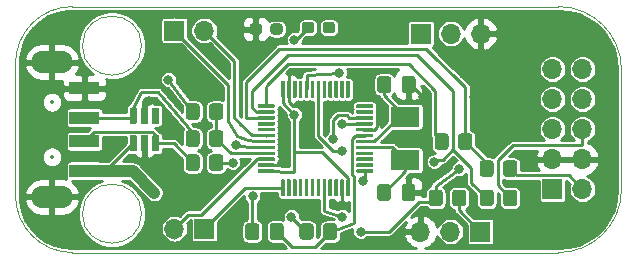
<source format=gbr>
%TF.GenerationSoftware,KiCad,Pcbnew,5.1.10*%
%TF.CreationDate,2021-10-01T14:20:23+03:00*%
%TF.ProjectId,Magma_STLink,4d61676d-615f-4535-944c-696e6b2e6b69,rev?*%
%TF.SameCoordinates,Original*%
%TF.FileFunction,Copper,L1,Top*%
%TF.FilePolarity,Positive*%
%FSLAX46Y46*%
G04 Gerber Fmt 4.6, Leading zero omitted, Abs format (unit mm)*
G04 Created by KiCad (PCBNEW 5.1.10) date 2021-10-01 14:20:23*
%MOMM*%
%LPD*%
G01*
G04 APERTURE LIST*
%TA.AperFunction,Profile*%
%ADD10C,0.120000*%
%TD*%
%TA.AperFunction,Profile*%
%ADD11C,0.050000*%
%TD*%
%TA.AperFunction,ComponentPad*%
%ADD12O,3.500000X1.900000*%
%TD*%
%TA.AperFunction,SMDPad,CuDef*%
%ADD13R,2.500000X1.100000*%
%TD*%
%TA.AperFunction,SMDPad,CuDef*%
%ADD14R,2.400000X1.700000*%
%TD*%
%TA.AperFunction,ComponentPad*%
%ADD15O,1.700000X1.700000*%
%TD*%
%TA.AperFunction,ComponentPad*%
%ADD16R,1.700000X1.700000*%
%TD*%
%TA.AperFunction,ViaPad*%
%ADD17C,0.800000*%
%TD*%
%TA.AperFunction,Conductor*%
%ADD18C,0.250000*%
%TD*%
%TA.AperFunction,Conductor*%
%ADD19C,0.254000*%
%TD*%
%TA.AperFunction,Conductor*%
%ADD20C,1.000000*%
%TD*%
%TA.AperFunction,Conductor*%
%ADD21C,0.100000*%
%TD*%
%ADD22C,0.350000*%
%ADD23O,2.500000X0.900000*%
G04 APERTURE END LIST*
D10*
X44958000Y-64526800D02*
G75*
G03*
X44958000Y-64526800I-2500000J0D01*
G01*
X44958000Y-50302800D02*
G75*
G03*
X44958000Y-50302800I-2500000J0D01*
G01*
D11*
X85598000Y-52324000D02*
X85598000Y-62484000D01*
X80264000Y-46990000D02*
G75*
G02*
X85598000Y-52324000I0J-5334000D01*
G01*
X85598000Y-62484000D02*
G75*
G02*
X80264000Y-67818000I-5334000J0D01*
G01*
X43180000Y-67818000D02*
X39116000Y-67818000D01*
X34290000Y-51816000D02*
X34290000Y-62992000D01*
X39116000Y-67818000D02*
G75*
G02*
X34290000Y-62992000I0J4826000D01*
G01*
X34290000Y-51816000D02*
G75*
G02*
X39116000Y-46990000I4826000J0D01*
G01*
X43180000Y-46990000D02*
X39116000Y-46990000D01*
X43180000Y-67818000D02*
X80264000Y-67818000D01*
X43180000Y-46990000D02*
X80264000Y-46990000D01*
D12*
%TO.P,J5,5*%
%TO.N,GND*%
X37380000Y-51704000D03*
X37380000Y-63104000D03*
D13*
%TO.P,J5,4*%
X40130000Y-53904000D03*
%TO.P,J5,1*%
%TO.N,VBUS*%
X40130000Y-60904000D03*
%TO.P,J5,3*%
%TO.N,Net-(D7-Pad3)*%
X40130000Y-56404000D03*
%TO.P,J5,2*%
%TO.N,Net-(D7-Pad6)*%
X40130000Y-58404000D03*
%TD*%
D14*
%TO.P,Y1,2*%
%TO.N,/OSC_OUT*%
X67310000Y-56316000D03*
%TO.P,Y1,1*%
%TO.N,/OSC_IN*%
X67310000Y-60016000D03*
%TD*%
%TO.P,U2,48*%
%TO.N,+3V3*%
%TA.AperFunction,SMDPad,CuDef*%
G36*
G01*
X62590000Y-61666000D02*
X62590000Y-62991000D01*
G75*
G02*
X62515000Y-63066000I-75000J0D01*
G01*
X62365000Y-63066000D01*
G75*
G02*
X62290000Y-62991000I0J75000D01*
G01*
X62290000Y-61666000D01*
G75*
G02*
X62365000Y-61591000I75000J0D01*
G01*
X62515000Y-61591000D01*
G75*
G02*
X62590000Y-61666000I0J-75000D01*
G01*
G37*
%TD.AperFunction*%
%TO.P,U2,47*%
%TO.N,GND*%
%TA.AperFunction,SMDPad,CuDef*%
G36*
G01*
X62090000Y-61666000D02*
X62090000Y-62991000D01*
G75*
G02*
X62015000Y-63066000I-75000J0D01*
G01*
X61865000Y-63066000D01*
G75*
G02*
X61790000Y-62991000I0J75000D01*
G01*
X61790000Y-61666000D01*
G75*
G02*
X61865000Y-61591000I75000J0D01*
G01*
X62015000Y-61591000D01*
G75*
G02*
X62090000Y-61666000I0J-75000D01*
G01*
G37*
%TD.AperFunction*%
%TO.P,U2,46*%
%TO.N,N/C*%
%TA.AperFunction,SMDPad,CuDef*%
G36*
G01*
X61590000Y-61666000D02*
X61590000Y-62991000D01*
G75*
G02*
X61515000Y-63066000I-75000J0D01*
G01*
X61365000Y-63066000D01*
G75*
G02*
X61290000Y-62991000I0J75000D01*
G01*
X61290000Y-61666000D01*
G75*
G02*
X61365000Y-61591000I75000J0D01*
G01*
X61515000Y-61591000D01*
G75*
G02*
X61590000Y-61666000I0J-75000D01*
G01*
G37*
%TD.AperFunction*%
%TO.P,U2,45*%
%TA.AperFunction,SMDPad,CuDef*%
G36*
G01*
X61090000Y-61666000D02*
X61090000Y-62991000D01*
G75*
G02*
X61015000Y-63066000I-75000J0D01*
G01*
X60865000Y-63066000D01*
G75*
G02*
X60790000Y-62991000I0J75000D01*
G01*
X60790000Y-61666000D01*
G75*
G02*
X60865000Y-61591000I75000J0D01*
G01*
X61015000Y-61591000D01*
G75*
G02*
X61090000Y-61666000I0J-75000D01*
G01*
G37*
%TD.AperFunction*%
%TO.P,U2,44*%
%TO.N,/BOOT0*%
%TA.AperFunction,SMDPad,CuDef*%
G36*
G01*
X60590000Y-61666000D02*
X60590000Y-62991000D01*
G75*
G02*
X60515000Y-63066000I-75000J0D01*
G01*
X60365000Y-63066000D01*
G75*
G02*
X60290000Y-62991000I0J75000D01*
G01*
X60290000Y-61666000D01*
G75*
G02*
X60365000Y-61591000I75000J0D01*
G01*
X60515000Y-61591000D01*
G75*
G02*
X60590000Y-61666000I0J-75000D01*
G01*
G37*
%TD.AperFunction*%
%TO.P,U2,43*%
%TO.N,N/C*%
%TA.AperFunction,SMDPad,CuDef*%
G36*
G01*
X60090000Y-61666000D02*
X60090000Y-62991000D01*
G75*
G02*
X60015000Y-63066000I-75000J0D01*
G01*
X59865000Y-63066000D01*
G75*
G02*
X59790000Y-62991000I0J75000D01*
G01*
X59790000Y-61666000D01*
G75*
G02*
X59865000Y-61591000I75000J0D01*
G01*
X60015000Y-61591000D01*
G75*
G02*
X60090000Y-61666000I0J-75000D01*
G01*
G37*
%TD.AperFunction*%
%TO.P,U2,42*%
%TA.AperFunction,SMDPad,CuDef*%
G36*
G01*
X59590000Y-61666000D02*
X59590000Y-62991000D01*
G75*
G02*
X59515000Y-63066000I-75000J0D01*
G01*
X59365000Y-63066000D01*
G75*
G02*
X59290000Y-62991000I0J75000D01*
G01*
X59290000Y-61666000D01*
G75*
G02*
X59365000Y-61591000I75000J0D01*
G01*
X59515000Y-61591000D01*
G75*
G02*
X59590000Y-61666000I0J-75000D01*
G01*
G37*
%TD.AperFunction*%
%TO.P,U2,41*%
%TA.AperFunction,SMDPad,CuDef*%
G36*
G01*
X59090000Y-61666000D02*
X59090000Y-62991000D01*
G75*
G02*
X59015000Y-63066000I-75000J0D01*
G01*
X58865000Y-63066000D01*
G75*
G02*
X58790000Y-62991000I0J75000D01*
G01*
X58790000Y-61666000D01*
G75*
G02*
X58865000Y-61591000I75000J0D01*
G01*
X59015000Y-61591000D01*
G75*
G02*
X59090000Y-61666000I0J-75000D01*
G01*
G37*
%TD.AperFunction*%
%TO.P,U2,40*%
%TA.AperFunction,SMDPad,CuDef*%
G36*
G01*
X58590000Y-61666000D02*
X58590000Y-62991000D01*
G75*
G02*
X58515000Y-63066000I-75000J0D01*
G01*
X58365000Y-63066000D01*
G75*
G02*
X58290000Y-62991000I0J75000D01*
G01*
X58290000Y-61666000D01*
G75*
G02*
X58365000Y-61591000I75000J0D01*
G01*
X58515000Y-61591000D01*
G75*
G02*
X58590000Y-61666000I0J-75000D01*
G01*
G37*
%TD.AperFunction*%
%TO.P,U2,39*%
%TA.AperFunction,SMDPad,CuDef*%
G36*
G01*
X58090000Y-61666000D02*
X58090000Y-62991000D01*
G75*
G02*
X58015000Y-63066000I-75000J0D01*
G01*
X57865000Y-63066000D01*
G75*
G02*
X57790000Y-62991000I0J75000D01*
G01*
X57790000Y-61666000D01*
G75*
G02*
X57865000Y-61591000I75000J0D01*
G01*
X58015000Y-61591000D01*
G75*
G02*
X58090000Y-61666000I0J-75000D01*
G01*
G37*
%TD.AperFunction*%
%TO.P,U2,38*%
%TA.AperFunction,SMDPad,CuDef*%
G36*
G01*
X57590000Y-61666000D02*
X57590000Y-62991000D01*
G75*
G02*
X57515000Y-63066000I-75000J0D01*
G01*
X57365000Y-63066000D01*
G75*
G02*
X57290000Y-62991000I0J75000D01*
G01*
X57290000Y-61666000D01*
G75*
G02*
X57365000Y-61591000I75000J0D01*
G01*
X57515000Y-61591000D01*
G75*
G02*
X57590000Y-61666000I0J-75000D01*
G01*
G37*
%TD.AperFunction*%
%TO.P,U2,37*%
%TO.N,/SWCLK*%
%TA.AperFunction,SMDPad,CuDef*%
G36*
G01*
X57090000Y-61666000D02*
X57090000Y-62991000D01*
G75*
G02*
X57015000Y-63066000I-75000J0D01*
G01*
X56865000Y-63066000D01*
G75*
G02*
X56790000Y-62991000I0J75000D01*
G01*
X56790000Y-61666000D01*
G75*
G02*
X56865000Y-61591000I75000J0D01*
G01*
X57015000Y-61591000D01*
G75*
G02*
X57090000Y-61666000I0J-75000D01*
G01*
G37*
%TD.AperFunction*%
%TO.P,U2,36*%
%TO.N,+3V3*%
%TA.AperFunction,SMDPad,CuDef*%
G36*
G01*
X56265000Y-60841000D02*
X56265000Y-60991000D01*
G75*
G02*
X56190000Y-61066000I-75000J0D01*
G01*
X54865000Y-61066000D01*
G75*
G02*
X54790000Y-60991000I0J75000D01*
G01*
X54790000Y-60841000D01*
G75*
G02*
X54865000Y-60766000I75000J0D01*
G01*
X56190000Y-60766000D01*
G75*
G02*
X56265000Y-60841000I0J-75000D01*
G01*
G37*
%TD.AperFunction*%
%TO.P,U2,35*%
%TO.N,GND*%
%TA.AperFunction,SMDPad,CuDef*%
G36*
G01*
X56265000Y-60341000D02*
X56265000Y-60491000D01*
G75*
G02*
X56190000Y-60566000I-75000J0D01*
G01*
X54865000Y-60566000D01*
G75*
G02*
X54790000Y-60491000I0J75000D01*
G01*
X54790000Y-60341000D01*
G75*
G02*
X54865000Y-60266000I75000J0D01*
G01*
X56190000Y-60266000D01*
G75*
G02*
X56265000Y-60341000I0J-75000D01*
G01*
G37*
%TD.AperFunction*%
%TO.P,U2,34*%
%TO.N,/SWDIO*%
%TA.AperFunction,SMDPad,CuDef*%
G36*
G01*
X56265000Y-59841000D02*
X56265000Y-59991000D01*
G75*
G02*
X56190000Y-60066000I-75000J0D01*
G01*
X54865000Y-60066000D01*
G75*
G02*
X54790000Y-59991000I0J75000D01*
G01*
X54790000Y-59841000D01*
G75*
G02*
X54865000Y-59766000I75000J0D01*
G01*
X56190000Y-59766000D01*
G75*
G02*
X56265000Y-59841000I0J-75000D01*
G01*
G37*
%TD.AperFunction*%
%TO.P,U2,33*%
%TO.N,/USB_P*%
%TA.AperFunction,SMDPad,CuDef*%
G36*
G01*
X56265000Y-59341000D02*
X56265000Y-59491000D01*
G75*
G02*
X56190000Y-59566000I-75000J0D01*
G01*
X54865000Y-59566000D01*
G75*
G02*
X54790000Y-59491000I0J75000D01*
G01*
X54790000Y-59341000D01*
G75*
G02*
X54865000Y-59266000I75000J0D01*
G01*
X56190000Y-59266000D01*
G75*
G02*
X56265000Y-59341000I0J-75000D01*
G01*
G37*
%TD.AperFunction*%
%TO.P,U2,32*%
%TO.N,/USB_N*%
%TA.AperFunction,SMDPad,CuDef*%
G36*
G01*
X56265000Y-58841000D02*
X56265000Y-58991000D01*
G75*
G02*
X56190000Y-59066000I-75000J0D01*
G01*
X54865000Y-59066000D01*
G75*
G02*
X54790000Y-58991000I0J75000D01*
G01*
X54790000Y-58841000D01*
G75*
G02*
X54865000Y-58766000I75000J0D01*
G01*
X56190000Y-58766000D01*
G75*
G02*
X56265000Y-58841000I0J-75000D01*
G01*
G37*
%TD.AperFunction*%
%TO.P,U2,31*%
%TO.N,/UART_RX*%
%TA.AperFunction,SMDPad,CuDef*%
G36*
G01*
X56265000Y-58341000D02*
X56265000Y-58491000D01*
G75*
G02*
X56190000Y-58566000I-75000J0D01*
G01*
X54865000Y-58566000D01*
G75*
G02*
X54790000Y-58491000I0J75000D01*
G01*
X54790000Y-58341000D01*
G75*
G02*
X54865000Y-58266000I75000J0D01*
G01*
X56190000Y-58266000D01*
G75*
G02*
X56265000Y-58341000I0J-75000D01*
G01*
G37*
%TD.AperFunction*%
%TO.P,U2,30*%
%TO.N,/UART_TX*%
%TA.AperFunction,SMDPad,CuDef*%
G36*
G01*
X56265000Y-57841000D02*
X56265000Y-57991000D01*
G75*
G02*
X56190000Y-58066000I-75000J0D01*
G01*
X54865000Y-58066000D01*
G75*
G02*
X54790000Y-57991000I0J75000D01*
G01*
X54790000Y-57841000D01*
G75*
G02*
X54865000Y-57766000I75000J0D01*
G01*
X56190000Y-57766000D01*
G75*
G02*
X56265000Y-57841000I0J-75000D01*
G01*
G37*
%TD.AperFunction*%
%TO.P,U2,29*%
%TO.N,N/C*%
%TA.AperFunction,SMDPad,CuDef*%
G36*
G01*
X56265000Y-57341000D02*
X56265000Y-57491000D01*
G75*
G02*
X56190000Y-57566000I-75000J0D01*
G01*
X54865000Y-57566000D01*
G75*
G02*
X54790000Y-57491000I0J75000D01*
G01*
X54790000Y-57341000D01*
G75*
G02*
X54865000Y-57266000I75000J0D01*
G01*
X56190000Y-57266000D01*
G75*
G02*
X56265000Y-57341000I0J-75000D01*
G01*
G37*
%TD.AperFunction*%
%TO.P,U2,28*%
%TA.AperFunction,SMDPad,CuDef*%
G36*
G01*
X56265000Y-56841000D02*
X56265000Y-56991000D01*
G75*
G02*
X56190000Y-57066000I-75000J0D01*
G01*
X54865000Y-57066000D01*
G75*
G02*
X54790000Y-56991000I0J75000D01*
G01*
X54790000Y-56841000D01*
G75*
G02*
X54865000Y-56766000I75000J0D01*
G01*
X56190000Y-56766000D01*
G75*
G02*
X56265000Y-56841000I0J-75000D01*
G01*
G37*
%TD.AperFunction*%
%TO.P,U2,27*%
%TO.N,/STLINK_SWDIO*%
%TA.AperFunction,SMDPad,CuDef*%
G36*
G01*
X56265000Y-56341000D02*
X56265000Y-56491000D01*
G75*
G02*
X56190000Y-56566000I-75000J0D01*
G01*
X54865000Y-56566000D01*
G75*
G02*
X54790000Y-56491000I0J75000D01*
G01*
X54790000Y-56341000D01*
G75*
G02*
X54865000Y-56266000I75000J0D01*
G01*
X56190000Y-56266000D01*
G75*
G02*
X56265000Y-56341000I0J-75000D01*
G01*
G37*
%TD.AperFunction*%
%TO.P,U2,26*%
%TO.N,/STLINK_SWCLK*%
%TA.AperFunction,SMDPad,CuDef*%
G36*
G01*
X56265000Y-55841000D02*
X56265000Y-55991000D01*
G75*
G02*
X56190000Y-56066000I-75000J0D01*
G01*
X54865000Y-56066000D01*
G75*
G02*
X54790000Y-55991000I0J75000D01*
G01*
X54790000Y-55841000D01*
G75*
G02*
X54865000Y-55766000I75000J0D01*
G01*
X56190000Y-55766000D01*
G75*
G02*
X56265000Y-55841000I0J-75000D01*
G01*
G37*
%TD.AperFunction*%
%TO.P,U2,25*%
%TO.N,Net-(R4-Pad1)*%
%TA.AperFunction,SMDPad,CuDef*%
G36*
G01*
X56265000Y-55341000D02*
X56265000Y-55491000D01*
G75*
G02*
X56190000Y-55566000I-75000J0D01*
G01*
X54865000Y-55566000D01*
G75*
G02*
X54790000Y-55491000I0J75000D01*
G01*
X54790000Y-55341000D01*
G75*
G02*
X54865000Y-55266000I75000J0D01*
G01*
X56190000Y-55266000D01*
G75*
G02*
X56265000Y-55341000I0J-75000D01*
G01*
G37*
%TD.AperFunction*%
%TO.P,U2,24*%
%TO.N,+3V3*%
%TA.AperFunction,SMDPad,CuDef*%
G36*
G01*
X57090000Y-53341000D02*
X57090000Y-54666000D01*
G75*
G02*
X57015000Y-54741000I-75000J0D01*
G01*
X56865000Y-54741000D01*
G75*
G02*
X56790000Y-54666000I0J75000D01*
G01*
X56790000Y-53341000D01*
G75*
G02*
X56865000Y-53266000I75000J0D01*
G01*
X57015000Y-53266000D01*
G75*
G02*
X57090000Y-53341000I0J-75000D01*
G01*
G37*
%TD.AperFunction*%
%TO.P,U2,23*%
%TO.N,GND*%
%TA.AperFunction,SMDPad,CuDef*%
G36*
G01*
X57590000Y-53341000D02*
X57590000Y-54666000D01*
G75*
G02*
X57515000Y-54741000I-75000J0D01*
G01*
X57365000Y-54741000D01*
G75*
G02*
X57290000Y-54666000I0J75000D01*
G01*
X57290000Y-53341000D01*
G75*
G02*
X57365000Y-53266000I75000J0D01*
G01*
X57515000Y-53266000D01*
G75*
G02*
X57590000Y-53341000I0J-75000D01*
G01*
G37*
%TD.AperFunction*%
%TO.P,U2,22*%
%TO.N,N/C*%
%TA.AperFunction,SMDPad,CuDef*%
G36*
G01*
X58090000Y-53341000D02*
X58090000Y-54666000D01*
G75*
G02*
X58015000Y-54741000I-75000J0D01*
G01*
X57865000Y-54741000D01*
G75*
G02*
X57790000Y-54666000I0J75000D01*
G01*
X57790000Y-53341000D01*
G75*
G02*
X57865000Y-53266000I75000J0D01*
G01*
X58015000Y-53266000D01*
G75*
G02*
X58090000Y-53341000I0J-75000D01*
G01*
G37*
%TD.AperFunction*%
%TO.P,U2,21*%
%TA.AperFunction,SMDPad,CuDef*%
G36*
G01*
X58590000Y-53341000D02*
X58590000Y-54666000D01*
G75*
G02*
X58515000Y-54741000I-75000J0D01*
G01*
X58365000Y-54741000D01*
G75*
G02*
X58290000Y-54666000I0J75000D01*
G01*
X58290000Y-53341000D01*
G75*
G02*
X58365000Y-53266000I75000J0D01*
G01*
X58515000Y-53266000D01*
G75*
G02*
X58590000Y-53341000I0J-75000D01*
G01*
G37*
%TD.AperFunction*%
%TO.P,U2,20*%
%TO.N,/BOOT1*%
%TA.AperFunction,SMDPad,CuDef*%
G36*
G01*
X59090000Y-53341000D02*
X59090000Y-54666000D01*
G75*
G02*
X59015000Y-54741000I-75000J0D01*
G01*
X58865000Y-54741000D01*
G75*
G02*
X58790000Y-54666000I0J75000D01*
G01*
X58790000Y-53341000D01*
G75*
G02*
X58865000Y-53266000I75000J0D01*
G01*
X59015000Y-53266000D01*
G75*
G02*
X59090000Y-53341000I0J-75000D01*
G01*
G37*
%TD.AperFunction*%
%TO.P,U2,19*%
%TO.N,N/C*%
%TA.AperFunction,SMDPad,CuDef*%
G36*
G01*
X59590000Y-53341000D02*
X59590000Y-54666000D01*
G75*
G02*
X59515000Y-54741000I-75000J0D01*
G01*
X59365000Y-54741000D01*
G75*
G02*
X59290000Y-54666000I0J75000D01*
G01*
X59290000Y-53341000D01*
G75*
G02*
X59365000Y-53266000I75000J0D01*
G01*
X59515000Y-53266000D01*
G75*
G02*
X59590000Y-53341000I0J-75000D01*
G01*
G37*
%TD.AperFunction*%
%TO.P,U2,18*%
%TO.N,/NRST*%
%TA.AperFunction,SMDPad,CuDef*%
G36*
G01*
X60090000Y-53341000D02*
X60090000Y-54666000D01*
G75*
G02*
X60015000Y-54741000I-75000J0D01*
G01*
X59865000Y-54741000D01*
G75*
G02*
X59790000Y-54666000I0J75000D01*
G01*
X59790000Y-53341000D01*
G75*
G02*
X59865000Y-53266000I75000J0D01*
G01*
X60015000Y-53266000D01*
G75*
G02*
X60090000Y-53341000I0J-75000D01*
G01*
G37*
%TD.AperFunction*%
%TO.P,U2,17*%
%TO.N,N/C*%
%TA.AperFunction,SMDPad,CuDef*%
G36*
G01*
X60590000Y-53341000D02*
X60590000Y-54666000D01*
G75*
G02*
X60515000Y-54741000I-75000J0D01*
G01*
X60365000Y-54741000D01*
G75*
G02*
X60290000Y-54666000I0J75000D01*
G01*
X60290000Y-53341000D01*
G75*
G02*
X60365000Y-53266000I75000J0D01*
G01*
X60515000Y-53266000D01*
G75*
G02*
X60590000Y-53341000I0J-75000D01*
G01*
G37*
%TD.AperFunction*%
%TO.P,U2,16*%
%TA.AperFunction,SMDPad,CuDef*%
G36*
G01*
X61090000Y-53341000D02*
X61090000Y-54666000D01*
G75*
G02*
X61015000Y-54741000I-75000J0D01*
G01*
X60865000Y-54741000D01*
G75*
G02*
X60790000Y-54666000I0J75000D01*
G01*
X60790000Y-53341000D01*
G75*
G02*
X60865000Y-53266000I75000J0D01*
G01*
X61015000Y-53266000D01*
G75*
G02*
X61090000Y-53341000I0J-75000D01*
G01*
G37*
%TD.AperFunction*%
%TO.P,U2,15*%
%TA.AperFunction,SMDPad,CuDef*%
G36*
G01*
X61590000Y-53341000D02*
X61590000Y-54666000D01*
G75*
G02*
X61515000Y-54741000I-75000J0D01*
G01*
X61365000Y-54741000D01*
G75*
G02*
X61290000Y-54666000I0J75000D01*
G01*
X61290000Y-53341000D01*
G75*
G02*
X61365000Y-53266000I75000J0D01*
G01*
X61515000Y-53266000D01*
G75*
G02*
X61590000Y-53341000I0J-75000D01*
G01*
G37*
%TD.AperFunction*%
%TO.P,U2,14*%
%TA.AperFunction,SMDPad,CuDef*%
G36*
G01*
X62090000Y-53341000D02*
X62090000Y-54666000D01*
G75*
G02*
X62015000Y-54741000I-75000J0D01*
G01*
X61865000Y-54741000D01*
G75*
G02*
X61790000Y-54666000I0J75000D01*
G01*
X61790000Y-53341000D01*
G75*
G02*
X61865000Y-53266000I75000J0D01*
G01*
X62015000Y-53266000D01*
G75*
G02*
X62090000Y-53341000I0J-75000D01*
G01*
G37*
%TD.AperFunction*%
%TO.P,U2,13*%
%TA.AperFunction,SMDPad,CuDef*%
G36*
G01*
X62590000Y-53341000D02*
X62590000Y-54666000D01*
G75*
G02*
X62515000Y-54741000I-75000J0D01*
G01*
X62365000Y-54741000D01*
G75*
G02*
X62290000Y-54666000I0J75000D01*
G01*
X62290000Y-53341000D01*
G75*
G02*
X62365000Y-53266000I75000J0D01*
G01*
X62515000Y-53266000D01*
G75*
G02*
X62590000Y-53341000I0J-75000D01*
G01*
G37*
%TD.AperFunction*%
%TO.P,U2,12*%
%TA.AperFunction,SMDPad,CuDef*%
G36*
G01*
X64590000Y-55341000D02*
X64590000Y-55491000D01*
G75*
G02*
X64515000Y-55566000I-75000J0D01*
G01*
X63190000Y-55566000D01*
G75*
G02*
X63115000Y-55491000I0J75000D01*
G01*
X63115000Y-55341000D01*
G75*
G02*
X63190000Y-55266000I75000J0D01*
G01*
X64515000Y-55266000D01*
G75*
G02*
X64590000Y-55341000I0J-75000D01*
G01*
G37*
%TD.AperFunction*%
%TO.P,U2,11*%
%TA.AperFunction,SMDPad,CuDef*%
G36*
G01*
X64590000Y-55841000D02*
X64590000Y-55991000D01*
G75*
G02*
X64515000Y-56066000I-75000J0D01*
G01*
X63190000Y-56066000D01*
G75*
G02*
X63115000Y-55991000I0J75000D01*
G01*
X63115000Y-55841000D01*
G75*
G02*
X63190000Y-55766000I75000J0D01*
G01*
X64515000Y-55766000D01*
G75*
G02*
X64590000Y-55841000I0J-75000D01*
G01*
G37*
%TD.AperFunction*%
%TO.P,U2,10*%
%TO.N,Net-(C9-Pad1)*%
%TA.AperFunction,SMDPad,CuDef*%
G36*
G01*
X64590000Y-56341000D02*
X64590000Y-56491000D01*
G75*
G02*
X64515000Y-56566000I-75000J0D01*
G01*
X63190000Y-56566000D01*
G75*
G02*
X63115000Y-56491000I0J75000D01*
G01*
X63115000Y-56341000D01*
G75*
G02*
X63190000Y-56266000I75000J0D01*
G01*
X64515000Y-56266000D01*
G75*
G02*
X64590000Y-56341000I0J-75000D01*
G01*
G37*
%TD.AperFunction*%
%TO.P,U2,9*%
%TO.N,+3V3*%
%TA.AperFunction,SMDPad,CuDef*%
G36*
G01*
X64590000Y-56841000D02*
X64590000Y-56991000D01*
G75*
G02*
X64515000Y-57066000I-75000J0D01*
G01*
X63190000Y-57066000D01*
G75*
G02*
X63115000Y-56991000I0J75000D01*
G01*
X63115000Y-56841000D01*
G75*
G02*
X63190000Y-56766000I75000J0D01*
G01*
X64515000Y-56766000D01*
G75*
G02*
X64590000Y-56841000I0J-75000D01*
G01*
G37*
%TD.AperFunction*%
%TO.P,U2,8*%
%TO.N,GND*%
%TA.AperFunction,SMDPad,CuDef*%
G36*
G01*
X64590000Y-57341000D02*
X64590000Y-57491000D01*
G75*
G02*
X64515000Y-57566000I-75000J0D01*
G01*
X63190000Y-57566000D01*
G75*
G02*
X63115000Y-57491000I0J75000D01*
G01*
X63115000Y-57341000D01*
G75*
G02*
X63190000Y-57266000I75000J0D01*
G01*
X64515000Y-57266000D01*
G75*
G02*
X64590000Y-57341000I0J-75000D01*
G01*
G37*
%TD.AperFunction*%
%TO.P,U2,7*%
%TO.N,Net-(C7-Pad1)*%
%TA.AperFunction,SMDPad,CuDef*%
G36*
G01*
X64590000Y-57841000D02*
X64590000Y-57991000D01*
G75*
G02*
X64515000Y-58066000I-75000J0D01*
G01*
X63190000Y-58066000D01*
G75*
G02*
X63115000Y-57991000I0J75000D01*
G01*
X63115000Y-57841000D01*
G75*
G02*
X63190000Y-57766000I75000J0D01*
G01*
X64515000Y-57766000D01*
G75*
G02*
X64590000Y-57841000I0J-75000D01*
G01*
G37*
%TD.AperFunction*%
%TO.P,U2,6*%
%TO.N,/OSC_OUT*%
%TA.AperFunction,SMDPad,CuDef*%
G36*
G01*
X64590000Y-58341000D02*
X64590000Y-58491000D01*
G75*
G02*
X64515000Y-58566000I-75000J0D01*
G01*
X63190000Y-58566000D01*
G75*
G02*
X63115000Y-58491000I0J75000D01*
G01*
X63115000Y-58341000D01*
G75*
G02*
X63190000Y-58266000I75000J0D01*
G01*
X64515000Y-58266000D01*
G75*
G02*
X64590000Y-58341000I0J-75000D01*
G01*
G37*
%TD.AperFunction*%
%TO.P,U2,5*%
%TO.N,/OSC_IN*%
%TA.AperFunction,SMDPad,CuDef*%
G36*
G01*
X64590000Y-58841000D02*
X64590000Y-58991000D01*
G75*
G02*
X64515000Y-59066000I-75000J0D01*
G01*
X63190000Y-59066000D01*
G75*
G02*
X63115000Y-58991000I0J75000D01*
G01*
X63115000Y-58841000D01*
G75*
G02*
X63190000Y-58766000I75000J0D01*
G01*
X64515000Y-58766000D01*
G75*
G02*
X64590000Y-58841000I0J-75000D01*
G01*
G37*
%TD.AperFunction*%
%TO.P,U2,4*%
%TO.N,N/C*%
%TA.AperFunction,SMDPad,CuDef*%
G36*
G01*
X64590000Y-59341000D02*
X64590000Y-59491000D01*
G75*
G02*
X64515000Y-59566000I-75000J0D01*
G01*
X63190000Y-59566000D01*
G75*
G02*
X63115000Y-59491000I0J75000D01*
G01*
X63115000Y-59341000D01*
G75*
G02*
X63190000Y-59266000I75000J0D01*
G01*
X64515000Y-59266000D01*
G75*
G02*
X64590000Y-59341000I0J-75000D01*
G01*
G37*
%TD.AperFunction*%
%TO.P,U2,3*%
%TA.AperFunction,SMDPad,CuDef*%
G36*
G01*
X64590000Y-59841000D02*
X64590000Y-59991000D01*
G75*
G02*
X64515000Y-60066000I-75000J0D01*
G01*
X63190000Y-60066000D01*
G75*
G02*
X63115000Y-59991000I0J75000D01*
G01*
X63115000Y-59841000D01*
G75*
G02*
X63190000Y-59766000I75000J0D01*
G01*
X64515000Y-59766000D01*
G75*
G02*
X64590000Y-59841000I0J-75000D01*
G01*
G37*
%TD.AperFunction*%
%TO.P,U2,2*%
%TA.AperFunction,SMDPad,CuDef*%
G36*
G01*
X64590000Y-60341000D02*
X64590000Y-60491000D01*
G75*
G02*
X64515000Y-60566000I-75000J0D01*
G01*
X63190000Y-60566000D01*
G75*
G02*
X63115000Y-60491000I0J75000D01*
G01*
X63115000Y-60341000D01*
G75*
G02*
X63190000Y-60266000I75000J0D01*
G01*
X64515000Y-60266000D01*
G75*
G02*
X64590000Y-60341000I0J-75000D01*
G01*
G37*
%TD.AperFunction*%
%TO.P,U2,1*%
%TO.N,+3V3*%
%TA.AperFunction,SMDPad,CuDef*%
G36*
G01*
X64590000Y-60841000D02*
X64590000Y-60991000D01*
G75*
G02*
X64515000Y-61066000I-75000J0D01*
G01*
X63190000Y-61066000D01*
G75*
G02*
X63115000Y-60991000I0J75000D01*
G01*
X63115000Y-60841000D01*
G75*
G02*
X63190000Y-60766000I75000J0D01*
G01*
X64515000Y-60766000D01*
G75*
G02*
X64590000Y-60841000I0J-75000D01*
G01*
G37*
%TD.AperFunction*%
%TD*%
D15*
%TO.P,STLINK_CONN1,10*%
%TO.N,N/C*%
X82296000Y-52294000D03*
%TO.P,STLINK_CONN1,9*%
X79756000Y-52294000D03*
%TO.P,STLINK_CONN1,8*%
%TO.N,+3V3*%
X82296000Y-54834000D03*
%TO.P,STLINK_CONN1,7*%
X79756000Y-54834000D03*
%TO.P,STLINK_CONN1,6*%
%TO.N,Net-(R8-Pad2)*%
X82296000Y-57374000D03*
%TO.P,STLINK_CONN1,5*%
%TO.N,N/C*%
X79756000Y-57374000D03*
%TO.P,STLINK_CONN1,4*%
%TO.N,GND*%
X82296000Y-59914000D03*
%TO.P,STLINK_CONN1,3*%
X79756000Y-59914000D03*
%TO.P,STLINK_CONN1,2*%
%TO.N,Net-(R7-Pad2)*%
X82296000Y-62454000D03*
D16*
%TO.P,STLINK_CONN1,1*%
%TO.N,/NRST*%
X79756000Y-62454000D03*
%TD*%
%TO.P,R13,2*%
%TO.N,+3V3*%
%TA.AperFunction,SMDPad,CuDef*%
G36*
G01*
X49892000Y-55429999D02*
X49892000Y-56330001D01*
G75*
G02*
X49642001Y-56580000I-249999J0D01*
G01*
X48941999Y-56580000D01*
G75*
G02*
X48692000Y-56330001I0J249999D01*
G01*
X48692000Y-55429999D01*
G75*
G02*
X48941999Y-55180000I249999J0D01*
G01*
X49642001Y-55180000D01*
G75*
G02*
X49892000Y-55429999I0J-249999D01*
G01*
G37*
%TD.AperFunction*%
%TO.P,R13,1*%
%TO.N,/USB_P*%
%TA.AperFunction,SMDPad,CuDef*%
G36*
G01*
X51892000Y-55429999D02*
X51892000Y-56330001D01*
G75*
G02*
X51642001Y-56580000I-249999J0D01*
G01*
X50941999Y-56580000D01*
G75*
G02*
X50692000Y-56330001I0J249999D01*
G01*
X50692000Y-55429999D01*
G75*
G02*
X50941999Y-55180000I249999J0D01*
G01*
X51642001Y-55180000D01*
G75*
G02*
X51892000Y-55429999I0J-249999D01*
G01*
G37*
%TD.AperFunction*%
%TD*%
%TO.P,R10,2*%
%TO.N,Net-(D7-Pad6)*%
%TA.AperFunction,SMDPad,CuDef*%
G36*
G01*
X49892000Y-59747999D02*
X49892000Y-60648001D01*
G75*
G02*
X49642001Y-60898000I-249999J0D01*
G01*
X48941999Y-60898000D01*
G75*
G02*
X48692000Y-60648001I0J249999D01*
G01*
X48692000Y-59747999D01*
G75*
G02*
X48941999Y-59498000I249999J0D01*
G01*
X49642001Y-59498000D01*
G75*
G02*
X49892000Y-59747999I0J-249999D01*
G01*
G37*
%TD.AperFunction*%
%TO.P,R10,1*%
%TO.N,/USB_N*%
%TA.AperFunction,SMDPad,CuDef*%
G36*
G01*
X51892000Y-59747999D02*
X51892000Y-60648001D01*
G75*
G02*
X51642001Y-60898000I-249999J0D01*
G01*
X50941999Y-60898000D01*
G75*
G02*
X50692000Y-60648001I0J249999D01*
G01*
X50692000Y-59747999D01*
G75*
G02*
X50941999Y-59498000I249999J0D01*
G01*
X51642001Y-59498000D01*
G75*
G02*
X51892000Y-59747999I0J-249999D01*
G01*
G37*
%TD.AperFunction*%
%TD*%
%TO.P,R9,2*%
%TO.N,Net-(D7-Pad3)*%
%TA.AperFunction,SMDPad,CuDef*%
G36*
G01*
X49892000Y-57715999D02*
X49892000Y-58616001D01*
G75*
G02*
X49642001Y-58866000I-249999J0D01*
G01*
X48941999Y-58866000D01*
G75*
G02*
X48692000Y-58616001I0J249999D01*
G01*
X48692000Y-57715999D01*
G75*
G02*
X48941999Y-57466000I249999J0D01*
G01*
X49642001Y-57466000D01*
G75*
G02*
X49892000Y-57715999I0J-249999D01*
G01*
G37*
%TD.AperFunction*%
%TO.P,R9,1*%
%TO.N,/USB_P*%
%TA.AperFunction,SMDPad,CuDef*%
G36*
G01*
X51892000Y-57715999D02*
X51892000Y-58616001D01*
G75*
G02*
X51642001Y-58866000I-249999J0D01*
G01*
X50941999Y-58866000D01*
G75*
G02*
X50692000Y-58616001I0J249999D01*
G01*
X50692000Y-57715999D01*
G75*
G02*
X50941999Y-57466000I249999J0D01*
G01*
X51642001Y-57466000D01*
G75*
G02*
X51892000Y-57715999I0J-249999D01*
G01*
G37*
%TD.AperFunction*%
%TD*%
%TO.P,R8,2*%
%TO.N,Net-(R8-Pad2)*%
%TA.AperFunction,SMDPad,CuDef*%
G36*
G01*
X75584000Y-63645201D02*
X75584000Y-62745199D01*
G75*
G02*
X75833999Y-62495200I249999J0D01*
G01*
X76534001Y-62495200D01*
G75*
G02*
X76784000Y-62745199I0J-249999D01*
G01*
X76784000Y-63645201D01*
G75*
G02*
X76534001Y-63895200I-249999J0D01*
G01*
X75833999Y-63895200D01*
G75*
G02*
X75584000Y-63645201I0J249999D01*
G01*
G37*
%TD.AperFunction*%
%TO.P,R8,1*%
%TO.N,/STLINK_SWCLK*%
%TA.AperFunction,SMDPad,CuDef*%
G36*
G01*
X73584000Y-63645201D02*
X73584000Y-62745199D01*
G75*
G02*
X73833999Y-62495200I249999J0D01*
G01*
X74534001Y-62495200D01*
G75*
G02*
X74784000Y-62745199I0J-249999D01*
G01*
X74784000Y-63645201D01*
G75*
G02*
X74534001Y-63895200I-249999J0D01*
G01*
X73833999Y-63895200D01*
G75*
G02*
X73584000Y-63645201I0J249999D01*
G01*
G37*
%TD.AperFunction*%
%TD*%
%TO.P,R7,2*%
%TO.N,Net-(R7-Pad2)*%
%TA.AperFunction,SMDPad,CuDef*%
G36*
G01*
X75584000Y-61156001D02*
X75584000Y-60255999D01*
G75*
G02*
X75833999Y-60006000I249999J0D01*
G01*
X76534001Y-60006000D01*
G75*
G02*
X76784000Y-60255999I0J-249999D01*
G01*
X76784000Y-61156001D01*
G75*
G02*
X76534001Y-61406000I-249999J0D01*
G01*
X75833999Y-61406000D01*
G75*
G02*
X75584000Y-61156001I0J249999D01*
G01*
G37*
%TD.AperFunction*%
%TO.P,R7,1*%
%TO.N,/STLINK_SWDIO*%
%TA.AperFunction,SMDPad,CuDef*%
G36*
G01*
X73584000Y-61156001D02*
X73584000Y-60255999D01*
G75*
G02*
X73833999Y-60006000I249999J0D01*
G01*
X74534001Y-60006000D01*
G75*
G02*
X74784000Y-60255999I0J-249999D01*
G01*
X74784000Y-61156001D01*
G75*
G02*
X74534001Y-61406000I-249999J0D01*
G01*
X73833999Y-61406000D01*
G75*
G02*
X73584000Y-61156001I0J249999D01*
G01*
G37*
%TD.AperFunction*%
%TD*%
%TO.P,R4,2*%
%TO.N,/STLINK_SWDIO*%
%TA.AperFunction,SMDPad,CuDef*%
G36*
G01*
X71774000Y-58870001D02*
X71774000Y-57969999D01*
G75*
G02*
X72023999Y-57720000I249999J0D01*
G01*
X72724001Y-57720000D01*
G75*
G02*
X72974000Y-57969999I0J-249999D01*
G01*
X72974000Y-58870001D01*
G75*
G02*
X72724001Y-59120000I-249999J0D01*
G01*
X72023999Y-59120000D01*
G75*
G02*
X71774000Y-58870001I0J249999D01*
G01*
G37*
%TD.AperFunction*%
%TO.P,R4,1*%
%TO.N,Net-(R4-Pad1)*%
%TA.AperFunction,SMDPad,CuDef*%
G36*
G01*
X69774000Y-58870001D02*
X69774000Y-57969999D01*
G75*
G02*
X70023999Y-57720000I249999J0D01*
G01*
X70724001Y-57720000D01*
G75*
G02*
X70974000Y-57969999I0J-249999D01*
G01*
X70974000Y-58870001D01*
G75*
G02*
X70724001Y-59120000I-249999J0D01*
G01*
X70023999Y-59120000D01*
G75*
G02*
X69774000Y-58870001I0J249999D01*
G01*
G37*
%TD.AperFunction*%
%TD*%
%TO.P,R3,2*%
%TO.N,+3V3*%
%TA.AperFunction,SMDPad,CuDef*%
G36*
G01*
X59528000Y-65589999D02*
X59528000Y-66490001D01*
G75*
G02*
X59278001Y-66740000I-249999J0D01*
G01*
X58577999Y-66740000D01*
G75*
G02*
X58328000Y-66490001I0J249999D01*
G01*
X58328000Y-65589999D01*
G75*
G02*
X58577999Y-65340000I249999J0D01*
G01*
X59278001Y-65340000D01*
G75*
G02*
X59528000Y-65589999I0J-249999D01*
G01*
G37*
%TD.AperFunction*%
%TO.P,R3,1*%
%TO.N,Net-(C7-Pad1)*%
%TA.AperFunction,SMDPad,CuDef*%
G36*
G01*
X61528000Y-65589999D02*
X61528000Y-66490001D01*
G75*
G02*
X61278001Y-66740000I-249999J0D01*
G01*
X60577999Y-66740000D01*
G75*
G02*
X60328000Y-66490001I0J249999D01*
G01*
X60328000Y-65589999D01*
G75*
G02*
X60577999Y-65340000I249999J0D01*
G01*
X61278001Y-65340000D01*
G75*
G02*
X61528000Y-65589999I0J-249999D01*
G01*
G37*
%TD.AperFunction*%
%TD*%
%TO.P,R1,2*%
%TO.N,+3V3*%
%TA.AperFunction,SMDPad,CuDef*%
G36*
G01*
X70466000Y-62745199D02*
X70466000Y-63645201D01*
G75*
G02*
X70216001Y-63895200I-249999J0D01*
G01*
X69515999Y-63895200D01*
G75*
G02*
X69266000Y-63645201I0J249999D01*
G01*
X69266000Y-62745199D01*
G75*
G02*
X69515999Y-62495200I249999J0D01*
G01*
X70216001Y-62495200D01*
G75*
G02*
X70466000Y-62745199I0J-249999D01*
G01*
G37*
%TD.AperFunction*%
%TO.P,R1,1*%
%TO.N,Net-(J1-Pad1)*%
%TA.AperFunction,SMDPad,CuDef*%
G36*
G01*
X72466000Y-62745199D02*
X72466000Y-63645201D01*
G75*
G02*
X72216001Y-63895200I-249999J0D01*
G01*
X71515999Y-63895200D01*
G75*
G02*
X71266000Y-63645201I0J249999D01*
G01*
X71266000Y-62745199D01*
G75*
G02*
X71515999Y-62495200I249999J0D01*
G01*
X72216001Y-62495200D01*
G75*
G02*
X72466000Y-62745199I0J-249999D01*
G01*
G37*
%TD.AperFunction*%
%TD*%
D15*
%TO.P,J4,2*%
%TO.N,/SWDIO*%
X47752000Y-65786000D03*
D16*
%TO.P,J4,1*%
%TO.N,/SWCLK*%
X50292000Y-65786000D03*
%TD*%
D15*
%TO.P,J3,2*%
%TO.N,/UART_TX*%
X50282000Y-49022000D03*
D16*
%TO.P,J3,1*%
%TO.N,/UART_RX*%
X47742000Y-49022000D03*
%TD*%
D15*
%TO.P,J2,3*%
%TO.N,GND*%
X73690000Y-49276000D03*
%TO.P,J2,2*%
%TO.N,/BOOT1*%
X71150000Y-49276000D03*
D16*
%TO.P,J2,1*%
%TO.N,Net-(J2-Pad1)*%
X68610000Y-49276000D03*
%TD*%
D15*
%TO.P,J1,3*%
%TO.N,GND*%
X68580000Y-66040000D03*
%TO.P,J1,2*%
%TO.N,/BOOT0*%
X71120000Y-66040000D03*
D16*
%TO.P,J1,1*%
%TO.N,Net-(J1-Pad1)*%
X73660000Y-66040000D03*
%TD*%
%TO.P,D7,6*%
%TO.N,Net-(D7-Pad6)*%
%TA.AperFunction,SMDPad,CuDef*%
G36*
G01*
X45904000Y-57899000D02*
X46420000Y-57899000D01*
G75*
G02*
X46462000Y-57941000I0J-42000D01*
G01*
X46462000Y-59217000D01*
G75*
G02*
X46420000Y-59259000I-42000J0D01*
G01*
X45904000Y-59259000D01*
G75*
G02*
X45862000Y-59217000I0J42000D01*
G01*
X45862000Y-57941000D01*
G75*
G02*
X45904000Y-57899000I42000J0D01*
G01*
G37*
%TD.AperFunction*%
%TO.P,D7,5*%
%TO.N,GND*%
%TA.AperFunction,SMDPad,CuDef*%
G36*
G01*
X44954000Y-57899000D02*
X45470000Y-57899000D01*
G75*
G02*
X45512000Y-57941000I0J-42000D01*
G01*
X45512000Y-59217000D01*
G75*
G02*
X45470000Y-59259000I-42000J0D01*
G01*
X44954000Y-59259000D01*
G75*
G02*
X44912000Y-59217000I0J42000D01*
G01*
X44912000Y-57941000D01*
G75*
G02*
X44954000Y-57899000I42000J0D01*
G01*
G37*
%TD.AperFunction*%
%TO.P,D7,4*%
%TO.N,VBUS*%
%TA.AperFunction,SMDPad,CuDef*%
G36*
G01*
X44004000Y-57899000D02*
X44520000Y-57899000D01*
G75*
G02*
X44562000Y-57941000I0J-42000D01*
G01*
X44562000Y-59217000D01*
G75*
G02*
X44520000Y-59259000I-42000J0D01*
G01*
X44004000Y-59259000D01*
G75*
G02*
X43962000Y-59217000I0J42000D01*
G01*
X43962000Y-57941000D01*
G75*
G02*
X44004000Y-57899000I42000J0D01*
G01*
G37*
%TD.AperFunction*%
%TO.P,D7,3*%
%TO.N,Net-(D7-Pad3)*%
%TA.AperFunction,SMDPad,CuDef*%
G36*
G01*
X44004000Y-55549000D02*
X44520000Y-55549000D01*
G75*
G02*
X44562000Y-55591000I0J-42000D01*
G01*
X44562000Y-56867000D01*
G75*
G02*
X44520000Y-56909000I-42000J0D01*
G01*
X44004000Y-56909000D01*
G75*
G02*
X43962000Y-56867000I0J42000D01*
G01*
X43962000Y-55591000D01*
G75*
G02*
X44004000Y-55549000I42000J0D01*
G01*
G37*
%TD.AperFunction*%
%TO.P,D7,2*%
%TO.N,GND*%
%TA.AperFunction,SMDPad,CuDef*%
G36*
G01*
X44954000Y-55549000D02*
X45470000Y-55549000D01*
G75*
G02*
X45512000Y-55591000I0J-42000D01*
G01*
X45512000Y-56867000D01*
G75*
G02*
X45470000Y-56909000I-42000J0D01*
G01*
X44954000Y-56909000D01*
G75*
G02*
X44912000Y-56867000I0J42000D01*
G01*
X44912000Y-55591000D01*
G75*
G02*
X44954000Y-55549000I42000J0D01*
G01*
G37*
%TD.AperFunction*%
%TO.P,D7,1*%
%TO.N,N/C*%
%TA.AperFunction,SMDPad,CuDef*%
G36*
G01*
X45904000Y-55549000D02*
X46420000Y-55549000D01*
G75*
G02*
X46462000Y-55591000I0J-42000D01*
G01*
X46462000Y-56867000D01*
G75*
G02*
X46420000Y-56909000I-42000J0D01*
G01*
X45904000Y-56909000D01*
G75*
G02*
X45862000Y-56867000I0J42000D01*
G01*
X45862000Y-55591000D01*
G75*
G02*
X45904000Y-55549000I42000J0D01*
G01*
G37*
%TD.AperFunction*%
%TD*%
%TO.P,D6,2*%
%TO.N,+3V3*%
%TA.AperFunction,SMDPad,CuDef*%
G36*
G01*
X59594000Y-48530500D02*
X59594000Y-49005500D01*
G75*
G02*
X59356500Y-49243000I-237500J0D01*
G01*
X58781500Y-49243000D01*
G75*
G02*
X58544000Y-49005500I0J237500D01*
G01*
X58544000Y-48530500D01*
G75*
G02*
X58781500Y-48293000I237500J0D01*
G01*
X59356500Y-48293000D01*
G75*
G02*
X59594000Y-48530500I0J-237500D01*
G01*
G37*
%TD.AperFunction*%
%TO.P,D6,1*%
%TO.N,Net-(D6-Pad1)*%
%TA.AperFunction,SMDPad,CuDef*%
G36*
G01*
X61344000Y-48530500D02*
X61344000Y-49005500D01*
G75*
G02*
X61106500Y-49243000I-237500J0D01*
G01*
X60531500Y-49243000D01*
G75*
G02*
X60294000Y-49005500I0J237500D01*
G01*
X60294000Y-48530500D01*
G75*
G02*
X60531500Y-48293000I237500J0D01*
G01*
X61106500Y-48293000D01*
G75*
G02*
X61344000Y-48530500I0J-237500D01*
G01*
G37*
%TD.AperFunction*%
%TD*%
%TO.P,D5,2*%
%TO.N,Net-(D5-Pad2)*%
%TA.AperFunction,SMDPad,CuDef*%
G36*
G01*
X55863000Y-49132500D02*
X55863000Y-48657500D01*
G75*
G02*
X56100500Y-48420000I237500J0D01*
G01*
X56675500Y-48420000D01*
G75*
G02*
X56913000Y-48657500I0J-237500D01*
G01*
X56913000Y-49132500D01*
G75*
G02*
X56675500Y-49370000I-237500J0D01*
G01*
X56100500Y-49370000D01*
G75*
G02*
X55863000Y-49132500I0J237500D01*
G01*
G37*
%TD.AperFunction*%
%TO.P,D5,1*%
%TO.N,GND*%
%TA.AperFunction,SMDPad,CuDef*%
G36*
G01*
X54113000Y-49132500D02*
X54113000Y-48657500D01*
G75*
G02*
X54350500Y-48420000I237500J0D01*
G01*
X54925500Y-48420000D01*
G75*
G02*
X55163000Y-48657500I0J-237500D01*
G01*
X55163000Y-49132500D01*
G75*
G02*
X54925500Y-49370000I-237500J0D01*
G01*
X54350500Y-49370000D01*
G75*
G02*
X54113000Y-49132500I0J237500D01*
G01*
G37*
%TD.AperFunction*%
%TD*%
%TO.P,C7,2*%
%TO.N,Net-(C7-Pad2)*%
%TA.AperFunction,SMDPad,CuDef*%
G36*
G01*
X54922000Y-65565000D02*
X54922000Y-66515000D01*
G75*
G02*
X54672000Y-66765000I-250000J0D01*
G01*
X53997000Y-66765000D01*
G75*
G02*
X53747000Y-66515000I0J250000D01*
G01*
X53747000Y-65565000D01*
G75*
G02*
X53997000Y-65315000I250000J0D01*
G01*
X54672000Y-65315000D01*
G75*
G02*
X54922000Y-65565000I0J-250000D01*
G01*
G37*
%TD.AperFunction*%
%TO.P,C7,1*%
%TO.N,Net-(C7-Pad1)*%
%TA.AperFunction,SMDPad,CuDef*%
G36*
G01*
X56997000Y-65565000D02*
X56997000Y-66515000D01*
G75*
G02*
X56747000Y-66765000I-250000J0D01*
G01*
X56072000Y-66765000D01*
G75*
G02*
X55822000Y-66515000I0J250000D01*
G01*
X55822000Y-65565000D01*
G75*
G02*
X56072000Y-65315000I250000J0D01*
G01*
X56747000Y-65315000D01*
G75*
G02*
X56997000Y-65565000I0J-250000D01*
G01*
G37*
%TD.AperFunction*%
%TD*%
%TO.P,C4,2*%
%TO.N,GND*%
%TA.AperFunction,SMDPad,CuDef*%
G36*
G01*
X66998000Y-54069000D02*
X66998000Y-53119000D01*
G75*
G02*
X67248000Y-52869000I250000J0D01*
G01*
X67923000Y-52869000D01*
G75*
G02*
X68173000Y-53119000I0J-250000D01*
G01*
X68173000Y-54069000D01*
G75*
G02*
X67923000Y-54319000I-250000J0D01*
G01*
X67248000Y-54319000D01*
G75*
G02*
X66998000Y-54069000I0J250000D01*
G01*
G37*
%TD.AperFunction*%
%TO.P,C4,1*%
%TO.N,/OSC_OUT*%
%TA.AperFunction,SMDPad,CuDef*%
G36*
G01*
X64923000Y-54069000D02*
X64923000Y-53119000D01*
G75*
G02*
X65173000Y-52869000I250000J0D01*
G01*
X65848000Y-52869000D01*
G75*
G02*
X66098000Y-53119000I0J-250000D01*
G01*
X66098000Y-54069000D01*
G75*
G02*
X65848000Y-54319000I-250000J0D01*
G01*
X65173000Y-54319000D01*
G75*
G02*
X64923000Y-54069000I0J250000D01*
G01*
G37*
%TD.AperFunction*%
%TD*%
%TO.P,C1,2*%
%TO.N,GND*%
%TA.AperFunction,SMDPad,CuDef*%
G36*
G01*
X66976500Y-63213000D02*
X66976500Y-62263000D01*
G75*
G02*
X67226500Y-62013000I250000J0D01*
G01*
X67901500Y-62013000D01*
G75*
G02*
X68151500Y-62263000I0J-250000D01*
G01*
X68151500Y-63213000D01*
G75*
G02*
X67901500Y-63463000I-250000J0D01*
G01*
X67226500Y-63463000D01*
G75*
G02*
X66976500Y-63213000I0J250000D01*
G01*
G37*
%TD.AperFunction*%
%TO.P,C1,1*%
%TO.N,/OSC_IN*%
%TA.AperFunction,SMDPad,CuDef*%
G36*
G01*
X64901500Y-63213000D02*
X64901500Y-62263000D01*
G75*
G02*
X65151500Y-62013000I250000J0D01*
G01*
X65826500Y-62013000D01*
G75*
G02*
X66076500Y-62263000I0J-250000D01*
G01*
X66076500Y-63213000D01*
G75*
G02*
X65826500Y-63463000I-250000J0D01*
G01*
X65151500Y-63463000D01*
G75*
G02*
X64901500Y-63213000I0J250000D01*
G01*
G37*
%TD.AperFunction*%
%TD*%
D17*
%TO.N,GND*%
X73152000Y-54610000D03*
X74930000Y-54610000D03*
X76962000Y-54610000D03*
X68834000Y-54631500D03*
X54610000Y-50292000D03*
X58928000Y-64516000D03*
X63754000Y-53340000D03*
X58679241Y-58609702D03*
X56896000Y-60198000D03*
X61976000Y-63754000D03*
X45629190Y-54979400D03*
%TO.N,+3V3*%
X57912000Y-56148000D03*
X61976000Y-56896000D03*
X63754000Y-61722000D03*
X71882000Y-60706000D03*
X57912000Y-49784000D03*
X63516000Y-66040000D03*
X57658000Y-64770000D03*
X47244000Y-53187600D03*
%TO.N,Net-(C9-Pad1)*%
X61214000Y-58166000D03*
%TO.N,/STLINK_SWCLK*%
X69736400Y-60133600D03*
%TO.N,/STLINK_SWDIO*%
X74184000Y-60706000D03*
%TO.N,Net-(D5-Pad2)*%
X56388000Y-48895000D03*
%TO.N,Net-(D6-Pad1)*%
X60944000Y-48768000D03*
%TO.N,VBUS*%
X45974000Y-62738000D03*
%TO.N,/BOOT0*%
X61976000Y-64770000D03*
%TO.N,/BOOT1*%
X61722000Y-52578000D03*
%TO.N,/NRST*%
X61976000Y-59182000D03*
%TO.N,/USB_N*%
X52679600Y-60198000D03*
X52933600Y-58674000D03*
%TO.N,Net-(C7-Pad2)*%
X54372000Y-63053500D03*
%TD*%
D18*
%TO.N,GND*%
X67796500Y-53594000D02*
X68834000Y-54631500D01*
X67585500Y-53594000D02*
X67796500Y-53594000D01*
X54638000Y-50264000D02*
X54610000Y-50292000D01*
X54638000Y-48895000D02*
X54638000Y-50264000D01*
X63754000Y-54014298D02*
X63754000Y-53340000D01*
X64915010Y-55175308D02*
X63754000Y-54014298D01*
X64915010Y-57156692D02*
X64915010Y-55175308D01*
X64655702Y-57416000D02*
X64915010Y-57156692D01*
X63852500Y-57416000D02*
X64655702Y-57416000D01*
X58679241Y-55842239D02*
X58679241Y-58609702D01*
X58260001Y-55422999D02*
X58679241Y-55842239D01*
X57440000Y-55039590D02*
X57823409Y-55422999D01*
X57823409Y-55422999D02*
X58260001Y-55422999D01*
X57440000Y-54003500D02*
X57440000Y-55039590D01*
X56678000Y-60416000D02*
X56896000Y-60198000D01*
X55527500Y-60416000D02*
X56678000Y-60416000D01*
X61940000Y-63718000D02*
X61976000Y-63754000D01*
X61940000Y-62328500D02*
X61940000Y-63718000D01*
D19*
X45212000Y-55396590D02*
X45629190Y-54979400D01*
X45212000Y-56229000D02*
X45212000Y-55396590D01*
D18*
%TO.N,/OSC_IN*%
X66210000Y-58916000D02*
X63852500Y-58916000D01*
X67310000Y-60016000D02*
X66210000Y-58916000D01*
X67310000Y-60917000D02*
X65489000Y-62738000D01*
X67310000Y-60016000D02*
X67310000Y-60917000D01*
%TO.N,/OSC_OUT*%
X66755702Y-56316000D02*
X67310000Y-56316000D01*
X64655702Y-58416000D02*
X66755702Y-56316000D01*
X63852500Y-58416000D02*
X64655702Y-58416000D01*
X65510500Y-54516500D02*
X67310000Y-56316000D01*
X65510500Y-53594000D02*
X65510500Y-54516500D01*
%TO.N,+3V3*%
X56940000Y-55176000D02*
X57912000Y-56148000D01*
X56940000Y-54003500D02*
X56940000Y-55176000D01*
X57912000Y-59334702D02*
X57912000Y-56148000D01*
X60249404Y-59334702D02*
X57912000Y-59334702D01*
X62440000Y-61525298D02*
X60249404Y-59334702D01*
X62440000Y-62328500D02*
X62440000Y-61525298D01*
X63852500Y-56916000D02*
X61996000Y-56916000D01*
X61996000Y-56916000D02*
X61976000Y-56896000D01*
X63852500Y-61623500D02*
X63754000Y-61722000D01*
X63852500Y-60916000D02*
X63852500Y-61623500D01*
X71882000Y-60706000D02*
X69866000Y-62149600D01*
X58053000Y-49784000D02*
X59069000Y-48768000D01*
X57912000Y-49784000D02*
X58053000Y-49784000D01*
X68427690Y-63500000D02*
X65887690Y-66040000D01*
X65887690Y-66040000D02*
X63516000Y-66040000D01*
X57658000Y-64770000D02*
X58928000Y-66040000D01*
X57912000Y-60960000D02*
X57912000Y-59334702D01*
X55527500Y-60916000D02*
X57912000Y-60960000D01*
X49276000Y-55880000D02*
X49292000Y-55880000D01*
X47244000Y-53187600D02*
X49276000Y-55880000D01*
X69866000Y-62149600D02*
X69866000Y-63195200D01*
X69561200Y-63500000D02*
X69866000Y-63195200D01*
X68427690Y-63500000D02*
X69561200Y-63500000D01*
%TO.N,Net-(C7-Pad1)*%
X56409500Y-66040000D02*
X57679500Y-67310000D01*
X59658000Y-67310000D02*
X60928000Y-66040000D01*
X57679500Y-67310000D02*
X59658000Y-67310000D01*
X62992000Y-65278000D02*
X60928000Y-66040000D01*
X62789990Y-61238878D02*
X62915010Y-61363898D01*
X62915010Y-61363898D02*
X62992000Y-65278000D01*
X62789990Y-58175308D02*
X62789990Y-61238878D01*
X63049298Y-57916000D02*
X62789990Y-58175308D01*
X63852500Y-57916000D02*
X63049298Y-57916000D01*
%TO.N,Net-(C9-Pad1)*%
X62569002Y-56416000D02*
X62324001Y-56170999D01*
X63852500Y-56416000D02*
X62569002Y-56416000D01*
X61214000Y-56584998D02*
X61214000Y-58166000D01*
X61627999Y-56170999D02*
X61214000Y-56584998D01*
X62324001Y-56170999D02*
X61627999Y-56170999D01*
%TO.N,/STLINK_SWCLK*%
X68326000Y-51054000D02*
X71374000Y-54102000D01*
X54356000Y-54102000D02*
X57404000Y-51054000D01*
X54356000Y-55547702D02*
X54356000Y-54102000D01*
X54724298Y-55916000D02*
X54356000Y-55547702D01*
X57404000Y-51054000D02*
X68326000Y-51054000D01*
X55527500Y-55916000D02*
X54724298Y-55916000D01*
X71374000Y-59033190D02*
X70463190Y-59944000D01*
X71374000Y-54102000D02*
X71374000Y-59033190D01*
X70463190Y-59944000D02*
X70104000Y-59944000D01*
X69914400Y-60133600D02*
X69736400Y-60133600D01*
X70104000Y-59944000D02*
X69914400Y-60133600D01*
X71374000Y-59124998D02*
X71374000Y-59033190D01*
X72898000Y-60648998D02*
X71374000Y-59124998D01*
X72898000Y-61909200D02*
X74184000Y-63195200D01*
X72898000Y-60648998D02*
X72898000Y-61909200D01*
%TO.N,/STLINK_SWDIO*%
X53848000Y-56388000D02*
X55527500Y-56416000D01*
X53848000Y-53340000D02*
X53848000Y-56388000D01*
X53848000Y-53340000D02*
X56642000Y-50546000D01*
X56642000Y-50546000D02*
X69088000Y-50546000D01*
X69088000Y-50546000D02*
X69850000Y-51308000D01*
X74184000Y-60230000D02*
X72374000Y-58420000D01*
X74184000Y-60706000D02*
X74184000Y-60230000D01*
X72374000Y-53832000D02*
X71501000Y-52959000D01*
X72374000Y-58420000D02*
X72374000Y-53832000D01*
X71501000Y-52959000D02*
X71628000Y-53086000D01*
X69850000Y-51308000D02*
X71501000Y-52959000D01*
%TO.N,Net-(D6-Pad1)*%
X60819000Y-48768000D02*
X60944000Y-48768000D01*
%TO.N,VBUS*%
X44262000Y-58579000D02*
X42164000Y-60677000D01*
X40357000Y-60677000D02*
X40130000Y-60904000D01*
D20*
X42164000Y-60931000D02*
X40357000Y-60931000D01*
X44228000Y-60931000D02*
X46035000Y-62738000D01*
X42164000Y-60931000D02*
X44228000Y-60931000D01*
D18*
%TO.N,/BOOT0*%
X60440000Y-63131702D02*
X60440000Y-62328500D01*
X60452000Y-64262000D02*
X60440000Y-63131702D01*
X61976000Y-64770000D02*
X60452000Y-64262000D01*
%TO.N,Net-(J1-Pad1)*%
X71866000Y-64246000D02*
X73660000Y-66040000D01*
X71866000Y-63195200D02*
X71866000Y-64246000D01*
%TO.N,/BOOT1*%
X61722000Y-52578000D02*
X58940000Y-52820000D01*
X58940000Y-52820000D02*
X58940000Y-54003500D01*
%TO.N,/UART_TX*%
X52822000Y-51562000D02*
X50282000Y-49022000D01*
X52822000Y-56378000D02*
X53340000Y-56896000D01*
X52822000Y-51562000D02*
X52822000Y-56378000D01*
D19*
X54337010Y-57893010D02*
X55504510Y-57893010D01*
X55504510Y-57893010D02*
X55527500Y-57916000D01*
X53340000Y-56896000D02*
X54337010Y-57893010D01*
D18*
%TO.N,/UART_RX*%
X47742000Y-48260000D02*
X47742000Y-48504000D01*
X54587888Y-58416000D02*
X55527500Y-58416000D01*
X53949600Y-58267600D02*
X54587888Y-58416000D01*
X53086000Y-57948999D02*
X53949600Y-58267600D01*
X52324000Y-56642000D02*
X53086000Y-57948999D01*
X52324000Y-53594000D02*
X52324000Y-56642000D01*
X52314000Y-53594000D02*
X52324000Y-53594000D01*
X47742000Y-49022000D02*
X52314000Y-53594000D01*
%TO.N,/SWDIO*%
X47752000Y-65786000D02*
X47752000Y-66548000D01*
X48927001Y-64610999D02*
X47752000Y-65786000D01*
X50029299Y-64610999D02*
X48927001Y-64610999D01*
X54724298Y-59916000D02*
X50029299Y-64610999D01*
X55527500Y-59916000D02*
X54724298Y-59916000D01*
%TO.N,/SWCLK*%
X53749500Y-62328500D02*
X50292000Y-65786000D01*
X56940000Y-62328500D02*
X53749500Y-62328500D01*
%TO.N,Net-(R4-Pad1)*%
X67600999Y-51852999D02*
X69850000Y-54102000D01*
X69850000Y-54102000D02*
X69850000Y-57896000D01*
X55626000Y-53594000D02*
X57367001Y-51852999D01*
X69850000Y-57896000D02*
X70374000Y-58420000D01*
X57367001Y-51852999D02*
X67600999Y-51852999D01*
X55524400Y-53898800D02*
X55626000Y-53594000D01*
X55527500Y-54112798D02*
X55524400Y-53898800D01*
X55527500Y-55416000D02*
X55527500Y-54112798D01*
%TO.N,Net-(R7-Pad2)*%
X76756999Y-61278999D02*
X76184000Y-60706000D01*
X81120999Y-61278999D02*
X76756999Y-61278999D01*
X82296000Y-62454000D02*
X81120999Y-61278999D01*
%TO.N,Net-(R8-Pad2)*%
X76389001Y-58738999D02*
X75109010Y-60018990D01*
X82231001Y-58738999D02*
X76389001Y-58738999D01*
X82296000Y-58674000D02*
X82231001Y-58738999D01*
X82296000Y-57374000D02*
X82296000Y-58674000D01*
X75109010Y-62120210D02*
X75109010Y-60018990D01*
X76184000Y-63195200D02*
X75109010Y-62120210D01*
%TO.N,/NRST*%
X59940000Y-57965002D02*
X61156998Y-59182000D01*
X61156998Y-59182000D02*
X61976000Y-59182000D01*
X59940000Y-54003500D02*
X59940000Y-57965002D01*
%TO.N,/USB_P*%
X51292000Y-58166000D02*
X51292000Y-55880000D01*
X52542000Y-59416000D02*
X55527500Y-59416000D01*
X51292000Y-58166000D02*
X52542000Y-59416000D01*
%TO.N,/USB_N*%
X51292000Y-60198000D02*
X52679600Y-60198000D01*
X54090000Y-58916000D02*
X55527500Y-58916000D01*
X52933600Y-58674000D02*
X54090000Y-58916000D01*
%TO.N,Net-(D7-Pad6)*%
X46162000Y-57899000D02*
X46162000Y-58579000D01*
X45836990Y-57573990D02*
X46162000Y-57899000D01*
X40960010Y-57573990D02*
X45836990Y-57573990D01*
X40130000Y-58404000D02*
X40960010Y-57573990D01*
X47673000Y-58579000D02*
X49292000Y-60198000D01*
X46162000Y-58579000D02*
X47673000Y-58579000D01*
%TO.N,Net-(D7-Pad3)*%
X44087000Y-56404000D02*
X44262000Y-56229000D01*
X40130000Y-56404000D02*
X44087000Y-56404000D01*
X44262000Y-55549000D02*
X44262000Y-56229000D01*
X46380400Y-54254400D02*
X44958000Y-54254400D01*
X44958000Y-54254400D02*
X44262000Y-55549000D01*
X49292000Y-57674000D02*
X46380400Y-54254400D01*
X49292000Y-58166000D02*
X49292000Y-57674000D01*
%TO.N,Net-(C7-Pad2)*%
X54334500Y-63091000D02*
X54372000Y-63053500D01*
X54334500Y-66040000D02*
X54334500Y-63091000D01*
%TD*%
D19*
%TO.N,GND*%
X81128882Y-47419012D02*
X81967483Y-47643715D01*
X82754329Y-48010626D01*
X83465502Y-48508596D01*
X84079405Y-49122498D01*
X84577373Y-49833669D01*
X84944285Y-50620516D01*
X85168988Y-51459118D01*
X85246000Y-52339374D01*
X85246001Y-62468615D01*
X85168988Y-63348882D01*
X84944285Y-64187484D01*
X84577373Y-64974331D01*
X84079405Y-65685502D01*
X83465502Y-66299404D01*
X82754329Y-66797374D01*
X81967483Y-67164285D01*
X81128882Y-67388988D01*
X80248626Y-67466000D01*
X68987913Y-67466000D01*
X69084099Y-67436825D01*
X69346920Y-67311641D01*
X69580269Y-67137588D01*
X69775178Y-66921355D01*
X69924157Y-66671252D01*
X70008736Y-66432821D01*
X70076956Y-66597519D01*
X70205764Y-66790294D01*
X70369706Y-66954236D01*
X70562481Y-67083044D01*
X70776682Y-67171769D01*
X71004076Y-67217000D01*
X71235924Y-67217000D01*
X71463318Y-67171769D01*
X71677519Y-67083044D01*
X71870294Y-66954236D01*
X72034236Y-66790294D01*
X72163044Y-66597519D01*
X72251769Y-66383318D01*
X72297000Y-66155924D01*
X72297000Y-65924076D01*
X72251769Y-65696682D01*
X72163044Y-65482481D01*
X72034236Y-65289706D01*
X71870294Y-65125764D01*
X71677519Y-64996956D01*
X71463318Y-64908231D01*
X71235924Y-64863000D01*
X71004076Y-64863000D01*
X70776682Y-64908231D01*
X70562481Y-64996956D01*
X70369706Y-65125764D01*
X70205764Y-65289706D01*
X70076956Y-65482481D01*
X70008736Y-65647179D01*
X69924157Y-65408748D01*
X69775178Y-65158645D01*
X69580269Y-64942412D01*
X69346920Y-64768359D01*
X69084099Y-64643175D01*
X68936890Y-64598524D01*
X68707000Y-64719845D01*
X68707000Y-65913000D01*
X68727000Y-65913000D01*
X68727000Y-66167000D01*
X68707000Y-66167000D01*
X68707000Y-66187000D01*
X68453000Y-66187000D01*
X68453000Y-66167000D01*
X67259186Y-66167000D01*
X67138519Y-66396891D01*
X67235843Y-66671252D01*
X67384822Y-66921355D01*
X67579731Y-67137588D01*
X67813080Y-67311641D01*
X68075901Y-67436825D01*
X68172087Y-67466000D01*
X60141223Y-67466000D01*
X60542171Y-67065053D01*
X60577999Y-67068582D01*
X61278001Y-67068582D01*
X61390877Y-67057465D01*
X61499414Y-67024540D01*
X61599443Y-66971074D01*
X61687120Y-66899120D01*
X61759074Y-66811443D01*
X61812540Y-66711414D01*
X61845465Y-66602877D01*
X61856582Y-66490001D01*
X61856582Y-66179000D01*
X62818645Y-65823820D01*
X62816938Y-65827942D01*
X62789000Y-65968397D01*
X62789000Y-66111603D01*
X62816938Y-66252058D01*
X62871741Y-66384364D01*
X62951302Y-66503436D01*
X63052564Y-66604698D01*
X63171636Y-66684259D01*
X63303942Y-66739062D01*
X63444397Y-66767000D01*
X63587603Y-66767000D01*
X63728058Y-66739062D01*
X63860364Y-66684259D01*
X63979436Y-66604698D01*
X64080698Y-66503436D01*
X64088339Y-66492000D01*
X65865485Y-66492000D01*
X65887690Y-66494187D01*
X65909895Y-66492000D01*
X65976297Y-66485460D01*
X66061500Y-66459614D01*
X66140023Y-66417643D01*
X66208849Y-66361159D01*
X66223013Y-66343900D01*
X67350279Y-65216635D01*
X67235843Y-65408748D01*
X67138519Y-65683109D01*
X67259186Y-65913000D01*
X68453000Y-65913000D01*
X68453000Y-64719845D01*
X68223110Y-64598524D01*
X68075901Y-64643175D01*
X67813080Y-64768359D01*
X67755920Y-64810994D01*
X68614915Y-63952000D01*
X69027099Y-63952000D01*
X69034926Y-63966643D01*
X69106880Y-64054320D01*
X69194557Y-64126274D01*
X69294586Y-64179740D01*
X69403123Y-64212665D01*
X69515999Y-64223782D01*
X70216001Y-64223782D01*
X70328877Y-64212665D01*
X70437414Y-64179740D01*
X70537443Y-64126274D01*
X70625120Y-64054320D01*
X70697074Y-63966643D01*
X70750540Y-63866614D01*
X70783465Y-63758077D01*
X70794582Y-63645201D01*
X70794582Y-62745199D01*
X70937418Y-62745199D01*
X70937418Y-63645201D01*
X70948535Y-63758077D01*
X70981460Y-63866614D01*
X71034926Y-63966643D01*
X71106880Y-64054320D01*
X71194557Y-64126274D01*
X71294586Y-64179740D01*
X71403123Y-64212665D01*
X71414001Y-64213736D01*
X71414001Y-64223782D01*
X71411813Y-64246000D01*
X71420540Y-64334607D01*
X71446386Y-64419809D01*
X71466317Y-64457097D01*
X71488358Y-64498333D01*
X71544842Y-64567159D01*
X71562096Y-64581319D01*
X72481418Y-65500642D01*
X72481418Y-66890000D01*
X72487732Y-66954103D01*
X72506430Y-67015743D01*
X72536794Y-67072550D01*
X72577657Y-67122343D01*
X72627450Y-67163206D01*
X72684257Y-67193570D01*
X72745897Y-67212268D01*
X72810000Y-67218582D01*
X74510000Y-67218582D01*
X74574103Y-67212268D01*
X74635743Y-67193570D01*
X74692550Y-67163206D01*
X74742343Y-67122343D01*
X74783206Y-67072550D01*
X74813570Y-67015743D01*
X74832268Y-66954103D01*
X74838582Y-66890000D01*
X74838582Y-65190000D01*
X74832268Y-65125897D01*
X74813570Y-65064257D01*
X74783206Y-65007450D01*
X74742343Y-64957657D01*
X74692550Y-64916794D01*
X74635743Y-64886430D01*
X74574103Y-64867732D01*
X74510000Y-64861418D01*
X73120642Y-64861418D01*
X72438424Y-64179200D01*
X72537443Y-64126274D01*
X72625120Y-64054320D01*
X72697074Y-63966643D01*
X72750540Y-63866614D01*
X72783465Y-63758077D01*
X72794582Y-63645201D01*
X72794582Y-62745199D01*
X72783465Y-62632323D01*
X72750540Y-62523786D01*
X72697074Y-62423757D01*
X72625120Y-62336080D01*
X72537443Y-62264126D01*
X72437414Y-62210660D01*
X72328877Y-62177735D01*
X72216001Y-62166618D01*
X71515999Y-62166618D01*
X71403123Y-62177735D01*
X71294586Y-62210660D01*
X71194557Y-62264126D01*
X71106880Y-62336080D01*
X71034926Y-62423757D01*
X70981460Y-62523786D01*
X70948535Y-62632323D01*
X70937418Y-62745199D01*
X70794582Y-62745199D01*
X70783465Y-62632323D01*
X70750540Y-62523786D01*
X70697074Y-62423757D01*
X70625120Y-62336080D01*
X70537443Y-62264126D01*
X70505942Y-62247289D01*
X71679473Y-61406958D01*
X71810397Y-61433000D01*
X71953603Y-61433000D01*
X72094058Y-61405062D01*
X72226364Y-61350259D01*
X72345436Y-61270698D01*
X72446000Y-61170134D01*
X72446001Y-61886985D01*
X72443813Y-61909200D01*
X72452540Y-61997807D01*
X72478386Y-62083009D01*
X72505288Y-62133339D01*
X72520358Y-62161533D01*
X72576842Y-62230359D01*
X72594096Y-62244519D01*
X73255418Y-62905842D01*
X73255418Y-63645201D01*
X73266535Y-63758077D01*
X73299460Y-63866614D01*
X73352926Y-63966643D01*
X73424880Y-64054320D01*
X73512557Y-64126274D01*
X73612586Y-64179740D01*
X73721123Y-64212665D01*
X73833999Y-64223782D01*
X74534001Y-64223782D01*
X74646877Y-64212665D01*
X74755414Y-64179740D01*
X74855443Y-64126274D01*
X74943120Y-64054320D01*
X75015074Y-63966643D01*
X75068540Y-63866614D01*
X75101465Y-63758077D01*
X75112582Y-63645201D01*
X75112582Y-62763006D01*
X75255418Y-62905842D01*
X75255418Y-63645201D01*
X75266535Y-63758077D01*
X75299460Y-63866614D01*
X75352926Y-63966643D01*
X75424880Y-64054320D01*
X75512557Y-64126274D01*
X75612586Y-64179740D01*
X75721123Y-64212665D01*
X75833999Y-64223782D01*
X76534001Y-64223782D01*
X76646877Y-64212665D01*
X76755414Y-64179740D01*
X76855443Y-64126274D01*
X76943120Y-64054320D01*
X77015074Y-63966643D01*
X77068540Y-63866614D01*
X77101465Y-63758077D01*
X77112582Y-63645201D01*
X77112582Y-62745199D01*
X77101465Y-62632323D01*
X77068540Y-62523786D01*
X77015074Y-62423757D01*
X76943120Y-62336080D01*
X76855443Y-62264126D01*
X76755414Y-62210660D01*
X76646877Y-62177735D01*
X76534001Y-62166618D01*
X75833999Y-62166618D01*
X75798170Y-62170147D01*
X75561010Y-61932987D01*
X75561010Y-61662972D01*
X75612586Y-61690540D01*
X75721123Y-61723465D01*
X75833999Y-61734582D01*
X76534001Y-61734582D01*
X76646877Y-61723465D01*
X76655996Y-61720699D01*
X76668391Y-61724459D01*
X76756999Y-61733186D01*
X76779204Y-61730999D01*
X78577418Y-61730999D01*
X78577418Y-63304000D01*
X78583732Y-63368103D01*
X78602430Y-63429743D01*
X78632794Y-63486550D01*
X78673657Y-63536343D01*
X78723450Y-63577206D01*
X78780257Y-63607570D01*
X78841897Y-63626268D01*
X78906000Y-63632582D01*
X80606000Y-63632582D01*
X80670103Y-63626268D01*
X80731743Y-63607570D01*
X80788550Y-63577206D01*
X80838343Y-63536343D01*
X80879206Y-63486550D01*
X80909570Y-63429743D01*
X80928268Y-63368103D01*
X80934582Y-63304000D01*
X80934582Y-61731805D01*
X81207939Y-62005162D01*
X81164231Y-62110682D01*
X81119000Y-62338076D01*
X81119000Y-62569924D01*
X81164231Y-62797318D01*
X81252956Y-63011519D01*
X81381764Y-63204294D01*
X81545706Y-63368236D01*
X81738481Y-63497044D01*
X81952682Y-63585769D01*
X82180076Y-63631000D01*
X82411924Y-63631000D01*
X82639318Y-63585769D01*
X82853519Y-63497044D01*
X83046294Y-63368236D01*
X83210236Y-63204294D01*
X83339044Y-63011519D01*
X83427769Y-62797318D01*
X83473000Y-62569924D01*
X83473000Y-62338076D01*
X83427769Y-62110682D01*
X83339044Y-61896481D01*
X83210236Y-61703706D01*
X83046294Y-61539764D01*
X82853519Y-61410956D01*
X82688821Y-61342736D01*
X82927252Y-61258157D01*
X83177355Y-61109178D01*
X83393588Y-60914269D01*
X83567641Y-60680920D01*
X83692825Y-60418099D01*
X83737476Y-60270890D01*
X83616155Y-60041000D01*
X82423000Y-60041000D01*
X82423000Y-60061000D01*
X82169000Y-60061000D01*
X82169000Y-60041000D01*
X79883000Y-60041000D01*
X79883000Y-60061000D01*
X79629000Y-60061000D01*
X79629000Y-60041000D01*
X78435845Y-60041000D01*
X78314524Y-60270890D01*
X78359175Y-60418099D01*
X78484359Y-60680920D01*
X78593318Y-60826999D01*
X77112582Y-60826999D01*
X77112582Y-60255999D01*
X77101465Y-60143123D01*
X77068540Y-60034586D01*
X77015074Y-59934557D01*
X76943120Y-59846880D01*
X76855443Y-59774926D01*
X76755414Y-59721460D01*
X76646877Y-59688535D01*
X76534001Y-59677418D01*
X76089806Y-59677418D01*
X76576225Y-59190999D01*
X78463440Y-59190999D01*
X78359175Y-59409901D01*
X78314524Y-59557110D01*
X78435845Y-59787000D01*
X79629000Y-59787000D01*
X79629000Y-59767000D01*
X79883000Y-59767000D01*
X79883000Y-59787000D01*
X82169000Y-59787000D01*
X82169000Y-59767000D01*
X82423000Y-59767000D01*
X82423000Y-59787000D01*
X83616155Y-59787000D01*
X83737476Y-59557110D01*
X83692825Y-59409901D01*
X83567641Y-59147080D01*
X83393588Y-58913731D01*
X83177355Y-58718822D01*
X82927252Y-58569843D01*
X82748000Y-58506257D01*
X82748000Y-58460751D01*
X82853519Y-58417044D01*
X83046294Y-58288236D01*
X83210236Y-58124294D01*
X83339044Y-57931519D01*
X83427769Y-57717318D01*
X83473000Y-57489924D01*
X83473000Y-57258076D01*
X83427769Y-57030682D01*
X83339044Y-56816481D01*
X83210236Y-56623706D01*
X83046294Y-56459764D01*
X82853519Y-56330956D01*
X82639318Y-56242231D01*
X82411924Y-56197000D01*
X82180076Y-56197000D01*
X81952682Y-56242231D01*
X81738481Y-56330956D01*
X81545706Y-56459764D01*
X81381764Y-56623706D01*
X81252956Y-56816481D01*
X81164231Y-57030682D01*
X81119000Y-57258076D01*
X81119000Y-57489924D01*
X81164231Y-57717318D01*
X81252956Y-57931519D01*
X81381764Y-58124294D01*
X81544469Y-58286999D01*
X80507531Y-58286999D01*
X80670236Y-58124294D01*
X80799044Y-57931519D01*
X80887769Y-57717318D01*
X80933000Y-57489924D01*
X80933000Y-57258076D01*
X80887769Y-57030682D01*
X80799044Y-56816481D01*
X80670236Y-56623706D01*
X80506294Y-56459764D01*
X80313519Y-56330956D01*
X80099318Y-56242231D01*
X79871924Y-56197000D01*
X79640076Y-56197000D01*
X79412682Y-56242231D01*
X79198481Y-56330956D01*
X79005706Y-56459764D01*
X78841764Y-56623706D01*
X78712956Y-56816481D01*
X78624231Y-57030682D01*
X78579000Y-57258076D01*
X78579000Y-57489924D01*
X78624231Y-57717318D01*
X78712956Y-57931519D01*
X78841764Y-58124294D01*
X79004469Y-58286999D01*
X76411206Y-58286999D01*
X76389001Y-58284812D01*
X76300393Y-58293539D01*
X76228351Y-58315393D01*
X76215191Y-58319385D01*
X76136668Y-58361356D01*
X76067842Y-58417840D01*
X76053682Y-58435094D01*
X74805106Y-59683671D01*
X74787852Y-59697831D01*
X74764482Y-59726307D01*
X74755414Y-59721460D01*
X74646877Y-59688535D01*
X74534001Y-59677418D01*
X74270642Y-59677418D01*
X73302582Y-58709359D01*
X73302582Y-57969999D01*
X73291465Y-57857123D01*
X73258540Y-57748586D01*
X73205074Y-57648557D01*
X73133120Y-57560880D01*
X73045443Y-57488926D01*
X72945414Y-57435460D01*
X72836877Y-57402535D01*
X72826000Y-57401464D01*
X72826000Y-54718076D01*
X78579000Y-54718076D01*
X78579000Y-54949924D01*
X78624231Y-55177318D01*
X78712956Y-55391519D01*
X78841764Y-55584294D01*
X79005706Y-55748236D01*
X79198481Y-55877044D01*
X79412682Y-55965769D01*
X79640076Y-56011000D01*
X79871924Y-56011000D01*
X80099318Y-55965769D01*
X80313519Y-55877044D01*
X80506294Y-55748236D01*
X80670236Y-55584294D01*
X80799044Y-55391519D01*
X80887769Y-55177318D01*
X80933000Y-54949924D01*
X80933000Y-54718076D01*
X81119000Y-54718076D01*
X81119000Y-54949924D01*
X81164231Y-55177318D01*
X81252956Y-55391519D01*
X81381764Y-55584294D01*
X81545706Y-55748236D01*
X81738481Y-55877044D01*
X81952682Y-55965769D01*
X82180076Y-56011000D01*
X82411924Y-56011000D01*
X82639318Y-55965769D01*
X82853519Y-55877044D01*
X83046294Y-55748236D01*
X83210236Y-55584294D01*
X83339044Y-55391519D01*
X83427769Y-55177318D01*
X83473000Y-54949924D01*
X83473000Y-54718076D01*
X83427769Y-54490682D01*
X83339044Y-54276481D01*
X83210236Y-54083706D01*
X83046294Y-53919764D01*
X82853519Y-53790956D01*
X82639318Y-53702231D01*
X82411924Y-53657000D01*
X82180076Y-53657000D01*
X81952682Y-53702231D01*
X81738481Y-53790956D01*
X81545706Y-53919764D01*
X81381764Y-54083706D01*
X81252956Y-54276481D01*
X81164231Y-54490682D01*
X81119000Y-54718076D01*
X80933000Y-54718076D01*
X80887769Y-54490682D01*
X80799044Y-54276481D01*
X80670236Y-54083706D01*
X80506294Y-53919764D01*
X80313519Y-53790956D01*
X80099318Y-53702231D01*
X79871924Y-53657000D01*
X79640076Y-53657000D01*
X79412682Y-53702231D01*
X79198481Y-53790956D01*
X79005706Y-53919764D01*
X78841764Y-54083706D01*
X78712956Y-54276481D01*
X78624231Y-54490682D01*
X78579000Y-54718076D01*
X72826000Y-54718076D01*
X72826000Y-53854202D01*
X72828187Y-53831999D01*
X72825916Y-53808940D01*
X72819460Y-53743393D01*
X72793614Y-53658190D01*
X72751643Y-53579667D01*
X72695159Y-53510841D01*
X72677910Y-53496685D01*
X71963316Y-52782093D01*
X71963313Y-52782089D01*
X71836313Y-52655089D01*
X71359300Y-52178076D01*
X78579000Y-52178076D01*
X78579000Y-52409924D01*
X78624231Y-52637318D01*
X78712956Y-52851519D01*
X78841764Y-53044294D01*
X79005706Y-53208236D01*
X79198481Y-53337044D01*
X79412682Y-53425769D01*
X79640076Y-53471000D01*
X79871924Y-53471000D01*
X80099318Y-53425769D01*
X80313519Y-53337044D01*
X80506294Y-53208236D01*
X80670236Y-53044294D01*
X80799044Y-52851519D01*
X80887769Y-52637318D01*
X80933000Y-52409924D01*
X80933000Y-52178076D01*
X81119000Y-52178076D01*
X81119000Y-52409924D01*
X81164231Y-52637318D01*
X81252956Y-52851519D01*
X81381764Y-53044294D01*
X81545706Y-53208236D01*
X81738481Y-53337044D01*
X81952682Y-53425769D01*
X82180076Y-53471000D01*
X82411924Y-53471000D01*
X82639318Y-53425769D01*
X82853519Y-53337044D01*
X83046294Y-53208236D01*
X83210236Y-53044294D01*
X83339044Y-52851519D01*
X83427769Y-52637318D01*
X83473000Y-52409924D01*
X83473000Y-52178076D01*
X83427769Y-51950682D01*
X83339044Y-51736481D01*
X83210236Y-51543706D01*
X83046294Y-51379764D01*
X82853519Y-51250956D01*
X82639318Y-51162231D01*
X82411924Y-51117000D01*
X82180076Y-51117000D01*
X81952682Y-51162231D01*
X81738481Y-51250956D01*
X81545706Y-51379764D01*
X81381764Y-51543706D01*
X81252956Y-51736481D01*
X81164231Y-51950682D01*
X81119000Y-52178076D01*
X80933000Y-52178076D01*
X80887769Y-51950682D01*
X80799044Y-51736481D01*
X80670236Y-51543706D01*
X80506294Y-51379764D01*
X80313519Y-51250956D01*
X80099318Y-51162231D01*
X79871924Y-51117000D01*
X79640076Y-51117000D01*
X79412682Y-51162231D01*
X79198481Y-51250956D01*
X79005706Y-51379764D01*
X78841764Y-51543706D01*
X78712956Y-51736481D01*
X78624231Y-51950682D01*
X78579000Y-52178076D01*
X71359300Y-52178076D01*
X70185317Y-51004094D01*
X70185313Y-51004089D01*
X69602068Y-50420844D01*
X69642550Y-50399206D01*
X69692343Y-50358343D01*
X69733206Y-50308550D01*
X69763570Y-50251743D01*
X69782268Y-50190103D01*
X69788582Y-50126000D01*
X69788582Y-49160076D01*
X69973000Y-49160076D01*
X69973000Y-49391924D01*
X70018231Y-49619318D01*
X70106956Y-49833519D01*
X70235764Y-50026294D01*
X70399706Y-50190236D01*
X70592481Y-50319044D01*
X70806682Y-50407769D01*
X71034076Y-50453000D01*
X71265924Y-50453000D01*
X71493318Y-50407769D01*
X71707519Y-50319044D01*
X71900294Y-50190236D01*
X72064236Y-50026294D01*
X72193044Y-49833519D01*
X72261264Y-49668821D01*
X72345843Y-49907252D01*
X72494822Y-50157355D01*
X72689731Y-50373588D01*
X72923080Y-50547641D01*
X73185901Y-50672825D01*
X73333110Y-50717476D01*
X73563000Y-50596155D01*
X73563000Y-49403000D01*
X73817000Y-49403000D01*
X73817000Y-50596155D01*
X74046890Y-50717476D01*
X74194099Y-50672825D01*
X74456920Y-50547641D01*
X74690269Y-50373588D01*
X74885178Y-50157355D01*
X75034157Y-49907252D01*
X75131481Y-49632891D01*
X75010814Y-49403000D01*
X73817000Y-49403000D01*
X73563000Y-49403000D01*
X73543000Y-49403000D01*
X73543000Y-49149000D01*
X73563000Y-49149000D01*
X73563000Y-47955845D01*
X73817000Y-47955845D01*
X73817000Y-49149000D01*
X75010814Y-49149000D01*
X75131481Y-48919109D01*
X75034157Y-48644748D01*
X74885178Y-48394645D01*
X74690269Y-48178412D01*
X74456920Y-48004359D01*
X74194099Y-47879175D01*
X74046890Y-47834524D01*
X73817000Y-47955845D01*
X73563000Y-47955845D01*
X73333110Y-47834524D01*
X73185901Y-47879175D01*
X72923080Y-48004359D01*
X72689731Y-48178412D01*
X72494822Y-48394645D01*
X72345843Y-48644748D01*
X72261264Y-48883179D01*
X72193044Y-48718481D01*
X72064236Y-48525706D01*
X71900294Y-48361764D01*
X71707519Y-48232956D01*
X71493318Y-48144231D01*
X71265924Y-48099000D01*
X71034076Y-48099000D01*
X70806682Y-48144231D01*
X70592481Y-48232956D01*
X70399706Y-48361764D01*
X70235764Y-48525706D01*
X70106956Y-48718481D01*
X70018231Y-48932682D01*
X69973000Y-49160076D01*
X69788582Y-49160076D01*
X69788582Y-48426000D01*
X69782268Y-48361897D01*
X69763570Y-48300257D01*
X69733206Y-48243450D01*
X69692343Y-48193657D01*
X69642550Y-48152794D01*
X69585743Y-48122430D01*
X69524103Y-48103732D01*
X69460000Y-48097418D01*
X67760000Y-48097418D01*
X67695897Y-48103732D01*
X67634257Y-48122430D01*
X67577450Y-48152794D01*
X67527657Y-48193657D01*
X67486794Y-48243450D01*
X67456430Y-48300257D01*
X67437732Y-48361897D01*
X67431418Y-48426000D01*
X67431418Y-50094000D01*
X58570493Y-50094000D01*
X58611062Y-49996058D01*
X58639000Y-49855603D01*
X58639000Y-49837223D01*
X58904642Y-49571582D01*
X59356500Y-49571582D01*
X59466937Y-49560705D01*
X59573130Y-49528492D01*
X59670998Y-49476180D01*
X59756780Y-49405780D01*
X59827180Y-49319998D01*
X59879492Y-49222130D01*
X59911705Y-49115937D01*
X59922582Y-49005500D01*
X59922582Y-48530500D01*
X59965418Y-48530500D01*
X59965418Y-49005500D01*
X59976295Y-49115937D01*
X60008508Y-49222130D01*
X60060820Y-49319998D01*
X60131220Y-49405780D01*
X60217002Y-49476180D01*
X60314870Y-49528492D01*
X60421063Y-49560705D01*
X60531500Y-49571582D01*
X61106500Y-49571582D01*
X61216937Y-49560705D01*
X61323130Y-49528492D01*
X61420998Y-49476180D01*
X61506780Y-49405780D01*
X61577180Y-49319998D01*
X61629492Y-49222130D01*
X61661705Y-49115937D01*
X61672582Y-49005500D01*
X61672582Y-48530500D01*
X61661705Y-48420063D01*
X61629492Y-48313870D01*
X61577180Y-48216002D01*
X61506780Y-48130220D01*
X61420998Y-48059820D01*
X61323130Y-48007508D01*
X61216937Y-47975295D01*
X61106500Y-47964418D01*
X60531500Y-47964418D01*
X60421063Y-47975295D01*
X60314870Y-48007508D01*
X60217002Y-48059820D01*
X60131220Y-48130220D01*
X60060820Y-48216002D01*
X60008508Y-48313870D01*
X59976295Y-48420063D01*
X59965418Y-48530500D01*
X59922582Y-48530500D01*
X59911705Y-48420063D01*
X59879492Y-48313870D01*
X59827180Y-48216002D01*
X59756780Y-48130220D01*
X59670998Y-48059820D01*
X59573130Y-48007508D01*
X59466937Y-47975295D01*
X59356500Y-47964418D01*
X58781500Y-47964418D01*
X58671063Y-47975295D01*
X58564870Y-48007508D01*
X58467002Y-48059820D01*
X58381220Y-48130220D01*
X58310820Y-48216002D01*
X58258508Y-48313870D01*
X58226295Y-48420063D01*
X58215418Y-48530500D01*
X58215418Y-48982359D01*
X58114700Y-49083077D01*
X57983603Y-49057000D01*
X57840397Y-49057000D01*
X57699942Y-49084938D01*
X57567636Y-49139741D01*
X57448564Y-49219302D01*
X57347302Y-49320564D01*
X57267741Y-49439636D01*
X57212938Y-49571942D01*
X57185000Y-49712397D01*
X57185000Y-49855603D01*
X57212938Y-49996058D01*
X57253507Y-50094000D01*
X56664205Y-50094000D01*
X56642000Y-50091813D01*
X56553392Y-50100540D01*
X56469462Y-50126000D01*
X56468190Y-50126386D01*
X56389667Y-50168357D01*
X56320841Y-50224841D01*
X56306681Y-50242095D01*
X53544100Y-53004677D01*
X53526841Y-53018841D01*
X53470357Y-53087668D01*
X53433864Y-53155943D01*
X53428386Y-53166191D01*
X53402540Y-53251393D01*
X53393813Y-53340000D01*
X53396000Y-53362205D01*
X53396001Y-56312777D01*
X53274000Y-56190777D01*
X53274000Y-51584202D01*
X53276187Y-51561999D01*
X53274000Y-51539795D01*
X53267460Y-51473393D01*
X53241614Y-51388190D01*
X53199643Y-51309667D01*
X53143159Y-51240841D01*
X53125912Y-51226687D01*
X51370061Y-49470838D01*
X51411829Y-49370000D01*
X53474928Y-49370000D01*
X53487188Y-49494482D01*
X53523498Y-49614180D01*
X53582463Y-49724494D01*
X53661815Y-49821185D01*
X53758506Y-49900537D01*
X53868820Y-49959502D01*
X53988518Y-49995812D01*
X54113000Y-50008072D01*
X54352250Y-50005000D01*
X54511000Y-49846250D01*
X54511000Y-49022000D01*
X53636750Y-49022000D01*
X53478000Y-49180750D01*
X53474928Y-49370000D01*
X51411829Y-49370000D01*
X51413769Y-49365318D01*
X51459000Y-49137924D01*
X51459000Y-48906076D01*
X51413769Y-48678682D01*
X51325044Y-48464481D01*
X51295323Y-48420000D01*
X53474928Y-48420000D01*
X53478000Y-48609250D01*
X53636750Y-48768000D01*
X54511000Y-48768000D01*
X54511000Y-47943750D01*
X54765000Y-47943750D01*
X54765000Y-48768000D01*
X54785000Y-48768000D01*
X54785000Y-49022000D01*
X54765000Y-49022000D01*
X54765000Y-49846250D01*
X54923750Y-50005000D01*
X55163000Y-50008072D01*
X55287482Y-49995812D01*
X55407180Y-49959502D01*
X55517494Y-49900537D01*
X55614185Y-49821185D01*
X55693537Y-49724494D01*
X55752502Y-49614180D01*
X55761851Y-49583360D01*
X55786002Y-49603180D01*
X55883870Y-49655492D01*
X55990063Y-49687705D01*
X56100500Y-49698582D01*
X56675500Y-49698582D01*
X56785937Y-49687705D01*
X56892130Y-49655492D01*
X56989998Y-49603180D01*
X57075780Y-49532780D01*
X57146180Y-49446998D01*
X57198492Y-49349130D01*
X57230705Y-49242937D01*
X57241582Y-49132500D01*
X57241582Y-48657500D01*
X57230705Y-48547063D01*
X57198492Y-48440870D01*
X57146180Y-48343002D01*
X57075780Y-48257220D01*
X56989998Y-48186820D01*
X56892130Y-48134508D01*
X56785937Y-48102295D01*
X56675500Y-48091418D01*
X56100500Y-48091418D01*
X55990063Y-48102295D01*
X55883870Y-48134508D01*
X55786002Y-48186820D01*
X55761851Y-48206640D01*
X55752502Y-48175820D01*
X55693537Y-48065506D01*
X55614185Y-47968815D01*
X55517494Y-47889463D01*
X55407180Y-47830498D01*
X55287482Y-47794188D01*
X55163000Y-47781928D01*
X54923750Y-47785000D01*
X54765000Y-47943750D01*
X54511000Y-47943750D01*
X54352250Y-47785000D01*
X54113000Y-47781928D01*
X53988518Y-47794188D01*
X53868820Y-47830498D01*
X53758506Y-47889463D01*
X53661815Y-47968815D01*
X53582463Y-48065506D01*
X53523498Y-48175820D01*
X53487188Y-48295518D01*
X53474928Y-48420000D01*
X51295323Y-48420000D01*
X51196236Y-48271706D01*
X51032294Y-48107764D01*
X50839519Y-47978956D01*
X50625318Y-47890231D01*
X50397924Y-47845000D01*
X50166076Y-47845000D01*
X49938682Y-47890231D01*
X49724481Y-47978956D01*
X49531706Y-48107764D01*
X49367764Y-48271706D01*
X49238956Y-48464481D01*
X49150231Y-48678682D01*
X49105000Y-48906076D01*
X49105000Y-49137924D01*
X49150231Y-49365318D01*
X49238956Y-49579519D01*
X49367764Y-49772294D01*
X49531706Y-49936236D01*
X49724481Y-50065044D01*
X49938682Y-50153769D01*
X50166076Y-50199000D01*
X50397924Y-50199000D01*
X50625318Y-50153769D01*
X50730838Y-50110061D01*
X52370000Y-51749225D01*
X52370000Y-53010775D01*
X48920582Y-49561359D01*
X48920582Y-48172000D01*
X48914268Y-48107897D01*
X48895570Y-48046257D01*
X48865206Y-47989450D01*
X48824343Y-47939657D01*
X48774550Y-47898794D01*
X48717743Y-47868430D01*
X48656103Y-47849732D01*
X48592000Y-47843418D01*
X47921482Y-47843418D01*
X47915809Y-47840386D01*
X47830606Y-47814540D01*
X47742000Y-47805813D01*
X47653393Y-47814540D01*
X47568190Y-47840386D01*
X47562517Y-47843418D01*
X46892000Y-47843418D01*
X46827897Y-47849732D01*
X46766257Y-47868430D01*
X46709450Y-47898794D01*
X46659657Y-47939657D01*
X46618794Y-47989450D01*
X46588430Y-48046257D01*
X46569732Y-48107897D01*
X46563418Y-48172000D01*
X46563418Y-49872000D01*
X46569732Y-49936103D01*
X46588430Y-49997743D01*
X46618794Y-50054550D01*
X46659657Y-50104343D01*
X46709450Y-50145206D01*
X46766257Y-50175570D01*
X46827897Y-50194268D01*
X46892000Y-50200582D01*
X48281359Y-50200582D01*
X51872000Y-53791225D01*
X51872000Y-54900049D01*
X51863414Y-54895460D01*
X51754877Y-54862535D01*
X51642001Y-54851418D01*
X50941999Y-54851418D01*
X50829123Y-54862535D01*
X50720586Y-54895460D01*
X50620557Y-54948926D01*
X50532880Y-55020880D01*
X50460926Y-55108557D01*
X50407460Y-55208586D01*
X50374535Y-55317123D01*
X50363418Y-55429999D01*
X50363418Y-56330001D01*
X50374535Y-56442877D01*
X50407460Y-56551414D01*
X50460926Y-56651443D01*
X50532880Y-56739120D01*
X50620557Y-56811074D01*
X50720586Y-56864540D01*
X50829123Y-56897465D01*
X50840001Y-56898536D01*
X50840000Y-57147464D01*
X50829123Y-57148535D01*
X50720586Y-57181460D01*
X50620557Y-57234926D01*
X50532880Y-57306880D01*
X50460926Y-57394557D01*
X50407460Y-57494586D01*
X50374535Y-57603123D01*
X50363418Y-57715999D01*
X50363418Y-58616001D01*
X50374535Y-58728877D01*
X50407460Y-58837414D01*
X50460926Y-58937443D01*
X50532880Y-59025120D01*
X50620557Y-59097074D01*
X50720586Y-59150540D01*
X50824294Y-59182000D01*
X50720586Y-59213460D01*
X50620557Y-59266926D01*
X50532880Y-59338880D01*
X50460926Y-59426557D01*
X50407460Y-59526586D01*
X50374535Y-59635123D01*
X50363418Y-59747999D01*
X50363418Y-60648001D01*
X50374535Y-60760877D01*
X50407460Y-60869414D01*
X50460926Y-60969443D01*
X50532880Y-61057120D01*
X50620557Y-61129074D01*
X50720586Y-61182540D01*
X50829123Y-61215465D01*
X50941999Y-61226582D01*
X51642001Y-61226582D01*
X51754877Y-61215465D01*
X51863414Y-61182540D01*
X51963443Y-61129074D01*
X52051120Y-61057120D01*
X52123074Y-60969443D01*
X52176540Y-60869414D01*
X52209465Y-60760877D01*
X52209902Y-60756436D01*
X52216164Y-60762698D01*
X52335236Y-60842259D01*
X52467542Y-60897062D01*
X52607997Y-60925000D01*
X52751203Y-60925000D01*
X52891658Y-60897062D01*
X53023964Y-60842259D01*
X53143036Y-60762698D01*
X53244298Y-60661436D01*
X53323859Y-60542364D01*
X53378662Y-60410058D01*
X53406600Y-60269603D01*
X53406600Y-60126397D01*
X53378662Y-59985942D01*
X53329809Y-59868000D01*
X54133073Y-59868000D01*
X49842076Y-64158999D01*
X48949205Y-64158999D01*
X48927000Y-64156812D01*
X48838393Y-64165539D01*
X48818563Y-64171555D01*
X48753191Y-64191385D01*
X48674668Y-64233356D01*
X48605842Y-64289840D01*
X48591686Y-64307089D01*
X48200837Y-64697939D01*
X48095318Y-64654231D01*
X47867924Y-64609000D01*
X47636076Y-64609000D01*
X47408682Y-64654231D01*
X47194481Y-64742956D01*
X47001706Y-64871764D01*
X46837764Y-65035706D01*
X46708956Y-65228481D01*
X46620231Y-65442682D01*
X46575000Y-65670076D01*
X46575000Y-65901924D01*
X46620231Y-66129318D01*
X46708956Y-66343519D01*
X46837764Y-66536294D01*
X47001706Y-66700236D01*
X47194481Y-66829044D01*
X47408682Y-66917769D01*
X47530133Y-66941927D01*
X47578191Y-66967614D01*
X47663394Y-66993460D01*
X47752000Y-67002187D01*
X47840607Y-66993460D01*
X47925810Y-66967614D01*
X47973868Y-66941927D01*
X48095318Y-66917769D01*
X48309519Y-66829044D01*
X48502294Y-66700236D01*
X48666236Y-66536294D01*
X48795044Y-66343519D01*
X48883769Y-66129318D01*
X48929000Y-65901924D01*
X48929000Y-65670076D01*
X48883769Y-65442682D01*
X48840061Y-65337163D01*
X49113418Y-65063807D01*
X49113418Y-66636000D01*
X49119732Y-66700103D01*
X49138430Y-66761743D01*
X49168794Y-66818550D01*
X49209657Y-66868343D01*
X49259450Y-66909206D01*
X49316257Y-66939570D01*
X49377897Y-66958268D01*
X49442000Y-66964582D01*
X51142000Y-66964582D01*
X51206103Y-66958268D01*
X51267743Y-66939570D01*
X51324550Y-66909206D01*
X51374343Y-66868343D01*
X51415206Y-66818550D01*
X51445570Y-66761743D01*
X51464268Y-66700103D01*
X51470582Y-66636000D01*
X51470582Y-65246642D01*
X53645000Y-63072225D01*
X53645000Y-63125103D01*
X53672938Y-63265558D01*
X53727741Y-63397864D01*
X53807302Y-63516936D01*
X53882501Y-63592135D01*
X53882500Y-64998028D01*
X53775586Y-65030460D01*
X53675557Y-65083927D01*
X53587881Y-65155881D01*
X53515927Y-65243557D01*
X53462460Y-65343586D01*
X53429535Y-65452124D01*
X53418418Y-65565000D01*
X53418418Y-66515000D01*
X53429535Y-66627876D01*
X53462460Y-66736414D01*
X53515927Y-66836443D01*
X53587881Y-66924119D01*
X53675557Y-66996073D01*
X53775586Y-67049540D01*
X53884124Y-67082465D01*
X53997000Y-67093582D01*
X54672000Y-67093582D01*
X54784876Y-67082465D01*
X54893414Y-67049540D01*
X54993443Y-66996073D01*
X55081119Y-66924119D01*
X55153073Y-66836443D01*
X55206540Y-66736414D01*
X55239465Y-66627876D01*
X55250582Y-66515000D01*
X55250582Y-65565000D01*
X55239465Y-65452124D01*
X55206540Y-65343586D01*
X55153073Y-65243557D01*
X55081119Y-65155881D01*
X54993443Y-65083927D01*
X54893414Y-65030460D01*
X54786500Y-64998028D01*
X54786500Y-63650896D01*
X54835436Y-63618198D01*
X54936698Y-63516936D01*
X55016259Y-63397864D01*
X55071062Y-63265558D01*
X55099000Y-63125103D01*
X55099000Y-62981897D01*
X55071062Y-62841442D01*
X55045819Y-62780500D01*
X56461418Y-62780500D01*
X56461418Y-62991000D01*
X56469173Y-63069735D01*
X56492139Y-63145444D01*
X56529434Y-63215218D01*
X56579624Y-63276376D01*
X56640782Y-63326566D01*
X56710556Y-63363861D01*
X56786265Y-63386827D01*
X56865000Y-63394582D01*
X57015000Y-63394582D01*
X57093735Y-63386827D01*
X57169444Y-63363861D01*
X57190000Y-63352874D01*
X57210556Y-63363861D01*
X57286265Y-63386827D01*
X57365000Y-63394582D01*
X57515000Y-63394582D01*
X57593735Y-63386827D01*
X57669444Y-63363861D01*
X57690000Y-63352874D01*
X57710556Y-63363861D01*
X57786265Y-63386827D01*
X57865000Y-63394582D01*
X58015000Y-63394582D01*
X58093735Y-63386827D01*
X58169444Y-63363861D01*
X58190000Y-63352874D01*
X58210556Y-63363861D01*
X58286265Y-63386827D01*
X58365000Y-63394582D01*
X58515000Y-63394582D01*
X58593735Y-63386827D01*
X58669444Y-63363861D01*
X58690000Y-63352874D01*
X58710556Y-63363861D01*
X58786265Y-63386827D01*
X58865000Y-63394582D01*
X59015000Y-63394582D01*
X59093735Y-63386827D01*
X59169444Y-63363861D01*
X59190000Y-63352874D01*
X59210556Y-63363861D01*
X59286265Y-63386827D01*
X59365000Y-63394582D01*
X59515000Y-63394582D01*
X59593735Y-63386827D01*
X59669444Y-63363861D01*
X59690000Y-63352874D01*
X59710556Y-63363861D01*
X59786265Y-63386827D01*
X59865000Y-63394582D01*
X59990766Y-63394582D01*
X59999935Y-64258237D01*
X59998956Y-64294197D01*
X60004154Y-64324639D01*
X60007506Y-64355331D01*
X60011631Y-64368427D01*
X60013942Y-64381962D01*
X60024978Y-64410801D01*
X60034255Y-64440255D01*
X60040857Y-64452296D01*
X60045763Y-64465118D01*
X60062212Y-64491248D01*
X60077058Y-64518328D01*
X60085881Y-64528849D01*
X60093195Y-64540468D01*
X60114425Y-64562887D01*
X60134269Y-64586550D01*
X60144976Y-64595148D01*
X60154416Y-64605117D01*
X60179612Y-64622963D01*
X60203691Y-64642300D01*
X60215871Y-64648645D01*
X60227074Y-64656580D01*
X60255271Y-64669170D01*
X60282655Y-64683435D01*
X60317164Y-64693504D01*
X61270906Y-65011418D01*
X60577999Y-65011418D01*
X60465123Y-65022535D01*
X60356586Y-65055460D01*
X60256557Y-65108926D01*
X60168880Y-65180880D01*
X60096926Y-65268557D01*
X60043460Y-65368586D01*
X60010535Y-65477123D01*
X59999418Y-65589999D01*
X59999418Y-66329358D01*
X59856582Y-66472194D01*
X59856582Y-65589999D01*
X59845465Y-65477123D01*
X59812540Y-65368586D01*
X59759074Y-65268557D01*
X59687120Y-65180880D01*
X59599443Y-65108926D01*
X59499414Y-65055460D01*
X59390877Y-65022535D01*
X59278001Y-65011418D01*
X58577999Y-65011418D01*
X58542171Y-65014947D01*
X58382317Y-64855093D01*
X58385000Y-64841603D01*
X58385000Y-64698397D01*
X58357062Y-64557942D01*
X58302259Y-64425636D01*
X58222698Y-64306564D01*
X58121436Y-64205302D01*
X58002364Y-64125741D01*
X57870058Y-64070938D01*
X57729603Y-64043000D01*
X57586397Y-64043000D01*
X57445942Y-64070938D01*
X57313636Y-64125741D01*
X57194564Y-64205302D01*
X57093302Y-64306564D01*
X57013741Y-64425636D01*
X56958938Y-64557942D01*
X56931000Y-64698397D01*
X56931000Y-64841603D01*
X56958938Y-64982058D01*
X56981993Y-65037718D01*
X56968414Y-65030460D01*
X56859876Y-64997535D01*
X56747000Y-64986418D01*
X56072000Y-64986418D01*
X55959124Y-64997535D01*
X55850586Y-65030460D01*
X55750557Y-65083927D01*
X55662881Y-65155881D01*
X55590927Y-65243557D01*
X55537460Y-65343586D01*
X55504535Y-65452124D01*
X55493418Y-65565000D01*
X55493418Y-66515000D01*
X55504535Y-66627876D01*
X55537460Y-66736414D01*
X55590927Y-66836443D01*
X55662881Y-66924119D01*
X55750557Y-66996073D01*
X55850586Y-67049540D01*
X55959124Y-67082465D01*
X56072000Y-67093582D01*
X56747000Y-67093582D01*
X56816967Y-67086691D01*
X57196275Y-67466000D01*
X39132135Y-67466000D01*
X38300948Y-67389625D01*
X37513192Y-67167454D01*
X36779114Y-66805446D01*
X36123302Y-66315729D01*
X35567713Y-65714696D01*
X35130959Y-65022482D01*
X34827662Y-64262262D01*
X34671382Y-63476588D01*
X35039414Y-63476588D01*
X35067051Y-63593221D01*
X35191564Y-63878983D01*
X35369434Y-64134962D01*
X35593825Y-64351322D01*
X35856114Y-64519748D01*
X36146222Y-64633768D01*
X36453000Y-64689000D01*
X37253000Y-64689000D01*
X37253000Y-63231000D01*
X37507000Y-63231000D01*
X37507000Y-64689000D01*
X38307000Y-64689000D01*
X38613778Y-64633768D01*
X38903886Y-64519748D01*
X39166175Y-64351322D01*
X39390566Y-64134962D01*
X39568436Y-63878983D01*
X39692949Y-63593221D01*
X39720586Y-63476588D01*
X39600584Y-63231000D01*
X37507000Y-63231000D01*
X37253000Y-63231000D01*
X35159416Y-63231000D01*
X35039414Y-63476588D01*
X34671382Y-63476588D01*
X34666627Y-63452686D01*
X34642000Y-62982775D01*
X34642000Y-62731412D01*
X35039414Y-62731412D01*
X35159416Y-62977000D01*
X37253000Y-62977000D01*
X37253000Y-61519000D01*
X37507000Y-61519000D01*
X37507000Y-62977000D01*
X39600584Y-62977000D01*
X39720586Y-62731412D01*
X39692949Y-62614779D01*
X39568436Y-62329017D01*
X39390566Y-62073038D01*
X39166175Y-61856678D01*
X39050786Y-61782582D01*
X41380000Y-61782582D01*
X41444103Y-61776268D01*
X41504325Y-61758000D01*
X41582695Y-61758000D01*
X41087650Y-61963055D01*
X40613819Y-62279659D01*
X40210859Y-62682619D01*
X39894255Y-63156450D01*
X39676174Y-63682942D01*
X39564998Y-64241864D01*
X39564998Y-64811736D01*
X39676174Y-65370658D01*
X39894255Y-65897150D01*
X40210859Y-66370981D01*
X40613819Y-66773941D01*
X41087650Y-67090545D01*
X41614142Y-67308626D01*
X42173064Y-67419802D01*
X42742936Y-67419802D01*
X43301858Y-67308626D01*
X43828350Y-67090545D01*
X44302181Y-66773941D01*
X44705141Y-66370981D01*
X45021745Y-65897150D01*
X45239826Y-65370658D01*
X45351002Y-64811736D01*
X45351002Y-64241864D01*
X45239826Y-63682942D01*
X45021745Y-63156450D01*
X44705141Y-62682619D01*
X44302181Y-62279659D01*
X43828350Y-61963055D01*
X43333305Y-61758000D01*
X43885447Y-61758000D01*
X45478948Y-63351502D01*
X45573320Y-63428952D01*
X45716989Y-63505744D01*
X45872879Y-63553033D01*
X46035000Y-63569000D01*
X46197120Y-63553033D01*
X46353010Y-63505744D01*
X46496679Y-63428952D01*
X46622606Y-63325606D01*
X46725952Y-63199679D01*
X46802744Y-63056010D01*
X46850033Y-62900120D01*
X46866000Y-62738000D01*
X46850033Y-62575879D01*
X46802744Y-62419989D01*
X46725952Y-62276320D01*
X46648502Y-62181948D01*
X44841505Y-60374952D01*
X44815606Y-60343394D01*
X44689679Y-60240048D01*
X44546010Y-60163255D01*
X44390120Y-60115966D01*
X44268624Y-60104000D01*
X44268614Y-60104000D01*
X44228000Y-60100000D01*
X44187386Y-60104000D01*
X43376223Y-60104000D01*
X43907197Y-59573027D01*
X43931703Y-59580461D01*
X44004000Y-59587582D01*
X44367613Y-59587582D01*
X44381463Y-59613494D01*
X44460815Y-59710185D01*
X44557506Y-59789537D01*
X44667820Y-59848502D01*
X44787518Y-59884812D01*
X44912000Y-59897072D01*
X44926250Y-59894000D01*
X45085000Y-59735250D01*
X45085000Y-58706000D01*
X45065000Y-58706000D01*
X45065000Y-58452000D01*
X45085000Y-58452000D01*
X45085000Y-58432000D01*
X45339000Y-58432000D01*
X45339000Y-58452000D01*
X45359000Y-58452000D01*
X45359000Y-58706000D01*
X45339000Y-58706000D01*
X45339000Y-59735250D01*
X45497750Y-59894000D01*
X45512000Y-59897072D01*
X45636482Y-59884812D01*
X45756180Y-59848502D01*
X45866494Y-59789537D01*
X45963185Y-59710185D01*
X46042537Y-59613494D01*
X46056387Y-59587582D01*
X46420000Y-59587582D01*
X46492297Y-59580461D01*
X46561816Y-59559373D01*
X46625884Y-59525128D01*
X46682041Y-59479041D01*
X46728128Y-59422884D01*
X46762373Y-59358816D01*
X46783461Y-59289297D01*
X46790582Y-59217000D01*
X46790582Y-59031000D01*
X47485777Y-59031000D01*
X48363418Y-59908642D01*
X48363418Y-60648001D01*
X48374535Y-60760877D01*
X48407460Y-60869414D01*
X48460926Y-60969443D01*
X48532880Y-61057120D01*
X48620557Y-61129074D01*
X48720586Y-61182540D01*
X48829123Y-61215465D01*
X48941999Y-61226582D01*
X49642001Y-61226582D01*
X49754877Y-61215465D01*
X49863414Y-61182540D01*
X49963443Y-61129074D01*
X50051120Y-61057120D01*
X50123074Y-60969443D01*
X50176540Y-60869414D01*
X50209465Y-60760877D01*
X50220582Y-60648001D01*
X50220582Y-59747999D01*
X50209465Y-59635123D01*
X50176540Y-59526586D01*
X50123074Y-59426557D01*
X50051120Y-59338880D01*
X49963443Y-59266926D01*
X49863414Y-59213460D01*
X49759706Y-59182000D01*
X49863414Y-59150540D01*
X49963443Y-59097074D01*
X50051120Y-59025120D01*
X50123074Y-58937443D01*
X50176540Y-58837414D01*
X50209465Y-58728877D01*
X50220582Y-58616001D01*
X50220582Y-57715999D01*
X50209465Y-57603123D01*
X50176540Y-57494586D01*
X50123074Y-57394557D01*
X50051120Y-57306880D01*
X49963443Y-57234926D01*
X49863414Y-57181460D01*
X49754877Y-57148535D01*
X49642001Y-57137418D01*
X49428777Y-57137418D01*
X49233936Y-56908582D01*
X49642001Y-56908582D01*
X49754877Y-56897465D01*
X49863414Y-56864540D01*
X49963443Y-56811074D01*
X50051120Y-56739120D01*
X50123074Y-56651443D01*
X50176540Y-56551414D01*
X50209465Y-56442877D01*
X50220582Y-56330001D01*
X50220582Y-55429999D01*
X50209465Y-55317123D01*
X50176540Y-55208586D01*
X50123074Y-55108557D01*
X50051120Y-55020880D01*
X49963443Y-54948926D01*
X49863414Y-54895460D01*
X49754877Y-54862535D01*
X49642001Y-54851418D01*
X49065993Y-54851418D01*
X47948749Y-53371069D01*
X47971000Y-53259203D01*
X47971000Y-53115997D01*
X47943062Y-52975542D01*
X47888259Y-52843236D01*
X47808698Y-52724164D01*
X47707436Y-52622902D01*
X47588364Y-52543341D01*
X47456058Y-52488538D01*
X47315603Y-52460600D01*
X47172397Y-52460600D01*
X47031942Y-52488538D01*
X46899636Y-52543341D01*
X46780564Y-52622902D01*
X46679302Y-52724164D01*
X46599741Y-52843236D01*
X46544938Y-52975542D01*
X46517000Y-53115997D01*
X46517000Y-53259203D01*
X46544938Y-53399658D01*
X46599741Y-53531964D01*
X46679302Y-53651036D01*
X46780564Y-53752298D01*
X46899636Y-53831859D01*
X47031942Y-53886662D01*
X47172397Y-53914600D01*
X47226398Y-53914600D01*
X48364189Y-55422173D01*
X48363418Y-55429999D01*
X48363418Y-55886182D01*
X46727251Y-53964547D01*
X46701559Y-53933241D01*
X46681127Y-53916473D01*
X46662128Y-53898150D01*
X46646819Y-53888317D01*
X46632733Y-53876757D01*
X46609424Y-53864298D01*
X46587213Y-53850032D01*
X46570274Y-53843372D01*
X46554210Y-53834786D01*
X46528929Y-53827117D01*
X46504351Y-53817454D01*
X46486432Y-53814226D01*
X46469007Y-53808940D01*
X46442721Y-53806351D01*
X46416726Y-53801668D01*
X46376302Y-53802400D01*
X44958469Y-53802400D01*
X44914572Y-53802294D01*
X44892141Y-53806700D01*
X44869393Y-53808940D01*
X44848567Y-53815257D01*
X44827205Y-53819453D01*
X44806060Y-53828152D01*
X44784190Y-53834786D01*
X44764999Y-53845044D01*
X44744864Y-53853327D01*
X44725826Y-53865982D01*
X44705667Y-53876757D01*
X44688837Y-53890569D01*
X44670715Y-53902615D01*
X44654517Y-53918735D01*
X44636841Y-53933241D01*
X44623031Y-53950069D01*
X44607604Y-53965421D01*
X44594859Y-53984397D01*
X44580357Y-54002067D01*
X44559644Y-54040818D01*
X43919683Y-55231185D01*
X43862184Y-55248627D01*
X43798116Y-55282872D01*
X43741959Y-55328959D01*
X43695872Y-55385116D01*
X43661627Y-55449184D01*
X43640539Y-55518703D01*
X43633418Y-55591000D01*
X43633418Y-55952000D01*
X41708582Y-55952000D01*
X41708582Y-55854000D01*
X41702268Y-55789897D01*
X41683570Y-55728257D01*
X41653206Y-55671450D01*
X41612343Y-55621657D01*
X41562550Y-55580794D01*
X41505743Y-55550430D01*
X41444103Y-55531732D01*
X41380000Y-55525418D01*
X38880000Y-55525418D01*
X38815897Y-55531732D01*
X38754257Y-55550430D01*
X38697450Y-55580794D01*
X38647657Y-55621657D01*
X38606794Y-55671450D01*
X38576430Y-55728257D01*
X38557732Y-55789897D01*
X38551418Y-55854000D01*
X38551418Y-56954000D01*
X38557732Y-57018103D01*
X38576430Y-57079743D01*
X38606794Y-57136550D01*
X38647657Y-57186343D01*
X38697450Y-57227206D01*
X38754257Y-57257570D01*
X38815897Y-57276268D01*
X38880000Y-57282582D01*
X40612193Y-57282582D01*
X40369358Y-57525418D01*
X38880000Y-57525418D01*
X38815897Y-57531732D01*
X38754257Y-57550430D01*
X38697450Y-57580794D01*
X38647657Y-57621657D01*
X38606794Y-57671450D01*
X38576430Y-57728257D01*
X38557732Y-57789897D01*
X38551418Y-57854000D01*
X38551418Y-58954000D01*
X38557732Y-59018103D01*
X38576430Y-59079743D01*
X38606794Y-59136550D01*
X38647657Y-59186343D01*
X38697450Y-59227206D01*
X38754257Y-59257570D01*
X38815897Y-59276268D01*
X38880000Y-59282582D01*
X41380000Y-59282582D01*
X41444103Y-59276268D01*
X41505743Y-59257570D01*
X41562550Y-59227206D01*
X41612343Y-59186343D01*
X41653206Y-59136550D01*
X41683570Y-59079743D01*
X41702268Y-59018103D01*
X41708582Y-58954000D01*
X41708582Y-58025990D01*
X43633418Y-58025990D01*
X43633418Y-58568358D01*
X42097777Y-60104000D01*
X41590827Y-60104000D01*
X41562550Y-60080794D01*
X41505743Y-60050430D01*
X41444103Y-60031732D01*
X41380000Y-60025418D01*
X38880000Y-60025418D01*
X38815897Y-60031732D01*
X38754257Y-60050430D01*
X38697450Y-60080794D01*
X38647657Y-60121657D01*
X38606794Y-60171450D01*
X38576430Y-60228257D01*
X38557732Y-60289897D01*
X38551418Y-60354000D01*
X38551418Y-61454000D01*
X38557732Y-61518103D01*
X38572504Y-61566801D01*
X38307000Y-61519000D01*
X37507000Y-61519000D01*
X37253000Y-61519000D01*
X36453000Y-61519000D01*
X36146222Y-61574232D01*
X35856114Y-61688252D01*
X35593825Y-61856678D01*
X35369434Y-62073038D01*
X35191564Y-62329017D01*
X35067051Y-62614779D01*
X35039414Y-62731412D01*
X34642000Y-62731412D01*
X34642000Y-59617623D01*
X36503000Y-59617623D01*
X36503000Y-59790377D01*
X36536703Y-59959811D01*
X36602813Y-60119415D01*
X36698790Y-60263055D01*
X36820945Y-60385210D01*
X36964585Y-60481187D01*
X37124189Y-60547297D01*
X37293623Y-60581000D01*
X37466377Y-60581000D01*
X37635811Y-60547297D01*
X37795415Y-60481187D01*
X37939055Y-60385210D01*
X38061210Y-60263055D01*
X38157187Y-60119415D01*
X38223297Y-59959811D01*
X38257000Y-59790377D01*
X38257000Y-59617623D01*
X38223297Y-59448189D01*
X38157187Y-59288585D01*
X38061210Y-59144945D01*
X37939055Y-59022790D01*
X37795415Y-58926813D01*
X37635811Y-58860703D01*
X37466377Y-58827000D01*
X37293623Y-58827000D01*
X37124189Y-58860703D01*
X36964585Y-58926813D01*
X36820945Y-59022790D01*
X36698790Y-59144945D01*
X36602813Y-59288585D01*
X36536703Y-59448189D01*
X36503000Y-59617623D01*
X34642000Y-59617623D01*
X34642000Y-55017623D01*
X36503000Y-55017623D01*
X36503000Y-55190377D01*
X36536703Y-55359811D01*
X36602813Y-55519415D01*
X36698790Y-55663055D01*
X36820945Y-55785210D01*
X36964585Y-55881187D01*
X37124189Y-55947297D01*
X37293623Y-55981000D01*
X37466377Y-55981000D01*
X37635811Y-55947297D01*
X37795415Y-55881187D01*
X37939055Y-55785210D01*
X38061210Y-55663055D01*
X38157187Y-55519415D01*
X38223297Y-55359811D01*
X38257000Y-55190377D01*
X38257000Y-55017623D01*
X38223297Y-54848189D01*
X38157187Y-54688585D01*
X38061210Y-54544945D01*
X37970265Y-54454000D01*
X38241928Y-54454000D01*
X38254188Y-54578482D01*
X38290498Y-54698180D01*
X38349463Y-54808494D01*
X38428815Y-54905185D01*
X38525506Y-54984537D01*
X38635820Y-55043502D01*
X38755518Y-55079812D01*
X38880000Y-55092072D01*
X39844250Y-55089000D01*
X40003000Y-54930250D01*
X40003000Y-54031000D01*
X40257000Y-54031000D01*
X40257000Y-54930250D01*
X40415750Y-55089000D01*
X41380000Y-55092072D01*
X41504482Y-55079812D01*
X41624180Y-55043502D01*
X41734494Y-54984537D01*
X41831185Y-54905185D01*
X41910537Y-54808494D01*
X41969502Y-54698180D01*
X42005812Y-54578482D01*
X42018072Y-54454000D01*
X42015000Y-54189750D01*
X41856250Y-54031000D01*
X40257000Y-54031000D01*
X40003000Y-54031000D01*
X38403750Y-54031000D01*
X38245000Y-54189750D01*
X38241928Y-54454000D01*
X37970265Y-54454000D01*
X37939055Y-54422790D01*
X37795415Y-54326813D01*
X37635811Y-54260703D01*
X37466377Y-54227000D01*
X37293623Y-54227000D01*
X37124189Y-54260703D01*
X36964585Y-54326813D01*
X36820945Y-54422790D01*
X36698790Y-54544945D01*
X36602813Y-54688585D01*
X36536703Y-54848189D01*
X36503000Y-55017623D01*
X34642000Y-55017623D01*
X34642000Y-52076588D01*
X35039414Y-52076588D01*
X35067051Y-52193221D01*
X35191564Y-52478983D01*
X35369434Y-52734962D01*
X35593825Y-52951322D01*
X35856114Y-53119748D01*
X36146222Y-53233768D01*
X36453000Y-53289000D01*
X37253000Y-53289000D01*
X37253000Y-51831000D01*
X37507000Y-51831000D01*
X37507000Y-53289000D01*
X38248330Y-53289000D01*
X38241928Y-53354000D01*
X38245000Y-53618250D01*
X38403750Y-53777000D01*
X40003000Y-53777000D01*
X40003000Y-52877750D01*
X39844250Y-52719000D01*
X39402635Y-52717593D01*
X39568436Y-52478983D01*
X39692949Y-52193221D01*
X39720586Y-52076588D01*
X39600584Y-51831000D01*
X37507000Y-51831000D01*
X37253000Y-51831000D01*
X35159416Y-51831000D01*
X35039414Y-52076588D01*
X34642000Y-52076588D01*
X34642000Y-51832135D01*
X34688009Y-51331412D01*
X35039414Y-51331412D01*
X35159416Y-51577000D01*
X37253000Y-51577000D01*
X37253000Y-50119000D01*
X37507000Y-50119000D01*
X37507000Y-51577000D01*
X39600584Y-51577000D01*
X39720586Y-51331412D01*
X39692949Y-51214779D01*
X39568436Y-50929017D01*
X39390566Y-50673038D01*
X39166175Y-50456678D01*
X38903886Y-50288252D01*
X38613778Y-50174232D01*
X38307000Y-50119000D01*
X37507000Y-50119000D01*
X37253000Y-50119000D01*
X36453000Y-50119000D01*
X36146222Y-50174232D01*
X35856114Y-50288252D01*
X35593825Y-50456678D01*
X35369434Y-50673038D01*
X35191564Y-50929017D01*
X35067051Y-51214779D01*
X35039414Y-51331412D01*
X34688009Y-51331412D01*
X34718375Y-51000948D01*
X34940545Y-50213194D01*
X35036871Y-50017864D01*
X39564998Y-50017864D01*
X39564998Y-50587736D01*
X39676174Y-51146658D01*
X39894255Y-51673150D01*
X40210859Y-52146981D01*
X40613819Y-52549941D01*
X40864693Y-52717570D01*
X40415750Y-52719000D01*
X40257000Y-52877750D01*
X40257000Y-53777000D01*
X41856250Y-53777000D01*
X42015000Y-53618250D01*
X42018072Y-53354000D01*
X42005812Y-53229518D01*
X41984188Y-53158232D01*
X42173064Y-53195802D01*
X42742936Y-53195802D01*
X43301858Y-53084626D01*
X43828350Y-52866545D01*
X44302181Y-52549941D01*
X44705141Y-52146981D01*
X45021745Y-51673150D01*
X45239826Y-51146658D01*
X45351002Y-50587736D01*
X45351002Y-50017864D01*
X45239826Y-49458942D01*
X45021745Y-48932450D01*
X44705141Y-48458619D01*
X44302181Y-48055659D01*
X43828350Y-47739055D01*
X43301858Y-47520974D01*
X42742936Y-47409798D01*
X42173064Y-47409798D01*
X41614142Y-47520974D01*
X41087650Y-47739055D01*
X40613819Y-48055659D01*
X40210859Y-48458619D01*
X39894255Y-48932450D01*
X39676174Y-49458942D01*
X39564998Y-50017864D01*
X35036871Y-50017864D01*
X35302554Y-49479114D01*
X35792271Y-48823303D01*
X36393307Y-48267711D01*
X37085518Y-47830959D01*
X37845740Y-47527661D01*
X38655314Y-47366627D01*
X39125225Y-47342000D01*
X80248626Y-47342000D01*
X81128882Y-47419012D01*
%TA.AperFunction,Conductor*%
D21*
G36*
X81128882Y-47419012D02*
G01*
X81967483Y-47643715D01*
X82754329Y-48010626D01*
X83465502Y-48508596D01*
X84079405Y-49122498D01*
X84577373Y-49833669D01*
X84944285Y-50620516D01*
X85168988Y-51459118D01*
X85246000Y-52339374D01*
X85246001Y-62468615D01*
X85168988Y-63348882D01*
X84944285Y-64187484D01*
X84577373Y-64974331D01*
X84079405Y-65685502D01*
X83465502Y-66299404D01*
X82754329Y-66797374D01*
X81967483Y-67164285D01*
X81128882Y-67388988D01*
X80248626Y-67466000D01*
X68987913Y-67466000D01*
X69084099Y-67436825D01*
X69346920Y-67311641D01*
X69580269Y-67137588D01*
X69775178Y-66921355D01*
X69924157Y-66671252D01*
X70008736Y-66432821D01*
X70076956Y-66597519D01*
X70205764Y-66790294D01*
X70369706Y-66954236D01*
X70562481Y-67083044D01*
X70776682Y-67171769D01*
X71004076Y-67217000D01*
X71235924Y-67217000D01*
X71463318Y-67171769D01*
X71677519Y-67083044D01*
X71870294Y-66954236D01*
X72034236Y-66790294D01*
X72163044Y-66597519D01*
X72251769Y-66383318D01*
X72297000Y-66155924D01*
X72297000Y-65924076D01*
X72251769Y-65696682D01*
X72163044Y-65482481D01*
X72034236Y-65289706D01*
X71870294Y-65125764D01*
X71677519Y-64996956D01*
X71463318Y-64908231D01*
X71235924Y-64863000D01*
X71004076Y-64863000D01*
X70776682Y-64908231D01*
X70562481Y-64996956D01*
X70369706Y-65125764D01*
X70205764Y-65289706D01*
X70076956Y-65482481D01*
X70008736Y-65647179D01*
X69924157Y-65408748D01*
X69775178Y-65158645D01*
X69580269Y-64942412D01*
X69346920Y-64768359D01*
X69084099Y-64643175D01*
X68936890Y-64598524D01*
X68707000Y-64719845D01*
X68707000Y-65913000D01*
X68727000Y-65913000D01*
X68727000Y-66167000D01*
X68707000Y-66167000D01*
X68707000Y-66187000D01*
X68453000Y-66187000D01*
X68453000Y-66167000D01*
X67259186Y-66167000D01*
X67138519Y-66396891D01*
X67235843Y-66671252D01*
X67384822Y-66921355D01*
X67579731Y-67137588D01*
X67813080Y-67311641D01*
X68075901Y-67436825D01*
X68172087Y-67466000D01*
X60141223Y-67466000D01*
X60542171Y-67065053D01*
X60577999Y-67068582D01*
X61278001Y-67068582D01*
X61390877Y-67057465D01*
X61499414Y-67024540D01*
X61599443Y-66971074D01*
X61687120Y-66899120D01*
X61759074Y-66811443D01*
X61812540Y-66711414D01*
X61845465Y-66602877D01*
X61856582Y-66490001D01*
X61856582Y-66179000D01*
X62818645Y-65823820D01*
X62816938Y-65827942D01*
X62789000Y-65968397D01*
X62789000Y-66111603D01*
X62816938Y-66252058D01*
X62871741Y-66384364D01*
X62951302Y-66503436D01*
X63052564Y-66604698D01*
X63171636Y-66684259D01*
X63303942Y-66739062D01*
X63444397Y-66767000D01*
X63587603Y-66767000D01*
X63728058Y-66739062D01*
X63860364Y-66684259D01*
X63979436Y-66604698D01*
X64080698Y-66503436D01*
X64088339Y-66492000D01*
X65865485Y-66492000D01*
X65887690Y-66494187D01*
X65909895Y-66492000D01*
X65976297Y-66485460D01*
X66061500Y-66459614D01*
X66140023Y-66417643D01*
X66208849Y-66361159D01*
X66223013Y-66343900D01*
X67350279Y-65216635D01*
X67235843Y-65408748D01*
X67138519Y-65683109D01*
X67259186Y-65913000D01*
X68453000Y-65913000D01*
X68453000Y-64719845D01*
X68223110Y-64598524D01*
X68075901Y-64643175D01*
X67813080Y-64768359D01*
X67755920Y-64810994D01*
X68614915Y-63952000D01*
X69027099Y-63952000D01*
X69034926Y-63966643D01*
X69106880Y-64054320D01*
X69194557Y-64126274D01*
X69294586Y-64179740D01*
X69403123Y-64212665D01*
X69515999Y-64223782D01*
X70216001Y-64223782D01*
X70328877Y-64212665D01*
X70437414Y-64179740D01*
X70537443Y-64126274D01*
X70625120Y-64054320D01*
X70697074Y-63966643D01*
X70750540Y-63866614D01*
X70783465Y-63758077D01*
X70794582Y-63645201D01*
X70794582Y-62745199D01*
X70937418Y-62745199D01*
X70937418Y-63645201D01*
X70948535Y-63758077D01*
X70981460Y-63866614D01*
X71034926Y-63966643D01*
X71106880Y-64054320D01*
X71194557Y-64126274D01*
X71294586Y-64179740D01*
X71403123Y-64212665D01*
X71414001Y-64213736D01*
X71414001Y-64223782D01*
X71411813Y-64246000D01*
X71420540Y-64334607D01*
X71446386Y-64419809D01*
X71466317Y-64457097D01*
X71488358Y-64498333D01*
X71544842Y-64567159D01*
X71562096Y-64581319D01*
X72481418Y-65500642D01*
X72481418Y-66890000D01*
X72487732Y-66954103D01*
X72506430Y-67015743D01*
X72536794Y-67072550D01*
X72577657Y-67122343D01*
X72627450Y-67163206D01*
X72684257Y-67193570D01*
X72745897Y-67212268D01*
X72810000Y-67218582D01*
X74510000Y-67218582D01*
X74574103Y-67212268D01*
X74635743Y-67193570D01*
X74692550Y-67163206D01*
X74742343Y-67122343D01*
X74783206Y-67072550D01*
X74813570Y-67015743D01*
X74832268Y-66954103D01*
X74838582Y-66890000D01*
X74838582Y-65190000D01*
X74832268Y-65125897D01*
X74813570Y-65064257D01*
X74783206Y-65007450D01*
X74742343Y-64957657D01*
X74692550Y-64916794D01*
X74635743Y-64886430D01*
X74574103Y-64867732D01*
X74510000Y-64861418D01*
X73120642Y-64861418D01*
X72438424Y-64179200D01*
X72537443Y-64126274D01*
X72625120Y-64054320D01*
X72697074Y-63966643D01*
X72750540Y-63866614D01*
X72783465Y-63758077D01*
X72794582Y-63645201D01*
X72794582Y-62745199D01*
X72783465Y-62632323D01*
X72750540Y-62523786D01*
X72697074Y-62423757D01*
X72625120Y-62336080D01*
X72537443Y-62264126D01*
X72437414Y-62210660D01*
X72328877Y-62177735D01*
X72216001Y-62166618D01*
X71515999Y-62166618D01*
X71403123Y-62177735D01*
X71294586Y-62210660D01*
X71194557Y-62264126D01*
X71106880Y-62336080D01*
X71034926Y-62423757D01*
X70981460Y-62523786D01*
X70948535Y-62632323D01*
X70937418Y-62745199D01*
X70794582Y-62745199D01*
X70783465Y-62632323D01*
X70750540Y-62523786D01*
X70697074Y-62423757D01*
X70625120Y-62336080D01*
X70537443Y-62264126D01*
X70505942Y-62247289D01*
X71679473Y-61406958D01*
X71810397Y-61433000D01*
X71953603Y-61433000D01*
X72094058Y-61405062D01*
X72226364Y-61350259D01*
X72345436Y-61270698D01*
X72446000Y-61170134D01*
X72446001Y-61886985D01*
X72443813Y-61909200D01*
X72452540Y-61997807D01*
X72478386Y-62083009D01*
X72505288Y-62133339D01*
X72520358Y-62161533D01*
X72576842Y-62230359D01*
X72594096Y-62244519D01*
X73255418Y-62905842D01*
X73255418Y-63645201D01*
X73266535Y-63758077D01*
X73299460Y-63866614D01*
X73352926Y-63966643D01*
X73424880Y-64054320D01*
X73512557Y-64126274D01*
X73612586Y-64179740D01*
X73721123Y-64212665D01*
X73833999Y-64223782D01*
X74534001Y-64223782D01*
X74646877Y-64212665D01*
X74755414Y-64179740D01*
X74855443Y-64126274D01*
X74943120Y-64054320D01*
X75015074Y-63966643D01*
X75068540Y-63866614D01*
X75101465Y-63758077D01*
X75112582Y-63645201D01*
X75112582Y-62763006D01*
X75255418Y-62905842D01*
X75255418Y-63645201D01*
X75266535Y-63758077D01*
X75299460Y-63866614D01*
X75352926Y-63966643D01*
X75424880Y-64054320D01*
X75512557Y-64126274D01*
X75612586Y-64179740D01*
X75721123Y-64212665D01*
X75833999Y-64223782D01*
X76534001Y-64223782D01*
X76646877Y-64212665D01*
X76755414Y-64179740D01*
X76855443Y-64126274D01*
X76943120Y-64054320D01*
X77015074Y-63966643D01*
X77068540Y-63866614D01*
X77101465Y-63758077D01*
X77112582Y-63645201D01*
X77112582Y-62745199D01*
X77101465Y-62632323D01*
X77068540Y-62523786D01*
X77015074Y-62423757D01*
X76943120Y-62336080D01*
X76855443Y-62264126D01*
X76755414Y-62210660D01*
X76646877Y-62177735D01*
X76534001Y-62166618D01*
X75833999Y-62166618D01*
X75798170Y-62170147D01*
X75561010Y-61932987D01*
X75561010Y-61662972D01*
X75612586Y-61690540D01*
X75721123Y-61723465D01*
X75833999Y-61734582D01*
X76534001Y-61734582D01*
X76646877Y-61723465D01*
X76655996Y-61720699D01*
X76668391Y-61724459D01*
X76756999Y-61733186D01*
X76779204Y-61730999D01*
X78577418Y-61730999D01*
X78577418Y-63304000D01*
X78583732Y-63368103D01*
X78602430Y-63429743D01*
X78632794Y-63486550D01*
X78673657Y-63536343D01*
X78723450Y-63577206D01*
X78780257Y-63607570D01*
X78841897Y-63626268D01*
X78906000Y-63632582D01*
X80606000Y-63632582D01*
X80670103Y-63626268D01*
X80731743Y-63607570D01*
X80788550Y-63577206D01*
X80838343Y-63536343D01*
X80879206Y-63486550D01*
X80909570Y-63429743D01*
X80928268Y-63368103D01*
X80934582Y-63304000D01*
X80934582Y-61731805D01*
X81207939Y-62005162D01*
X81164231Y-62110682D01*
X81119000Y-62338076D01*
X81119000Y-62569924D01*
X81164231Y-62797318D01*
X81252956Y-63011519D01*
X81381764Y-63204294D01*
X81545706Y-63368236D01*
X81738481Y-63497044D01*
X81952682Y-63585769D01*
X82180076Y-63631000D01*
X82411924Y-63631000D01*
X82639318Y-63585769D01*
X82853519Y-63497044D01*
X83046294Y-63368236D01*
X83210236Y-63204294D01*
X83339044Y-63011519D01*
X83427769Y-62797318D01*
X83473000Y-62569924D01*
X83473000Y-62338076D01*
X83427769Y-62110682D01*
X83339044Y-61896481D01*
X83210236Y-61703706D01*
X83046294Y-61539764D01*
X82853519Y-61410956D01*
X82688821Y-61342736D01*
X82927252Y-61258157D01*
X83177355Y-61109178D01*
X83393588Y-60914269D01*
X83567641Y-60680920D01*
X83692825Y-60418099D01*
X83737476Y-60270890D01*
X83616155Y-60041000D01*
X82423000Y-60041000D01*
X82423000Y-60061000D01*
X82169000Y-60061000D01*
X82169000Y-60041000D01*
X79883000Y-60041000D01*
X79883000Y-60061000D01*
X79629000Y-60061000D01*
X79629000Y-60041000D01*
X78435845Y-60041000D01*
X78314524Y-60270890D01*
X78359175Y-60418099D01*
X78484359Y-60680920D01*
X78593318Y-60826999D01*
X77112582Y-60826999D01*
X77112582Y-60255999D01*
X77101465Y-60143123D01*
X77068540Y-60034586D01*
X77015074Y-59934557D01*
X76943120Y-59846880D01*
X76855443Y-59774926D01*
X76755414Y-59721460D01*
X76646877Y-59688535D01*
X76534001Y-59677418D01*
X76089806Y-59677418D01*
X76576225Y-59190999D01*
X78463440Y-59190999D01*
X78359175Y-59409901D01*
X78314524Y-59557110D01*
X78435845Y-59787000D01*
X79629000Y-59787000D01*
X79629000Y-59767000D01*
X79883000Y-59767000D01*
X79883000Y-59787000D01*
X82169000Y-59787000D01*
X82169000Y-59767000D01*
X82423000Y-59767000D01*
X82423000Y-59787000D01*
X83616155Y-59787000D01*
X83737476Y-59557110D01*
X83692825Y-59409901D01*
X83567641Y-59147080D01*
X83393588Y-58913731D01*
X83177355Y-58718822D01*
X82927252Y-58569843D01*
X82748000Y-58506257D01*
X82748000Y-58460751D01*
X82853519Y-58417044D01*
X83046294Y-58288236D01*
X83210236Y-58124294D01*
X83339044Y-57931519D01*
X83427769Y-57717318D01*
X83473000Y-57489924D01*
X83473000Y-57258076D01*
X83427769Y-57030682D01*
X83339044Y-56816481D01*
X83210236Y-56623706D01*
X83046294Y-56459764D01*
X82853519Y-56330956D01*
X82639318Y-56242231D01*
X82411924Y-56197000D01*
X82180076Y-56197000D01*
X81952682Y-56242231D01*
X81738481Y-56330956D01*
X81545706Y-56459764D01*
X81381764Y-56623706D01*
X81252956Y-56816481D01*
X81164231Y-57030682D01*
X81119000Y-57258076D01*
X81119000Y-57489924D01*
X81164231Y-57717318D01*
X81252956Y-57931519D01*
X81381764Y-58124294D01*
X81544469Y-58286999D01*
X80507531Y-58286999D01*
X80670236Y-58124294D01*
X80799044Y-57931519D01*
X80887769Y-57717318D01*
X80933000Y-57489924D01*
X80933000Y-57258076D01*
X80887769Y-57030682D01*
X80799044Y-56816481D01*
X80670236Y-56623706D01*
X80506294Y-56459764D01*
X80313519Y-56330956D01*
X80099318Y-56242231D01*
X79871924Y-56197000D01*
X79640076Y-56197000D01*
X79412682Y-56242231D01*
X79198481Y-56330956D01*
X79005706Y-56459764D01*
X78841764Y-56623706D01*
X78712956Y-56816481D01*
X78624231Y-57030682D01*
X78579000Y-57258076D01*
X78579000Y-57489924D01*
X78624231Y-57717318D01*
X78712956Y-57931519D01*
X78841764Y-58124294D01*
X79004469Y-58286999D01*
X76411206Y-58286999D01*
X76389001Y-58284812D01*
X76300393Y-58293539D01*
X76228351Y-58315393D01*
X76215191Y-58319385D01*
X76136668Y-58361356D01*
X76067842Y-58417840D01*
X76053682Y-58435094D01*
X74805106Y-59683671D01*
X74787852Y-59697831D01*
X74764482Y-59726307D01*
X74755414Y-59721460D01*
X74646877Y-59688535D01*
X74534001Y-59677418D01*
X74270642Y-59677418D01*
X73302582Y-58709359D01*
X73302582Y-57969999D01*
X73291465Y-57857123D01*
X73258540Y-57748586D01*
X73205074Y-57648557D01*
X73133120Y-57560880D01*
X73045443Y-57488926D01*
X72945414Y-57435460D01*
X72836877Y-57402535D01*
X72826000Y-57401464D01*
X72826000Y-54718076D01*
X78579000Y-54718076D01*
X78579000Y-54949924D01*
X78624231Y-55177318D01*
X78712956Y-55391519D01*
X78841764Y-55584294D01*
X79005706Y-55748236D01*
X79198481Y-55877044D01*
X79412682Y-55965769D01*
X79640076Y-56011000D01*
X79871924Y-56011000D01*
X80099318Y-55965769D01*
X80313519Y-55877044D01*
X80506294Y-55748236D01*
X80670236Y-55584294D01*
X80799044Y-55391519D01*
X80887769Y-55177318D01*
X80933000Y-54949924D01*
X80933000Y-54718076D01*
X81119000Y-54718076D01*
X81119000Y-54949924D01*
X81164231Y-55177318D01*
X81252956Y-55391519D01*
X81381764Y-55584294D01*
X81545706Y-55748236D01*
X81738481Y-55877044D01*
X81952682Y-55965769D01*
X82180076Y-56011000D01*
X82411924Y-56011000D01*
X82639318Y-55965769D01*
X82853519Y-55877044D01*
X83046294Y-55748236D01*
X83210236Y-55584294D01*
X83339044Y-55391519D01*
X83427769Y-55177318D01*
X83473000Y-54949924D01*
X83473000Y-54718076D01*
X83427769Y-54490682D01*
X83339044Y-54276481D01*
X83210236Y-54083706D01*
X83046294Y-53919764D01*
X82853519Y-53790956D01*
X82639318Y-53702231D01*
X82411924Y-53657000D01*
X82180076Y-53657000D01*
X81952682Y-53702231D01*
X81738481Y-53790956D01*
X81545706Y-53919764D01*
X81381764Y-54083706D01*
X81252956Y-54276481D01*
X81164231Y-54490682D01*
X81119000Y-54718076D01*
X80933000Y-54718076D01*
X80887769Y-54490682D01*
X80799044Y-54276481D01*
X80670236Y-54083706D01*
X80506294Y-53919764D01*
X80313519Y-53790956D01*
X80099318Y-53702231D01*
X79871924Y-53657000D01*
X79640076Y-53657000D01*
X79412682Y-53702231D01*
X79198481Y-53790956D01*
X79005706Y-53919764D01*
X78841764Y-54083706D01*
X78712956Y-54276481D01*
X78624231Y-54490682D01*
X78579000Y-54718076D01*
X72826000Y-54718076D01*
X72826000Y-53854202D01*
X72828187Y-53831999D01*
X72825916Y-53808940D01*
X72819460Y-53743393D01*
X72793614Y-53658190D01*
X72751643Y-53579667D01*
X72695159Y-53510841D01*
X72677910Y-53496685D01*
X71963316Y-52782093D01*
X71963313Y-52782089D01*
X71836313Y-52655089D01*
X71359300Y-52178076D01*
X78579000Y-52178076D01*
X78579000Y-52409924D01*
X78624231Y-52637318D01*
X78712956Y-52851519D01*
X78841764Y-53044294D01*
X79005706Y-53208236D01*
X79198481Y-53337044D01*
X79412682Y-53425769D01*
X79640076Y-53471000D01*
X79871924Y-53471000D01*
X80099318Y-53425769D01*
X80313519Y-53337044D01*
X80506294Y-53208236D01*
X80670236Y-53044294D01*
X80799044Y-52851519D01*
X80887769Y-52637318D01*
X80933000Y-52409924D01*
X80933000Y-52178076D01*
X81119000Y-52178076D01*
X81119000Y-52409924D01*
X81164231Y-52637318D01*
X81252956Y-52851519D01*
X81381764Y-53044294D01*
X81545706Y-53208236D01*
X81738481Y-53337044D01*
X81952682Y-53425769D01*
X82180076Y-53471000D01*
X82411924Y-53471000D01*
X82639318Y-53425769D01*
X82853519Y-53337044D01*
X83046294Y-53208236D01*
X83210236Y-53044294D01*
X83339044Y-52851519D01*
X83427769Y-52637318D01*
X83473000Y-52409924D01*
X83473000Y-52178076D01*
X83427769Y-51950682D01*
X83339044Y-51736481D01*
X83210236Y-51543706D01*
X83046294Y-51379764D01*
X82853519Y-51250956D01*
X82639318Y-51162231D01*
X82411924Y-51117000D01*
X82180076Y-51117000D01*
X81952682Y-51162231D01*
X81738481Y-51250956D01*
X81545706Y-51379764D01*
X81381764Y-51543706D01*
X81252956Y-51736481D01*
X81164231Y-51950682D01*
X81119000Y-52178076D01*
X80933000Y-52178076D01*
X80887769Y-51950682D01*
X80799044Y-51736481D01*
X80670236Y-51543706D01*
X80506294Y-51379764D01*
X80313519Y-51250956D01*
X80099318Y-51162231D01*
X79871924Y-51117000D01*
X79640076Y-51117000D01*
X79412682Y-51162231D01*
X79198481Y-51250956D01*
X79005706Y-51379764D01*
X78841764Y-51543706D01*
X78712956Y-51736481D01*
X78624231Y-51950682D01*
X78579000Y-52178076D01*
X71359300Y-52178076D01*
X70185317Y-51004094D01*
X70185313Y-51004089D01*
X69602068Y-50420844D01*
X69642550Y-50399206D01*
X69692343Y-50358343D01*
X69733206Y-50308550D01*
X69763570Y-50251743D01*
X69782268Y-50190103D01*
X69788582Y-50126000D01*
X69788582Y-49160076D01*
X69973000Y-49160076D01*
X69973000Y-49391924D01*
X70018231Y-49619318D01*
X70106956Y-49833519D01*
X70235764Y-50026294D01*
X70399706Y-50190236D01*
X70592481Y-50319044D01*
X70806682Y-50407769D01*
X71034076Y-50453000D01*
X71265924Y-50453000D01*
X71493318Y-50407769D01*
X71707519Y-50319044D01*
X71900294Y-50190236D01*
X72064236Y-50026294D01*
X72193044Y-49833519D01*
X72261264Y-49668821D01*
X72345843Y-49907252D01*
X72494822Y-50157355D01*
X72689731Y-50373588D01*
X72923080Y-50547641D01*
X73185901Y-50672825D01*
X73333110Y-50717476D01*
X73563000Y-50596155D01*
X73563000Y-49403000D01*
X73817000Y-49403000D01*
X73817000Y-50596155D01*
X74046890Y-50717476D01*
X74194099Y-50672825D01*
X74456920Y-50547641D01*
X74690269Y-50373588D01*
X74885178Y-50157355D01*
X75034157Y-49907252D01*
X75131481Y-49632891D01*
X75010814Y-49403000D01*
X73817000Y-49403000D01*
X73563000Y-49403000D01*
X73543000Y-49403000D01*
X73543000Y-49149000D01*
X73563000Y-49149000D01*
X73563000Y-47955845D01*
X73817000Y-47955845D01*
X73817000Y-49149000D01*
X75010814Y-49149000D01*
X75131481Y-48919109D01*
X75034157Y-48644748D01*
X74885178Y-48394645D01*
X74690269Y-48178412D01*
X74456920Y-48004359D01*
X74194099Y-47879175D01*
X74046890Y-47834524D01*
X73817000Y-47955845D01*
X73563000Y-47955845D01*
X73333110Y-47834524D01*
X73185901Y-47879175D01*
X72923080Y-48004359D01*
X72689731Y-48178412D01*
X72494822Y-48394645D01*
X72345843Y-48644748D01*
X72261264Y-48883179D01*
X72193044Y-48718481D01*
X72064236Y-48525706D01*
X71900294Y-48361764D01*
X71707519Y-48232956D01*
X71493318Y-48144231D01*
X71265924Y-48099000D01*
X71034076Y-48099000D01*
X70806682Y-48144231D01*
X70592481Y-48232956D01*
X70399706Y-48361764D01*
X70235764Y-48525706D01*
X70106956Y-48718481D01*
X70018231Y-48932682D01*
X69973000Y-49160076D01*
X69788582Y-49160076D01*
X69788582Y-48426000D01*
X69782268Y-48361897D01*
X69763570Y-48300257D01*
X69733206Y-48243450D01*
X69692343Y-48193657D01*
X69642550Y-48152794D01*
X69585743Y-48122430D01*
X69524103Y-48103732D01*
X69460000Y-48097418D01*
X67760000Y-48097418D01*
X67695897Y-48103732D01*
X67634257Y-48122430D01*
X67577450Y-48152794D01*
X67527657Y-48193657D01*
X67486794Y-48243450D01*
X67456430Y-48300257D01*
X67437732Y-48361897D01*
X67431418Y-48426000D01*
X67431418Y-50094000D01*
X58570493Y-50094000D01*
X58611062Y-49996058D01*
X58639000Y-49855603D01*
X58639000Y-49837223D01*
X58904642Y-49571582D01*
X59356500Y-49571582D01*
X59466937Y-49560705D01*
X59573130Y-49528492D01*
X59670998Y-49476180D01*
X59756780Y-49405780D01*
X59827180Y-49319998D01*
X59879492Y-49222130D01*
X59911705Y-49115937D01*
X59922582Y-49005500D01*
X59922582Y-48530500D01*
X59965418Y-48530500D01*
X59965418Y-49005500D01*
X59976295Y-49115937D01*
X60008508Y-49222130D01*
X60060820Y-49319998D01*
X60131220Y-49405780D01*
X60217002Y-49476180D01*
X60314870Y-49528492D01*
X60421063Y-49560705D01*
X60531500Y-49571582D01*
X61106500Y-49571582D01*
X61216937Y-49560705D01*
X61323130Y-49528492D01*
X61420998Y-49476180D01*
X61506780Y-49405780D01*
X61577180Y-49319998D01*
X61629492Y-49222130D01*
X61661705Y-49115937D01*
X61672582Y-49005500D01*
X61672582Y-48530500D01*
X61661705Y-48420063D01*
X61629492Y-48313870D01*
X61577180Y-48216002D01*
X61506780Y-48130220D01*
X61420998Y-48059820D01*
X61323130Y-48007508D01*
X61216937Y-47975295D01*
X61106500Y-47964418D01*
X60531500Y-47964418D01*
X60421063Y-47975295D01*
X60314870Y-48007508D01*
X60217002Y-48059820D01*
X60131220Y-48130220D01*
X60060820Y-48216002D01*
X60008508Y-48313870D01*
X59976295Y-48420063D01*
X59965418Y-48530500D01*
X59922582Y-48530500D01*
X59911705Y-48420063D01*
X59879492Y-48313870D01*
X59827180Y-48216002D01*
X59756780Y-48130220D01*
X59670998Y-48059820D01*
X59573130Y-48007508D01*
X59466937Y-47975295D01*
X59356500Y-47964418D01*
X58781500Y-47964418D01*
X58671063Y-47975295D01*
X58564870Y-48007508D01*
X58467002Y-48059820D01*
X58381220Y-48130220D01*
X58310820Y-48216002D01*
X58258508Y-48313870D01*
X58226295Y-48420063D01*
X58215418Y-48530500D01*
X58215418Y-48982359D01*
X58114700Y-49083077D01*
X57983603Y-49057000D01*
X57840397Y-49057000D01*
X57699942Y-49084938D01*
X57567636Y-49139741D01*
X57448564Y-49219302D01*
X57347302Y-49320564D01*
X57267741Y-49439636D01*
X57212938Y-49571942D01*
X57185000Y-49712397D01*
X57185000Y-49855603D01*
X57212938Y-49996058D01*
X57253507Y-50094000D01*
X56664205Y-50094000D01*
X56642000Y-50091813D01*
X56553392Y-50100540D01*
X56469462Y-50126000D01*
X56468190Y-50126386D01*
X56389667Y-50168357D01*
X56320841Y-50224841D01*
X56306681Y-50242095D01*
X53544100Y-53004677D01*
X53526841Y-53018841D01*
X53470357Y-53087668D01*
X53433864Y-53155943D01*
X53428386Y-53166191D01*
X53402540Y-53251393D01*
X53393813Y-53340000D01*
X53396000Y-53362205D01*
X53396001Y-56312777D01*
X53274000Y-56190777D01*
X53274000Y-51584202D01*
X53276187Y-51561999D01*
X53274000Y-51539795D01*
X53267460Y-51473393D01*
X53241614Y-51388190D01*
X53199643Y-51309667D01*
X53143159Y-51240841D01*
X53125912Y-51226687D01*
X51370061Y-49470838D01*
X51411829Y-49370000D01*
X53474928Y-49370000D01*
X53487188Y-49494482D01*
X53523498Y-49614180D01*
X53582463Y-49724494D01*
X53661815Y-49821185D01*
X53758506Y-49900537D01*
X53868820Y-49959502D01*
X53988518Y-49995812D01*
X54113000Y-50008072D01*
X54352250Y-50005000D01*
X54511000Y-49846250D01*
X54511000Y-49022000D01*
X53636750Y-49022000D01*
X53478000Y-49180750D01*
X53474928Y-49370000D01*
X51411829Y-49370000D01*
X51413769Y-49365318D01*
X51459000Y-49137924D01*
X51459000Y-48906076D01*
X51413769Y-48678682D01*
X51325044Y-48464481D01*
X51295323Y-48420000D01*
X53474928Y-48420000D01*
X53478000Y-48609250D01*
X53636750Y-48768000D01*
X54511000Y-48768000D01*
X54511000Y-47943750D01*
X54765000Y-47943750D01*
X54765000Y-48768000D01*
X54785000Y-48768000D01*
X54785000Y-49022000D01*
X54765000Y-49022000D01*
X54765000Y-49846250D01*
X54923750Y-50005000D01*
X55163000Y-50008072D01*
X55287482Y-49995812D01*
X55407180Y-49959502D01*
X55517494Y-49900537D01*
X55614185Y-49821185D01*
X55693537Y-49724494D01*
X55752502Y-49614180D01*
X55761851Y-49583360D01*
X55786002Y-49603180D01*
X55883870Y-49655492D01*
X55990063Y-49687705D01*
X56100500Y-49698582D01*
X56675500Y-49698582D01*
X56785937Y-49687705D01*
X56892130Y-49655492D01*
X56989998Y-49603180D01*
X57075780Y-49532780D01*
X57146180Y-49446998D01*
X57198492Y-49349130D01*
X57230705Y-49242937D01*
X57241582Y-49132500D01*
X57241582Y-48657500D01*
X57230705Y-48547063D01*
X57198492Y-48440870D01*
X57146180Y-48343002D01*
X57075780Y-48257220D01*
X56989998Y-48186820D01*
X56892130Y-48134508D01*
X56785937Y-48102295D01*
X56675500Y-48091418D01*
X56100500Y-48091418D01*
X55990063Y-48102295D01*
X55883870Y-48134508D01*
X55786002Y-48186820D01*
X55761851Y-48206640D01*
X55752502Y-48175820D01*
X55693537Y-48065506D01*
X55614185Y-47968815D01*
X55517494Y-47889463D01*
X55407180Y-47830498D01*
X55287482Y-47794188D01*
X55163000Y-47781928D01*
X54923750Y-47785000D01*
X54765000Y-47943750D01*
X54511000Y-47943750D01*
X54352250Y-47785000D01*
X54113000Y-47781928D01*
X53988518Y-47794188D01*
X53868820Y-47830498D01*
X53758506Y-47889463D01*
X53661815Y-47968815D01*
X53582463Y-48065506D01*
X53523498Y-48175820D01*
X53487188Y-48295518D01*
X53474928Y-48420000D01*
X51295323Y-48420000D01*
X51196236Y-48271706D01*
X51032294Y-48107764D01*
X50839519Y-47978956D01*
X50625318Y-47890231D01*
X50397924Y-47845000D01*
X50166076Y-47845000D01*
X49938682Y-47890231D01*
X49724481Y-47978956D01*
X49531706Y-48107764D01*
X49367764Y-48271706D01*
X49238956Y-48464481D01*
X49150231Y-48678682D01*
X49105000Y-48906076D01*
X49105000Y-49137924D01*
X49150231Y-49365318D01*
X49238956Y-49579519D01*
X49367764Y-49772294D01*
X49531706Y-49936236D01*
X49724481Y-50065044D01*
X49938682Y-50153769D01*
X50166076Y-50199000D01*
X50397924Y-50199000D01*
X50625318Y-50153769D01*
X50730838Y-50110061D01*
X52370000Y-51749225D01*
X52370000Y-53010775D01*
X48920582Y-49561359D01*
X48920582Y-48172000D01*
X48914268Y-48107897D01*
X48895570Y-48046257D01*
X48865206Y-47989450D01*
X48824343Y-47939657D01*
X48774550Y-47898794D01*
X48717743Y-47868430D01*
X48656103Y-47849732D01*
X48592000Y-47843418D01*
X47921482Y-47843418D01*
X47915809Y-47840386D01*
X47830606Y-47814540D01*
X47742000Y-47805813D01*
X47653393Y-47814540D01*
X47568190Y-47840386D01*
X47562517Y-47843418D01*
X46892000Y-47843418D01*
X46827897Y-47849732D01*
X46766257Y-47868430D01*
X46709450Y-47898794D01*
X46659657Y-47939657D01*
X46618794Y-47989450D01*
X46588430Y-48046257D01*
X46569732Y-48107897D01*
X46563418Y-48172000D01*
X46563418Y-49872000D01*
X46569732Y-49936103D01*
X46588430Y-49997743D01*
X46618794Y-50054550D01*
X46659657Y-50104343D01*
X46709450Y-50145206D01*
X46766257Y-50175570D01*
X46827897Y-50194268D01*
X46892000Y-50200582D01*
X48281359Y-50200582D01*
X51872000Y-53791225D01*
X51872000Y-54900049D01*
X51863414Y-54895460D01*
X51754877Y-54862535D01*
X51642001Y-54851418D01*
X50941999Y-54851418D01*
X50829123Y-54862535D01*
X50720586Y-54895460D01*
X50620557Y-54948926D01*
X50532880Y-55020880D01*
X50460926Y-55108557D01*
X50407460Y-55208586D01*
X50374535Y-55317123D01*
X50363418Y-55429999D01*
X50363418Y-56330001D01*
X50374535Y-56442877D01*
X50407460Y-56551414D01*
X50460926Y-56651443D01*
X50532880Y-56739120D01*
X50620557Y-56811074D01*
X50720586Y-56864540D01*
X50829123Y-56897465D01*
X50840001Y-56898536D01*
X50840000Y-57147464D01*
X50829123Y-57148535D01*
X50720586Y-57181460D01*
X50620557Y-57234926D01*
X50532880Y-57306880D01*
X50460926Y-57394557D01*
X50407460Y-57494586D01*
X50374535Y-57603123D01*
X50363418Y-57715999D01*
X50363418Y-58616001D01*
X50374535Y-58728877D01*
X50407460Y-58837414D01*
X50460926Y-58937443D01*
X50532880Y-59025120D01*
X50620557Y-59097074D01*
X50720586Y-59150540D01*
X50824294Y-59182000D01*
X50720586Y-59213460D01*
X50620557Y-59266926D01*
X50532880Y-59338880D01*
X50460926Y-59426557D01*
X50407460Y-59526586D01*
X50374535Y-59635123D01*
X50363418Y-59747999D01*
X50363418Y-60648001D01*
X50374535Y-60760877D01*
X50407460Y-60869414D01*
X50460926Y-60969443D01*
X50532880Y-61057120D01*
X50620557Y-61129074D01*
X50720586Y-61182540D01*
X50829123Y-61215465D01*
X50941999Y-61226582D01*
X51642001Y-61226582D01*
X51754877Y-61215465D01*
X51863414Y-61182540D01*
X51963443Y-61129074D01*
X52051120Y-61057120D01*
X52123074Y-60969443D01*
X52176540Y-60869414D01*
X52209465Y-60760877D01*
X52209902Y-60756436D01*
X52216164Y-60762698D01*
X52335236Y-60842259D01*
X52467542Y-60897062D01*
X52607997Y-60925000D01*
X52751203Y-60925000D01*
X52891658Y-60897062D01*
X53023964Y-60842259D01*
X53143036Y-60762698D01*
X53244298Y-60661436D01*
X53323859Y-60542364D01*
X53378662Y-60410058D01*
X53406600Y-60269603D01*
X53406600Y-60126397D01*
X53378662Y-59985942D01*
X53329809Y-59868000D01*
X54133073Y-59868000D01*
X49842076Y-64158999D01*
X48949205Y-64158999D01*
X48927000Y-64156812D01*
X48838393Y-64165539D01*
X48818563Y-64171555D01*
X48753191Y-64191385D01*
X48674668Y-64233356D01*
X48605842Y-64289840D01*
X48591686Y-64307089D01*
X48200837Y-64697939D01*
X48095318Y-64654231D01*
X47867924Y-64609000D01*
X47636076Y-64609000D01*
X47408682Y-64654231D01*
X47194481Y-64742956D01*
X47001706Y-64871764D01*
X46837764Y-65035706D01*
X46708956Y-65228481D01*
X46620231Y-65442682D01*
X46575000Y-65670076D01*
X46575000Y-65901924D01*
X46620231Y-66129318D01*
X46708956Y-66343519D01*
X46837764Y-66536294D01*
X47001706Y-66700236D01*
X47194481Y-66829044D01*
X47408682Y-66917769D01*
X47530133Y-66941927D01*
X47578191Y-66967614D01*
X47663394Y-66993460D01*
X47752000Y-67002187D01*
X47840607Y-66993460D01*
X47925810Y-66967614D01*
X47973868Y-66941927D01*
X48095318Y-66917769D01*
X48309519Y-66829044D01*
X48502294Y-66700236D01*
X48666236Y-66536294D01*
X48795044Y-66343519D01*
X48883769Y-66129318D01*
X48929000Y-65901924D01*
X48929000Y-65670076D01*
X48883769Y-65442682D01*
X48840061Y-65337163D01*
X49113418Y-65063807D01*
X49113418Y-66636000D01*
X49119732Y-66700103D01*
X49138430Y-66761743D01*
X49168794Y-66818550D01*
X49209657Y-66868343D01*
X49259450Y-66909206D01*
X49316257Y-66939570D01*
X49377897Y-66958268D01*
X49442000Y-66964582D01*
X51142000Y-66964582D01*
X51206103Y-66958268D01*
X51267743Y-66939570D01*
X51324550Y-66909206D01*
X51374343Y-66868343D01*
X51415206Y-66818550D01*
X51445570Y-66761743D01*
X51464268Y-66700103D01*
X51470582Y-66636000D01*
X51470582Y-65246642D01*
X53645000Y-63072225D01*
X53645000Y-63125103D01*
X53672938Y-63265558D01*
X53727741Y-63397864D01*
X53807302Y-63516936D01*
X53882501Y-63592135D01*
X53882500Y-64998028D01*
X53775586Y-65030460D01*
X53675557Y-65083927D01*
X53587881Y-65155881D01*
X53515927Y-65243557D01*
X53462460Y-65343586D01*
X53429535Y-65452124D01*
X53418418Y-65565000D01*
X53418418Y-66515000D01*
X53429535Y-66627876D01*
X53462460Y-66736414D01*
X53515927Y-66836443D01*
X53587881Y-66924119D01*
X53675557Y-66996073D01*
X53775586Y-67049540D01*
X53884124Y-67082465D01*
X53997000Y-67093582D01*
X54672000Y-67093582D01*
X54784876Y-67082465D01*
X54893414Y-67049540D01*
X54993443Y-66996073D01*
X55081119Y-66924119D01*
X55153073Y-66836443D01*
X55206540Y-66736414D01*
X55239465Y-66627876D01*
X55250582Y-66515000D01*
X55250582Y-65565000D01*
X55239465Y-65452124D01*
X55206540Y-65343586D01*
X55153073Y-65243557D01*
X55081119Y-65155881D01*
X54993443Y-65083927D01*
X54893414Y-65030460D01*
X54786500Y-64998028D01*
X54786500Y-63650896D01*
X54835436Y-63618198D01*
X54936698Y-63516936D01*
X55016259Y-63397864D01*
X55071062Y-63265558D01*
X55099000Y-63125103D01*
X55099000Y-62981897D01*
X55071062Y-62841442D01*
X55045819Y-62780500D01*
X56461418Y-62780500D01*
X56461418Y-62991000D01*
X56469173Y-63069735D01*
X56492139Y-63145444D01*
X56529434Y-63215218D01*
X56579624Y-63276376D01*
X56640782Y-63326566D01*
X56710556Y-63363861D01*
X56786265Y-63386827D01*
X56865000Y-63394582D01*
X57015000Y-63394582D01*
X57093735Y-63386827D01*
X57169444Y-63363861D01*
X57190000Y-63352874D01*
X57210556Y-63363861D01*
X57286265Y-63386827D01*
X57365000Y-63394582D01*
X57515000Y-63394582D01*
X57593735Y-63386827D01*
X57669444Y-63363861D01*
X57690000Y-63352874D01*
X57710556Y-63363861D01*
X57786265Y-63386827D01*
X57865000Y-63394582D01*
X58015000Y-63394582D01*
X58093735Y-63386827D01*
X58169444Y-63363861D01*
X58190000Y-63352874D01*
X58210556Y-63363861D01*
X58286265Y-63386827D01*
X58365000Y-63394582D01*
X58515000Y-63394582D01*
X58593735Y-63386827D01*
X58669444Y-63363861D01*
X58690000Y-63352874D01*
X58710556Y-63363861D01*
X58786265Y-63386827D01*
X58865000Y-63394582D01*
X59015000Y-63394582D01*
X59093735Y-63386827D01*
X59169444Y-63363861D01*
X59190000Y-63352874D01*
X59210556Y-63363861D01*
X59286265Y-63386827D01*
X59365000Y-63394582D01*
X59515000Y-63394582D01*
X59593735Y-63386827D01*
X59669444Y-63363861D01*
X59690000Y-63352874D01*
X59710556Y-63363861D01*
X59786265Y-63386827D01*
X59865000Y-63394582D01*
X59990766Y-63394582D01*
X59999935Y-64258237D01*
X59998956Y-64294197D01*
X60004154Y-64324639D01*
X60007506Y-64355331D01*
X60011631Y-64368427D01*
X60013942Y-64381962D01*
X60024978Y-64410801D01*
X60034255Y-64440255D01*
X60040857Y-64452296D01*
X60045763Y-64465118D01*
X60062212Y-64491248D01*
X60077058Y-64518328D01*
X60085881Y-64528849D01*
X60093195Y-64540468D01*
X60114425Y-64562887D01*
X60134269Y-64586550D01*
X60144976Y-64595148D01*
X60154416Y-64605117D01*
X60179612Y-64622963D01*
X60203691Y-64642300D01*
X60215871Y-64648645D01*
X60227074Y-64656580D01*
X60255271Y-64669170D01*
X60282655Y-64683435D01*
X60317164Y-64693504D01*
X61270906Y-65011418D01*
X60577999Y-65011418D01*
X60465123Y-65022535D01*
X60356586Y-65055460D01*
X60256557Y-65108926D01*
X60168880Y-65180880D01*
X60096926Y-65268557D01*
X60043460Y-65368586D01*
X60010535Y-65477123D01*
X59999418Y-65589999D01*
X59999418Y-66329358D01*
X59856582Y-66472194D01*
X59856582Y-65589999D01*
X59845465Y-65477123D01*
X59812540Y-65368586D01*
X59759074Y-65268557D01*
X59687120Y-65180880D01*
X59599443Y-65108926D01*
X59499414Y-65055460D01*
X59390877Y-65022535D01*
X59278001Y-65011418D01*
X58577999Y-65011418D01*
X58542171Y-65014947D01*
X58382317Y-64855093D01*
X58385000Y-64841603D01*
X58385000Y-64698397D01*
X58357062Y-64557942D01*
X58302259Y-64425636D01*
X58222698Y-64306564D01*
X58121436Y-64205302D01*
X58002364Y-64125741D01*
X57870058Y-64070938D01*
X57729603Y-64043000D01*
X57586397Y-64043000D01*
X57445942Y-64070938D01*
X57313636Y-64125741D01*
X57194564Y-64205302D01*
X57093302Y-64306564D01*
X57013741Y-64425636D01*
X56958938Y-64557942D01*
X56931000Y-64698397D01*
X56931000Y-64841603D01*
X56958938Y-64982058D01*
X56981993Y-65037718D01*
X56968414Y-65030460D01*
X56859876Y-64997535D01*
X56747000Y-64986418D01*
X56072000Y-64986418D01*
X55959124Y-64997535D01*
X55850586Y-65030460D01*
X55750557Y-65083927D01*
X55662881Y-65155881D01*
X55590927Y-65243557D01*
X55537460Y-65343586D01*
X55504535Y-65452124D01*
X55493418Y-65565000D01*
X55493418Y-66515000D01*
X55504535Y-66627876D01*
X55537460Y-66736414D01*
X55590927Y-66836443D01*
X55662881Y-66924119D01*
X55750557Y-66996073D01*
X55850586Y-67049540D01*
X55959124Y-67082465D01*
X56072000Y-67093582D01*
X56747000Y-67093582D01*
X56816967Y-67086691D01*
X57196275Y-67466000D01*
X39132135Y-67466000D01*
X38300948Y-67389625D01*
X37513192Y-67167454D01*
X36779114Y-66805446D01*
X36123302Y-66315729D01*
X35567713Y-65714696D01*
X35130959Y-65022482D01*
X34827662Y-64262262D01*
X34671382Y-63476588D01*
X35039414Y-63476588D01*
X35067051Y-63593221D01*
X35191564Y-63878983D01*
X35369434Y-64134962D01*
X35593825Y-64351322D01*
X35856114Y-64519748D01*
X36146222Y-64633768D01*
X36453000Y-64689000D01*
X37253000Y-64689000D01*
X37253000Y-63231000D01*
X37507000Y-63231000D01*
X37507000Y-64689000D01*
X38307000Y-64689000D01*
X38613778Y-64633768D01*
X38903886Y-64519748D01*
X39166175Y-64351322D01*
X39390566Y-64134962D01*
X39568436Y-63878983D01*
X39692949Y-63593221D01*
X39720586Y-63476588D01*
X39600584Y-63231000D01*
X37507000Y-63231000D01*
X37253000Y-63231000D01*
X35159416Y-63231000D01*
X35039414Y-63476588D01*
X34671382Y-63476588D01*
X34666627Y-63452686D01*
X34642000Y-62982775D01*
X34642000Y-62731412D01*
X35039414Y-62731412D01*
X35159416Y-62977000D01*
X37253000Y-62977000D01*
X37253000Y-61519000D01*
X37507000Y-61519000D01*
X37507000Y-62977000D01*
X39600584Y-62977000D01*
X39720586Y-62731412D01*
X39692949Y-62614779D01*
X39568436Y-62329017D01*
X39390566Y-62073038D01*
X39166175Y-61856678D01*
X39050786Y-61782582D01*
X41380000Y-61782582D01*
X41444103Y-61776268D01*
X41504325Y-61758000D01*
X41582695Y-61758000D01*
X41087650Y-61963055D01*
X40613819Y-62279659D01*
X40210859Y-62682619D01*
X39894255Y-63156450D01*
X39676174Y-63682942D01*
X39564998Y-64241864D01*
X39564998Y-64811736D01*
X39676174Y-65370658D01*
X39894255Y-65897150D01*
X40210859Y-66370981D01*
X40613819Y-66773941D01*
X41087650Y-67090545D01*
X41614142Y-67308626D01*
X42173064Y-67419802D01*
X42742936Y-67419802D01*
X43301858Y-67308626D01*
X43828350Y-67090545D01*
X44302181Y-66773941D01*
X44705141Y-66370981D01*
X45021745Y-65897150D01*
X45239826Y-65370658D01*
X45351002Y-64811736D01*
X45351002Y-64241864D01*
X45239826Y-63682942D01*
X45021745Y-63156450D01*
X44705141Y-62682619D01*
X44302181Y-62279659D01*
X43828350Y-61963055D01*
X43333305Y-61758000D01*
X43885447Y-61758000D01*
X45478948Y-63351502D01*
X45573320Y-63428952D01*
X45716989Y-63505744D01*
X45872879Y-63553033D01*
X46035000Y-63569000D01*
X46197120Y-63553033D01*
X46353010Y-63505744D01*
X46496679Y-63428952D01*
X46622606Y-63325606D01*
X46725952Y-63199679D01*
X46802744Y-63056010D01*
X46850033Y-62900120D01*
X46866000Y-62738000D01*
X46850033Y-62575879D01*
X46802744Y-62419989D01*
X46725952Y-62276320D01*
X46648502Y-62181948D01*
X44841505Y-60374952D01*
X44815606Y-60343394D01*
X44689679Y-60240048D01*
X44546010Y-60163255D01*
X44390120Y-60115966D01*
X44268624Y-60104000D01*
X44268614Y-60104000D01*
X44228000Y-60100000D01*
X44187386Y-60104000D01*
X43376223Y-60104000D01*
X43907197Y-59573027D01*
X43931703Y-59580461D01*
X44004000Y-59587582D01*
X44367613Y-59587582D01*
X44381463Y-59613494D01*
X44460815Y-59710185D01*
X44557506Y-59789537D01*
X44667820Y-59848502D01*
X44787518Y-59884812D01*
X44912000Y-59897072D01*
X44926250Y-59894000D01*
X45085000Y-59735250D01*
X45085000Y-58706000D01*
X45065000Y-58706000D01*
X45065000Y-58452000D01*
X45085000Y-58452000D01*
X45085000Y-58432000D01*
X45339000Y-58432000D01*
X45339000Y-58452000D01*
X45359000Y-58452000D01*
X45359000Y-58706000D01*
X45339000Y-58706000D01*
X45339000Y-59735250D01*
X45497750Y-59894000D01*
X45512000Y-59897072D01*
X45636482Y-59884812D01*
X45756180Y-59848502D01*
X45866494Y-59789537D01*
X45963185Y-59710185D01*
X46042537Y-59613494D01*
X46056387Y-59587582D01*
X46420000Y-59587582D01*
X46492297Y-59580461D01*
X46561816Y-59559373D01*
X46625884Y-59525128D01*
X46682041Y-59479041D01*
X46728128Y-59422884D01*
X46762373Y-59358816D01*
X46783461Y-59289297D01*
X46790582Y-59217000D01*
X46790582Y-59031000D01*
X47485777Y-59031000D01*
X48363418Y-59908642D01*
X48363418Y-60648001D01*
X48374535Y-60760877D01*
X48407460Y-60869414D01*
X48460926Y-60969443D01*
X48532880Y-61057120D01*
X48620557Y-61129074D01*
X48720586Y-61182540D01*
X48829123Y-61215465D01*
X48941999Y-61226582D01*
X49642001Y-61226582D01*
X49754877Y-61215465D01*
X49863414Y-61182540D01*
X49963443Y-61129074D01*
X50051120Y-61057120D01*
X50123074Y-60969443D01*
X50176540Y-60869414D01*
X50209465Y-60760877D01*
X50220582Y-60648001D01*
X50220582Y-59747999D01*
X50209465Y-59635123D01*
X50176540Y-59526586D01*
X50123074Y-59426557D01*
X50051120Y-59338880D01*
X49963443Y-59266926D01*
X49863414Y-59213460D01*
X49759706Y-59182000D01*
X49863414Y-59150540D01*
X49963443Y-59097074D01*
X50051120Y-59025120D01*
X50123074Y-58937443D01*
X50176540Y-58837414D01*
X50209465Y-58728877D01*
X50220582Y-58616001D01*
X50220582Y-57715999D01*
X50209465Y-57603123D01*
X50176540Y-57494586D01*
X50123074Y-57394557D01*
X50051120Y-57306880D01*
X49963443Y-57234926D01*
X49863414Y-57181460D01*
X49754877Y-57148535D01*
X49642001Y-57137418D01*
X49428777Y-57137418D01*
X49233936Y-56908582D01*
X49642001Y-56908582D01*
X49754877Y-56897465D01*
X49863414Y-56864540D01*
X49963443Y-56811074D01*
X50051120Y-56739120D01*
X50123074Y-56651443D01*
X50176540Y-56551414D01*
X50209465Y-56442877D01*
X50220582Y-56330001D01*
X50220582Y-55429999D01*
X50209465Y-55317123D01*
X50176540Y-55208586D01*
X50123074Y-55108557D01*
X50051120Y-55020880D01*
X49963443Y-54948926D01*
X49863414Y-54895460D01*
X49754877Y-54862535D01*
X49642001Y-54851418D01*
X49065993Y-54851418D01*
X47948749Y-53371069D01*
X47971000Y-53259203D01*
X47971000Y-53115997D01*
X47943062Y-52975542D01*
X47888259Y-52843236D01*
X47808698Y-52724164D01*
X47707436Y-52622902D01*
X47588364Y-52543341D01*
X47456058Y-52488538D01*
X47315603Y-52460600D01*
X47172397Y-52460600D01*
X47031942Y-52488538D01*
X46899636Y-52543341D01*
X46780564Y-52622902D01*
X46679302Y-52724164D01*
X46599741Y-52843236D01*
X46544938Y-52975542D01*
X46517000Y-53115997D01*
X46517000Y-53259203D01*
X46544938Y-53399658D01*
X46599741Y-53531964D01*
X46679302Y-53651036D01*
X46780564Y-53752298D01*
X46899636Y-53831859D01*
X47031942Y-53886662D01*
X47172397Y-53914600D01*
X47226398Y-53914600D01*
X48364189Y-55422173D01*
X48363418Y-55429999D01*
X48363418Y-55886182D01*
X46727251Y-53964547D01*
X46701559Y-53933241D01*
X46681127Y-53916473D01*
X46662128Y-53898150D01*
X46646819Y-53888317D01*
X46632733Y-53876757D01*
X46609424Y-53864298D01*
X46587213Y-53850032D01*
X46570274Y-53843372D01*
X46554210Y-53834786D01*
X46528929Y-53827117D01*
X46504351Y-53817454D01*
X46486432Y-53814226D01*
X46469007Y-53808940D01*
X46442721Y-53806351D01*
X46416726Y-53801668D01*
X46376302Y-53802400D01*
X44958469Y-53802400D01*
X44914572Y-53802294D01*
X44892141Y-53806700D01*
X44869393Y-53808940D01*
X44848567Y-53815257D01*
X44827205Y-53819453D01*
X44806060Y-53828152D01*
X44784190Y-53834786D01*
X44764999Y-53845044D01*
X44744864Y-53853327D01*
X44725826Y-53865982D01*
X44705667Y-53876757D01*
X44688837Y-53890569D01*
X44670715Y-53902615D01*
X44654517Y-53918735D01*
X44636841Y-53933241D01*
X44623031Y-53950069D01*
X44607604Y-53965421D01*
X44594859Y-53984397D01*
X44580357Y-54002067D01*
X44559644Y-54040818D01*
X43919683Y-55231185D01*
X43862184Y-55248627D01*
X43798116Y-55282872D01*
X43741959Y-55328959D01*
X43695872Y-55385116D01*
X43661627Y-55449184D01*
X43640539Y-55518703D01*
X43633418Y-55591000D01*
X43633418Y-55952000D01*
X41708582Y-55952000D01*
X41708582Y-55854000D01*
X41702268Y-55789897D01*
X41683570Y-55728257D01*
X41653206Y-55671450D01*
X41612343Y-55621657D01*
X41562550Y-55580794D01*
X41505743Y-55550430D01*
X41444103Y-55531732D01*
X41380000Y-55525418D01*
X38880000Y-55525418D01*
X38815897Y-55531732D01*
X38754257Y-55550430D01*
X38697450Y-55580794D01*
X38647657Y-55621657D01*
X38606794Y-55671450D01*
X38576430Y-55728257D01*
X38557732Y-55789897D01*
X38551418Y-55854000D01*
X38551418Y-56954000D01*
X38557732Y-57018103D01*
X38576430Y-57079743D01*
X38606794Y-57136550D01*
X38647657Y-57186343D01*
X38697450Y-57227206D01*
X38754257Y-57257570D01*
X38815897Y-57276268D01*
X38880000Y-57282582D01*
X40612193Y-57282582D01*
X40369358Y-57525418D01*
X38880000Y-57525418D01*
X38815897Y-57531732D01*
X38754257Y-57550430D01*
X38697450Y-57580794D01*
X38647657Y-57621657D01*
X38606794Y-57671450D01*
X38576430Y-57728257D01*
X38557732Y-57789897D01*
X38551418Y-57854000D01*
X38551418Y-58954000D01*
X38557732Y-59018103D01*
X38576430Y-59079743D01*
X38606794Y-59136550D01*
X38647657Y-59186343D01*
X38697450Y-59227206D01*
X38754257Y-59257570D01*
X38815897Y-59276268D01*
X38880000Y-59282582D01*
X41380000Y-59282582D01*
X41444103Y-59276268D01*
X41505743Y-59257570D01*
X41562550Y-59227206D01*
X41612343Y-59186343D01*
X41653206Y-59136550D01*
X41683570Y-59079743D01*
X41702268Y-59018103D01*
X41708582Y-58954000D01*
X41708582Y-58025990D01*
X43633418Y-58025990D01*
X43633418Y-58568358D01*
X42097777Y-60104000D01*
X41590827Y-60104000D01*
X41562550Y-60080794D01*
X41505743Y-60050430D01*
X41444103Y-60031732D01*
X41380000Y-60025418D01*
X38880000Y-60025418D01*
X38815897Y-60031732D01*
X38754257Y-60050430D01*
X38697450Y-60080794D01*
X38647657Y-60121657D01*
X38606794Y-60171450D01*
X38576430Y-60228257D01*
X38557732Y-60289897D01*
X38551418Y-60354000D01*
X38551418Y-61454000D01*
X38557732Y-61518103D01*
X38572504Y-61566801D01*
X38307000Y-61519000D01*
X37507000Y-61519000D01*
X37253000Y-61519000D01*
X36453000Y-61519000D01*
X36146222Y-61574232D01*
X35856114Y-61688252D01*
X35593825Y-61856678D01*
X35369434Y-62073038D01*
X35191564Y-62329017D01*
X35067051Y-62614779D01*
X35039414Y-62731412D01*
X34642000Y-62731412D01*
X34642000Y-59617623D01*
X36503000Y-59617623D01*
X36503000Y-59790377D01*
X36536703Y-59959811D01*
X36602813Y-60119415D01*
X36698790Y-60263055D01*
X36820945Y-60385210D01*
X36964585Y-60481187D01*
X37124189Y-60547297D01*
X37293623Y-60581000D01*
X37466377Y-60581000D01*
X37635811Y-60547297D01*
X37795415Y-60481187D01*
X37939055Y-60385210D01*
X38061210Y-60263055D01*
X38157187Y-60119415D01*
X38223297Y-59959811D01*
X38257000Y-59790377D01*
X38257000Y-59617623D01*
X38223297Y-59448189D01*
X38157187Y-59288585D01*
X38061210Y-59144945D01*
X37939055Y-59022790D01*
X37795415Y-58926813D01*
X37635811Y-58860703D01*
X37466377Y-58827000D01*
X37293623Y-58827000D01*
X37124189Y-58860703D01*
X36964585Y-58926813D01*
X36820945Y-59022790D01*
X36698790Y-59144945D01*
X36602813Y-59288585D01*
X36536703Y-59448189D01*
X36503000Y-59617623D01*
X34642000Y-59617623D01*
X34642000Y-55017623D01*
X36503000Y-55017623D01*
X36503000Y-55190377D01*
X36536703Y-55359811D01*
X36602813Y-55519415D01*
X36698790Y-55663055D01*
X36820945Y-55785210D01*
X36964585Y-55881187D01*
X37124189Y-55947297D01*
X37293623Y-55981000D01*
X37466377Y-55981000D01*
X37635811Y-55947297D01*
X37795415Y-55881187D01*
X37939055Y-55785210D01*
X38061210Y-55663055D01*
X38157187Y-55519415D01*
X38223297Y-55359811D01*
X38257000Y-55190377D01*
X38257000Y-55017623D01*
X38223297Y-54848189D01*
X38157187Y-54688585D01*
X38061210Y-54544945D01*
X37970265Y-54454000D01*
X38241928Y-54454000D01*
X38254188Y-54578482D01*
X38290498Y-54698180D01*
X38349463Y-54808494D01*
X38428815Y-54905185D01*
X38525506Y-54984537D01*
X38635820Y-55043502D01*
X38755518Y-55079812D01*
X38880000Y-55092072D01*
X39844250Y-55089000D01*
X40003000Y-54930250D01*
X40003000Y-54031000D01*
X40257000Y-54031000D01*
X40257000Y-54930250D01*
X40415750Y-55089000D01*
X41380000Y-55092072D01*
X41504482Y-55079812D01*
X41624180Y-55043502D01*
X41734494Y-54984537D01*
X41831185Y-54905185D01*
X41910537Y-54808494D01*
X41969502Y-54698180D01*
X42005812Y-54578482D01*
X42018072Y-54454000D01*
X42015000Y-54189750D01*
X41856250Y-54031000D01*
X40257000Y-54031000D01*
X40003000Y-54031000D01*
X38403750Y-54031000D01*
X38245000Y-54189750D01*
X38241928Y-54454000D01*
X37970265Y-54454000D01*
X37939055Y-54422790D01*
X37795415Y-54326813D01*
X37635811Y-54260703D01*
X37466377Y-54227000D01*
X37293623Y-54227000D01*
X37124189Y-54260703D01*
X36964585Y-54326813D01*
X36820945Y-54422790D01*
X36698790Y-54544945D01*
X36602813Y-54688585D01*
X36536703Y-54848189D01*
X36503000Y-55017623D01*
X34642000Y-55017623D01*
X34642000Y-52076588D01*
X35039414Y-52076588D01*
X35067051Y-52193221D01*
X35191564Y-52478983D01*
X35369434Y-52734962D01*
X35593825Y-52951322D01*
X35856114Y-53119748D01*
X36146222Y-53233768D01*
X36453000Y-53289000D01*
X37253000Y-53289000D01*
X37253000Y-51831000D01*
X37507000Y-51831000D01*
X37507000Y-53289000D01*
X38248330Y-53289000D01*
X38241928Y-53354000D01*
X38245000Y-53618250D01*
X38403750Y-53777000D01*
X40003000Y-53777000D01*
X40003000Y-52877750D01*
X39844250Y-52719000D01*
X39402635Y-52717593D01*
X39568436Y-52478983D01*
X39692949Y-52193221D01*
X39720586Y-52076588D01*
X39600584Y-51831000D01*
X37507000Y-51831000D01*
X37253000Y-51831000D01*
X35159416Y-51831000D01*
X35039414Y-52076588D01*
X34642000Y-52076588D01*
X34642000Y-51832135D01*
X34688009Y-51331412D01*
X35039414Y-51331412D01*
X35159416Y-51577000D01*
X37253000Y-51577000D01*
X37253000Y-50119000D01*
X37507000Y-50119000D01*
X37507000Y-51577000D01*
X39600584Y-51577000D01*
X39720586Y-51331412D01*
X39692949Y-51214779D01*
X39568436Y-50929017D01*
X39390566Y-50673038D01*
X39166175Y-50456678D01*
X38903886Y-50288252D01*
X38613778Y-50174232D01*
X38307000Y-50119000D01*
X37507000Y-50119000D01*
X37253000Y-50119000D01*
X36453000Y-50119000D01*
X36146222Y-50174232D01*
X35856114Y-50288252D01*
X35593825Y-50456678D01*
X35369434Y-50673038D01*
X35191564Y-50929017D01*
X35067051Y-51214779D01*
X35039414Y-51331412D01*
X34688009Y-51331412D01*
X34718375Y-51000948D01*
X34940545Y-50213194D01*
X35036871Y-50017864D01*
X39564998Y-50017864D01*
X39564998Y-50587736D01*
X39676174Y-51146658D01*
X39894255Y-51673150D01*
X40210859Y-52146981D01*
X40613819Y-52549941D01*
X40864693Y-52717570D01*
X40415750Y-52719000D01*
X40257000Y-52877750D01*
X40257000Y-53777000D01*
X41856250Y-53777000D01*
X42015000Y-53618250D01*
X42018072Y-53354000D01*
X42005812Y-53229518D01*
X41984188Y-53158232D01*
X42173064Y-53195802D01*
X42742936Y-53195802D01*
X43301858Y-53084626D01*
X43828350Y-52866545D01*
X44302181Y-52549941D01*
X44705141Y-52146981D01*
X45021745Y-51673150D01*
X45239826Y-51146658D01*
X45351002Y-50587736D01*
X45351002Y-50017864D01*
X45239826Y-49458942D01*
X45021745Y-48932450D01*
X44705141Y-48458619D01*
X44302181Y-48055659D01*
X43828350Y-47739055D01*
X43301858Y-47520974D01*
X42742936Y-47409798D01*
X42173064Y-47409798D01*
X41614142Y-47520974D01*
X41087650Y-47739055D01*
X40613819Y-48055659D01*
X40210859Y-48458619D01*
X39894255Y-48932450D01*
X39676174Y-49458942D01*
X39564998Y-50017864D01*
X35036871Y-50017864D01*
X35302554Y-49479114D01*
X35792271Y-48823303D01*
X36393307Y-48267711D01*
X37085518Y-47830959D01*
X37845740Y-47527661D01*
X38655314Y-47366627D01*
X39125225Y-47342000D01*
X80248626Y-47342000D01*
X81128882Y-47419012D01*
G37*
%TD.AperFunction*%
D19*
X48460732Y-57394920D02*
X48407460Y-57494586D01*
X48374535Y-57603123D01*
X48363418Y-57715999D01*
X48363418Y-58616001D01*
X48364969Y-58631745D01*
X48008323Y-58275100D01*
X47994159Y-58257841D01*
X47925333Y-58201357D01*
X47846810Y-58159386D01*
X47761607Y-58133540D01*
X47695205Y-58127000D01*
X47673000Y-58124813D01*
X47650795Y-58127000D01*
X46790582Y-58127000D01*
X46790582Y-57941000D01*
X46783461Y-57868703D01*
X46762373Y-57799184D01*
X46728128Y-57735116D01*
X46682041Y-57678959D01*
X46625884Y-57632872D01*
X46561816Y-57598627D01*
X46492297Y-57577539D01*
X46481494Y-57576475D01*
X46465906Y-57563682D01*
X46172313Y-57270090D01*
X46158149Y-57252831D01*
X46139568Y-57237582D01*
X46420000Y-57237582D01*
X46492297Y-57230461D01*
X46561816Y-57209373D01*
X46625884Y-57175128D01*
X46682041Y-57129041D01*
X46728128Y-57072884D01*
X46762373Y-57008816D01*
X46783461Y-56939297D01*
X46790582Y-56867000D01*
X46790582Y-55591000D01*
X46783461Y-55518703D01*
X46762373Y-55449184D01*
X46728128Y-55385116D01*
X46682041Y-55328959D01*
X46625884Y-55282872D01*
X46561816Y-55248627D01*
X46492297Y-55227539D01*
X46420000Y-55220418D01*
X46056387Y-55220418D01*
X46042537Y-55194506D01*
X45963185Y-55097815D01*
X45866494Y-55018463D01*
X45756180Y-54959498D01*
X45636482Y-54923188D01*
X45512000Y-54910928D01*
X45497750Y-54914000D01*
X45339000Y-55072750D01*
X45339000Y-56102000D01*
X45359000Y-56102000D01*
X45359000Y-56356000D01*
X45339000Y-56356000D01*
X45339000Y-56376000D01*
X45085000Y-56376000D01*
X45085000Y-56356000D01*
X45065000Y-56356000D01*
X45065000Y-56102000D01*
X45085000Y-56102000D01*
X45085000Y-55072750D01*
X45050024Y-55037774D01*
X45228177Y-54706400D01*
X46171608Y-54706400D01*
X48460732Y-57394920D01*
%TA.AperFunction,Conductor*%
D21*
G36*
X48460732Y-57394920D02*
G01*
X48407460Y-57494586D01*
X48374535Y-57603123D01*
X48363418Y-57715999D01*
X48363418Y-58616001D01*
X48364969Y-58631745D01*
X48008323Y-58275100D01*
X47994159Y-58257841D01*
X47925333Y-58201357D01*
X47846810Y-58159386D01*
X47761607Y-58133540D01*
X47695205Y-58127000D01*
X47673000Y-58124813D01*
X47650795Y-58127000D01*
X46790582Y-58127000D01*
X46790582Y-57941000D01*
X46783461Y-57868703D01*
X46762373Y-57799184D01*
X46728128Y-57735116D01*
X46682041Y-57678959D01*
X46625884Y-57632872D01*
X46561816Y-57598627D01*
X46492297Y-57577539D01*
X46481494Y-57576475D01*
X46465906Y-57563682D01*
X46172313Y-57270090D01*
X46158149Y-57252831D01*
X46139568Y-57237582D01*
X46420000Y-57237582D01*
X46492297Y-57230461D01*
X46561816Y-57209373D01*
X46625884Y-57175128D01*
X46682041Y-57129041D01*
X46728128Y-57072884D01*
X46762373Y-57008816D01*
X46783461Y-56939297D01*
X46790582Y-56867000D01*
X46790582Y-55591000D01*
X46783461Y-55518703D01*
X46762373Y-55449184D01*
X46728128Y-55385116D01*
X46682041Y-55328959D01*
X46625884Y-55282872D01*
X46561816Y-55248627D01*
X46492297Y-55227539D01*
X46420000Y-55220418D01*
X46056387Y-55220418D01*
X46042537Y-55194506D01*
X45963185Y-55097815D01*
X45866494Y-55018463D01*
X45756180Y-54959498D01*
X45636482Y-54923188D01*
X45512000Y-54910928D01*
X45497750Y-54914000D01*
X45339000Y-55072750D01*
X45339000Y-56102000D01*
X45359000Y-56102000D01*
X45359000Y-56356000D01*
X45339000Y-56356000D01*
X45339000Y-56376000D01*
X45085000Y-56376000D01*
X45085000Y-56356000D01*
X45065000Y-56356000D01*
X45065000Y-56102000D01*
X45085000Y-56102000D01*
X45085000Y-55072750D01*
X45050024Y-55037774D01*
X45228177Y-54706400D01*
X46171608Y-54706400D01*
X48460732Y-57394920D01*
G37*
%TD.AperFunction*%
D19*
X61961418Y-62991000D02*
X61963000Y-63007062D01*
X61963000Y-63542250D01*
X62121750Y-63701000D01*
X62223883Y-63689868D01*
X62343021Y-63651761D01*
X62452436Y-63591144D01*
X62505844Y-63545951D01*
X62520406Y-64286272D01*
X62439436Y-64205302D01*
X62320364Y-64125741D01*
X62188058Y-64070938D01*
X62047603Y-64043000D01*
X61904397Y-64043000D01*
X61763942Y-64070938D01*
X61631636Y-64125741D01*
X61578695Y-64161115D01*
X60900554Y-63935069D01*
X60894816Y-63394582D01*
X61015000Y-63394582D01*
X61093735Y-63386827D01*
X61169444Y-63363861D01*
X61190000Y-63352874D01*
X61210556Y-63363861D01*
X61232582Y-63370543D01*
X61254189Y-63412471D01*
X61332078Y-63510346D01*
X61427564Y-63591144D01*
X61536979Y-63651761D01*
X61656117Y-63689868D01*
X61758250Y-63701000D01*
X61917000Y-63542250D01*
X61917000Y-63007062D01*
X61918582Y-62991000D01*
X61918582Y-62181500D01*
X61961418Y-62181500D01*
X61961418Y-62991000D01*
%TA.AperFunction,Conductor*%
D21*
G36*
X61961418Y-62991000D02*
G01*
X61963000Y-63007062D01*
X61963000Y-63542250D01*
X62121750Y-63701000D01*
X62223883Y-63689868D01*
X62343021Y-63651761D01*
X62452436Y-63591144D01*
X62505844Y-63545951D01*
X62520406Y-64286272D01*
X62439436Y-64205302D01*
X62320364Y-64125741D01*
X62188058Y-64070938D01*
X62047603Y-64043000D01*
X61904397Y-64043000D01*
X61763942Y-64070938D01*
X61631636Y-64125741D01*
X61578695Y-64161115D01*
X60900554Y-63935069D01*
X60894816Y-63394582D01*
X61015000Y-63394582D01*
X61093735Y-63386827D01*
X61169444Y-63363861D01*
X61190000Y-63352874D01*
X61210556Y-63363861D01*
X61232582Y-63370543D01*
X61254189Y-63412471D01*
X61332078Y-63510346D01*
X61427564Y-63591144D01*
X61536979Y-63651761D01*
X61656117Y-63689868D01*
X61758250Y-63701000D01*
X61917000Y-63542250D01*
X61917000Y-63007062D01*
X61918582Y-62991000D01*
X61918582Y-62181500D01*
X61961418Y-62181500D01*
X61961418Y-62991000D01*
G37*
%TD.AperFunction*%
D19*
X67712500Y-53467000D02*
X67732500Y-53467000D01*
X67732500Y-53721000D01*
X67712500Y-53721000D01*
X67712500Y-54795250D01*
X67871250Y-54954000D01*
X68173000Y-54957072D01*
X68297482Y-54944812D01*
X68417180Y-54908502D01*
X68527494Y-54849537D01*
X68624185Y-54770185D01*
X68703537Y-54673494D01*
X68762502Y-54563180D01*
X68798812Y-54443482D01*
X68811072Y-54319000D01*
X68808000Y-53879750D01*
X68649252Y-53721002D01*
X68808000Y-53721002D01*
X68808000Y-53699224D01*
X69398000Y-54289224D01*
X69398001Y-57873785D01*
X69395813Y-57896000D01*
X69404540Y-57984607D01*
X69430386Y-58069809D01*
X69445418Y-58097932D01*
X69445418Y-58870001D01*
X69456535Y-58982877D01*
X69489460Y-59091414D01*
X69542926Y-59191443D01*
X69614880Y-59279120D01*
X69702557Y-59351074D01*
X69802586Y-59404540D01*
X69811993Y-59407394D01*
X69808003Y-59406600D01*
X69664797Y-59406600D01*
X69524342Y-59434538D01*
X69392036Y-59489341D01*
X69272964Y-59568902D01*
X69171702Y-59670164D01*
X69092141Y-59789236D01*
X69037338Y-59921542D01*
X69009400Y-60061997D01*
X69009400Y-60205203D01*
X69037338Y-60345658D01*
X69092141Y-60477964D01*
X69171702Y-60597036D01*
X69272964Y-60698298D01*
X69392036Y-60777859D01*
X69524342Y-60832662D01*
X69664797Y-60860600D01*
X69808003Y-60860600D01*
X69948458Y-60832662D01*
X70080764Y-60777859D01*
X70199836Y-60698298D01*
X70301098Y-60597036D01*
X70380659Y-60477964D01*
X70414610Y-60396000D01*
X70440985Y-60396000D01*
X70463190Y-60398187D01*
X70485395Y-60396000D01*
X70551797Y-60389460D01*
X70637000Y-60363614D01*
X70715523Y-60321643D01*
X70784349Y-60265159D01*
X70798513Y-60247900D01*
X71328096Y-59718317D01*
X71632306Y-60022527D01*
X71537636Y-60061741D01*
X71418564Y-60141302D01*
X71317302Y-60242564D01*
X71237741Y-60361636D01*
X71182938Y-60493942D01*
X71155000Y-60634397D01*
X71155000Y-60670650D01*
X69626875Y-61764897D01*
X69613667Y-61771957D01*
X69590742Y-61790771D01*
X69584793Y-61795031D01*
X69573619Y-61804823D01*
X69544841Y-61828441D01*
X69540157Y-61834149D01*
X69534612Y-61839008D01*
X69511968Y-61868497D01*
X69488357Y-61897268D01*
X69484878Y-61903778D01*
X69480386Y-61909627D01*
X69463925Y-61942977D01*
X69446386Y-61975791D01*
X69444244Y-61982852D01*
X69440979Y-61989467D01*
X69431339Y-62025393D01*
X69420540Y-62060994D01*
X69419817Y-62068337D01*
X69417905Y-62075462D01*
X69415459Y-62112580D01*
X69414000Y-62127396D01*
X69414000Y-62134726D01*
X69412051Y-62164305D01*
X69413678Y-62176695D01*
X69403123Y-62177735D01*
X69294586Y-62210660D01*
X69194557Y-62264126D01*
X69106880Y-62336080D01*
X69034926Y-62423757D01*
X68981460Y-62523786D01*
X68948535Y-62632323D01*
X68937418Y-62745199D01*
X68937418Y-63048000D01*
X68786670Y-63048000D01*
X68786500Y-63023750D01*
X68627750Y-62865000D01*
X67691000Y-62865000D01*
X67691000Y-62885000D01*
X67437000Y-62885000D01*
X67437000Y-62865000D01*
X67417000Y-62865000D01*
X67417000Y-62611000D01*
X67437000Y-62611000D01*
X67437000Y-61536750D01*
X67691000Y-61536750D01*
X67691000Y-62611000D01*
X68627750Y-62611000D01*
X68786500Y-62452250D01*
X68789572Y-62013000D01*
X68777312Y-61888518D01*
X68741002Y-61768820D01*
X68682037Y-61658506D01*
X68602685Y-61561815D01*
X68505994Y-61482463D01*
X68395680Y-61423498D01*
X68275982Y-61387188D01*
X68151500Y-61374928D01*
X67849750Y-61378000D01*
X67691000Y-61536750D01*
X67437000Y-61536750D01*
X67383237Y-61482987D01*
X67613905Y-61252319D01*
X67631159Y-61238159D01*
X67666922Y-61194582D01*
X68510000Y-61194582D01*
X68574103Y-61188268D01*
X68635743Y-61169570D01*
X68692550Y-61139206D01*
X68742343Y-61098343D01*
X68783206Y-61048550D01*
X68813570Y-60991743D01*
X68832268Y-60930103D01*
X68838582Y-60866000D01*
X68838582Y-59166000D01*
X68832268Y-59101897D01*
X68813570Y-59040257D01*
X68783206Y-58983450D01*
X68742343Y-58933657D01*
X68692550Y-58892794D01*
X68635743Y-58862430D01*
X68574103Y-58843732D01*
X68510000Y-58837418D01*
X66770641Y-58837418D01*
X66545323Y-58612100D01*
X66531159Y-58594841D01*
X66462333Y-58538357D01*
X66383810Y-58496386D01*
X66298607Y-58470540D01*
X66232205Y-58464000D01*
X66210000Y-58461813D01*
X66187795Y-58464000D01*
X65246925Y-58464000D01*
X66216344Y-57494582D01*
X68510000Y-57494582D01*
X68574103Y-57488268D01*
X68635743Y-57469570D01*
X68692550Y-57439206D01*
X68742343Y-57398343D01*
X68783206Y-57348550D01*
X68813570Y-57291743D01*
X68832268Y-57230103D01*
X68838582Y-57166000D01*
X68838582Y-55466000D01*
X68832268Y-55401897D01*
X68813570Y-55340257D01*
X68783206Y-55283450D01*
X68742343Y-55233657D01*
X68692550Y-55192794D01*
X68635743Y-55162430D01*
X68574103Y-55143732D01*
X68510000Y-55137418D01*
X66770642Y-55137418D01*
X66177052Y-54543829D01*
X66257119Y-54478119D01*
X66329073Y-54390443D01*
X66361069Y-54330583D01*
X66372188Y-54443482D01*
X66408498Y-54563180D01*
X66467463Y-54673494D01*
X66546815Y-54770185D01*
X66643506Y-54849537D01*
X66753820Y-54908502D01*
X66873518Y-54944812D01*
X66998000Y-54957072D01*
X67299750Y-54954000D01*
X67458500Y-54795250D01*
X67458500Y-53721000D01*
X67438500Y-53721000D01*
X67438500Y-53467000D01*
X67458500Y-53467000D01*
X67458500Y-53447000D01*
X67712500Y-53447000D01*
X67712500Y-53467000D01*
%TA.AperFunction,Conductor*%
D21*
G36*
X67712500Y-53467000D02*
G01*
X67732500Y-53467000D01*
X67732500Y-53721000D01*
X67712500Y-53721000D01*
X67712500Y-54795250D01*
X67871250Y-54954000D01*
X68173000Y-54957072D01*
X68297482Y-54944812D01*
X68417180Y-54908502D01*
X68527494Y-54849537D01*
X68624185Y-54770185D01*
X68703537Y-54673494D01*
X68762502Y-54563180D01*
X68798812Y-54443482D01*
X68811072Y-54319000D01*
X68808000Y-53879750D01*
X68649252Y-53721002D01*
X68808000Y-53721002D01*
X68808000Y-53699224D01*
X69398000Y-54289224D01*
X69398001Y-57873785D01*
X69395813Y-57896000D01*
X69404540Y-57984607D01*
X69430386Y-58069809D01*
X69445418Y-58097932D01*
X69445418Y-58870001D01*
X69456535Y-58982877D01*
X69489460Y-59091414D01*
X69542926Y-59191443D01*
X69614880Y-59279120D01*
X69702557Y-59351074D01*
X69802586Y-59404540D01*
X69811993Y-59407394D01*
X69808003Y-59406600D01*
X69664797Y-59406600D01*
X69524342Y-59434538D01*
X69392036Y-59489341D01*
X69272964Y-59568902D01*
X69171702Y-59670164D01*
X69092141Y-59789236D01*
X69037338Y-59921542D01*
X69009400Y-60061997D01*
X69009400Y-60205203D01*
X69037338Y-60345658D01*
X69092141Y-60477964D01*
X69171702Y-60597036D01*
X69272964Y-60698298D01*
X69392036Y-60777859D01*
X69524342Y-60832662D01*
X69664797Y-60860600D01*
X69808003Y-60860600D01*
X69948458Y-60832662D01*
X70080764Y-60777859D01*
X70199836Y-60698298D01*
X70301098Y-60597036D01*
X70380659Y-60477964D01*
X70414610Y-60396000D01*
X70440985Y-60396000D01*
X70463190Y-60398187D01*
X70485395Y-60396000D01*
X70551797Y-60389460D01*
X70637000Y-60363614D01*
X70715523Y-60321643D01*
X70784349Y-60265159D01*
X70798513Y-60247900D01*
X71328096Y-59718317D01*
X71632306Y-60022527D01*
X71537636Y-60061741D01*
X71418564Y-60141302D01*
X71317302Y-60242564D01*
X71237741Y-60361636D01*
X71182938Y-60493942D01*
X71155000Y-60634397D01*
X71155000Y-60670650D01*
X69626875Y-61764897D01*
X69613667Y-61771957D01*
X69590742Y-61790771D01*
X69584793Y-61795031D01*
X69573619Y-61804823D01*
X69544841Y-61828441D01*
X69540157Y-61834149D01*
X69534612Y-61839008D01*
X69511968Y-61868497D01*
X69488357Y-61897268D01*
X69484878Y-61903778D01*
X69480386Y-61909627D01*
X69463925Y-61942977D01*
X69446386Y-61975791D01*
X69444244Y-61982852D01*
X69440979Y-61989467D01*
X69431339Y-62025393D01*
X69420540Y-62060994D01*
X69419817Y-62068337D01*
X69417905Y-62075462D01*
X69415459Y-62112580D01*
X69414000Y-62127396D01*
X69414000Y-62134726D01*
X69412051Y-62164305D01*
X69413678Y-62176695D01*
X69403123Y-62177735D01*
X69294586Y-62210660D01*
X69194557Y-62264126D01*
X69106880Y-62336080D01*
X69034926Y-62423757D01*
X68981460Y-62523786D01*
X68948535Y-62632323D01*
X68937418Y-62745199D01*
X68937418Y-63048000D01*
X68786670Y-63048000D01*
X68786500Y-63023750D01*
X68627750Y-62865000D01*
X67691000Y-62865000D01*
X67691000Y-62885000D01*
X67437000Y-62885000D01*
X67437000Y-62865000D01*
X67417000Y-62865000D01*
X67417000Y-62611000D01*
X67437000Y-62611000D01*
X67437000Y-61536750D01*
X67691000Y-61536750D01*
X67691000Y-62611000D01*
X68627750Y-62611000D01*
X68786500Y-62452250D01*
X68789572Y-62013000D01*
X68777312Y-61888518D01*
X68741002Y-61768820D01*
X68682037Y-61658506D01*
X68602685Y-61561815D01*
X68505994Y-61482463D01*
X68395680Y-61423498D01*
X68275982Y-61387188D01*
X68151500Y-61374928D01*
X67849750Y-61378000D01*
X67691000Y-61536750D01*
X67437000Y-61536750D01*
X67383237Y-61482987D01*
X67613905Y-61252319D01*
X67631159Y-61238159D01*
X67666922Y-61194582D01*
X68510000Y-61194582D01*
X68574103Y-61188268D01*
X68635743Y-61169570D01*
X68692550Y-61139206D01*
X68742343Y-61098343D01*
X68783206Y-61048550D01*
X68813570Y-60991743D01*
X68832268Y-60930103D01*
X68838582Y-60866000D01*
X68838582Y-59166000D01*
X68832268Y-59101897D01*
X68813570Y-59040257D01*
X68783206Y-58983450D01*
X68742343Y-58933657D01*
X68692550Y-58892794D01*
X68635743Y-58862430D01*
X68574103Y-58843732D01*
X68510000Y-58837418D01*
X66770641Y-58837418D01*
X66545323Y-58612100D01*
X66531159Y-58594841D01*
X66462333Y-58538357D01*
X66383810Y-58496386D01*
X66298607Y-58470540D01*
X66232205Y-58464000D01*
X66210000Y-58461813D01*
X66187795Y-58464000D01*
X65246925Y-58464000D01*
X66216344Y-57494582D01*
X68510000Y-57494582D01*
X68574103Y-57488268D01*
X68635743Y-57469570D01*
X68692550Y-57439206D01*
X68742343Y-57398343D01*
X68783206Y-57348550D01*
X68813570Y-57291743D01*
X68832268Y-57230103D01*
X68838582Y-57166000D01*
X68838582Y-55466000D01*
X68832268Y-55401897D01*
X68813570Y-55340257D01*
X68783206Y-55283450D01*
X68742343Y-55233657D01*
X68692550Y-55192794D01*
X68635743Y-55162430D01*
X68574103Y-55143732D01*
X68510000Y-55137418D01*
X66770642Y-55137418D01*
X66177052Y-54543829D01*
X66257119Y-54478119D01*
X66329073Y-54390443D01*
X66361069Y-54330583D01*
X66372188Y-54443482D01*
X66408498Y-54563180D01*
X66467463Y-54673494D01*
X66546815Y-54770185D01*
X66643506Y-54849537D01*
X66753820Y-54908502D01*
X66873518Y-54944812D01*
X66998000Y-54957072D01*
X67299750Y-54954000D01*
X67458500Y-54795250D01*
X67458500Y-53721000D01*
X67438500Y-53721000D01*
X67438500Y-53467000D01*
X67458500Y-53467000D01*
X67458500Y-53447000D01*
X67712500Y-53447000D01*
X67712500Y-53467000D01*
G37*
%TD.AperFunction*%
D19*
X56618842Y-55497159D02*
X56636096Y-55511319D01*
X57187683Y-56062907D01*
X57185000Y-56076397D01*
X57185000Y-56219603D01*
X57212938Y-56360058D01*
X57267741Y-56492364D01*
X57347302Y-56611436D01*
X57448564Y-56712698D01*
X57460001Y-56720340D01*
X57460000Y-59312497D01*
X57457813Y-59334702D01*
X57460001Y-59356917D01*
X57460000Y-60499583D01*
X56789460Y-60487210D01*
X56741250Y-60439000D01*
X56206062Y-60439000D01*
X56190000Y-60437418D01*
X55380500Y-60437418D01*
X55380500Y-60394582D01*
X56190000Y-60394582D01*
X56206062Y-60393000D01*
X56741250Y-60393000D01*
X56900000Y-60234250D01*
X56888868Y-60132117D01*
X56850761Y-60012979D01*
X56790144Y-59903564D01*
X56709346Y-59808078D01*
X56611471Y-59730189D01*
X56569543Y-59708582D01*
X56562861Y-59686556D01*
X56551874Y-59666000D01*
X56562861Y-59645444D01*
X56585827Y-59569735D01*
X56593582Y-59491000D01*
X56593582Y-59341000D01*
X56585827Y-59262265D01*
X56562861Y-59186556D01*
X56551874Y-59166000D01*
X56562861Y-59145444D01*
X56585827Y-59069735D01*
X56593582Y-58991000D01*
X56593582Y-58841000D01*
X56585827Y-58762265D01*
X56562861Y-58686556D01*
X56551874Y-58666000D01*
X56562861Y-58645444D01*
X56585827Y-58569735D01*
X56593582Y-58491000D01*
X56593582Y-58341000D01*
X56585827Y-58262265D01*
X56562861Y-58186556D01*
X56551874Y-58166000D01*
X56562861Y-58145444D01*
X56585827Y-58069735D01*
X56593582Y-57991000D01*
X56593582Y-57841000D01*
X56585827Y-57762265D01*
X56562861Y-57686556D01*
X56551874Y-57666000D01*
X56562861Y-57645444D01*
X56585827Y-57569735D01*
X56593582Y-57491000D01*
X56593582Y-57341000D01*
X56585827Y-57262265D01*
X56562861Y-57186556D01*
X56551874Y-57166000D01*
X56562861Y-57145444D01*
X56585827Y-57069735D01*
X56593582Y-56991000D01*
X56593582Y-56841000D01*
X56585827Y-56762265D01*
X56562861Y-56686556D01*
X56551874Y-56666000D01*
X56562861Y-56645444D01*
X56585827Y-56569735D01*
X56593582Y-56491000D01*
X56593582Y-56341000D01*
X56585827Y-56262265D01*
X56562861Y-56186556D01*
X56551874Y-56166000D01*
X56562861Y-56145444D01*
X56585827Y-56069735D01*
X56593582Y-55991000D01*
X56593582Y-55841000D01*
X56585827Y-55762265D01*
X56562861Y-55686556D01*
X56551874Y-55666000D01*
X56562861Y-55645444D01*
X56585827Y-55569735D01*
X56593582Y-55491000D01*
X56593582Y-55466380D01*
X56618842Y-55497159D01*
%TA.AperFunction,Conductor*%
D21*
G36*
X56618842Y-55497159D02*
G01*
X56636096Y-55511319D01*
X57187683Y-56062907D01*
X57185000Y-56076397D01*
X57185000Y-56219603D01*
X57212938Y-56360058D01*
X57267741Y-56492364D01*
X57347302Y-56611436D01*
X57448564Y-56712698D01*
X57460001Y-56720340D01*
X57460000Y-59312497D01*
X57457813Y-59334702D01*
X57460001Y-59356917D01*
X57460000Y-60499583D01*
X56789460Y-60487210D01*
X56741250Y-60439000D01*
X56206062Y-60439000D01*
X56190000Y-60437418D01*
X55380500Y-60437418D01*
X55380500Y-60394582D01*
X56190000Y-60394582D01*
X56206062Y-60393000D01*
X56741250Y-60393000D01*
X56900000Y-60234250D01*
X56888868Y-60132117D01*
X56850761Y-60012979D01*
X56790144Y-59903564D01*
X56709346Y-59808078D01*
X56611471Y-59730189D01*
X56569543Y-59708582D01*
X56562861Y-59686556D01*
X56551874Y-59666000D01*
X56562861Y-59645444D01*
X56585827Y-59569735D01*
X56593582Y-59491000D01*
X56593582Y-59341000D01*
X56585827Y-59262265D01*
X56562861Y-59186556D01*
X56551874Y-59166000D01*
X56562861Y-59145444D01*
X56585827Y-59069735D01*
X56593582Y-58991000D01*
X56593582Y-58841000D01*
X56585827Y-58762265D01*
X56562861Y-58686556D01*
X56551874Y-58666000D01*
X56562861Y-58645444D01*
X56585827Y-58569735D01*
X56593582Y-58491000D01*
X56593582Y-58341000D01*
X56585827Y-58262265D01*
X56562861Y-58186556D01*
X56551874Y-58166000D01*
X56562861Y-58145444D01*
X56585827Y-58069735D01*
X56593582Y-57991000D01*
X56593582Y-57841000D01*
X56585827Y-57762265D01*
X56562861Y-57686556D01*
X56551874Y-57666000D01*
X56562861Y-57645444D01*
X56585827Y-57569735D01*
X56593582Y-57491000D01*
X56593582Y-57341000D01*
X56585827Y-57262265D01*
X56562861Y-57186556D01*
X56551874Y-57166000D01*
X56562861Y-57145444D01*
X56585827Y-57069735D01*
X56593582Y-56991000D01*
X56593582Y-56841000D01*
X56585827Y-56762265D01*
X56562861Y-56686556D01*
X56551874Y-56666000D01*
X56562861Y-56645444D01*
X56585827Y-56569735D01*
X56593582Y-56491000D01*
X56593582Y-56341000D01*
X56585827Y-56262265D01*
X56562861Y-56186556D01*
X56551874Y-56166000D01*
X56562861Y-56145444D01*
X56585827Y-56069735D01*
X56593582Y-55991000D01*
X56593582Y-55841000D01*
X56585827Y-55762265D01*
X56562861Y-55686556D01*
X56551874Y-55666000D01*
X56562861Y-55645444D01*
X56585827Y-55569735D01*
X56593582Y-55491000D01*
X56593582Y-55466380D01*
X56618842Y-55497159D01*
G37*
%TD.AperFunction*%
D19*
X59210556Y-55038861D02*
X59286265Y-55061827D01*
X59365000Y-55069582D01*
X59488000Y-55069582D01*
X59488001Y-57942787D01*
X59485813Y-57965002D01*
X59494540Y-58053609D01*
X59520386Y-58138811D01*
X59545906Y-58186556D01*
X59562358Y-58217335D01*
X59618842Y-58286161D01*
X59636096Y-58300321D01*
X60218476Y-58882702D01*
X58364000Y-58882702D01*
X58364000Y-56720339D01*
X58375436Y-56712698D01*
X58476698Y-56611436D01*
X58556259Y-56492364D01*
X58611062Y-56360058D01*
X58639000Y-56219603D01*
X58639000Y-56076397D01*
X58611062Y-55935942D01*
X58556259Y-55803636D01*
X58476698Y-55684564D01*
X58375436Y-55583302D01*
X58256364Y-55503741D01*
X58124058Y-55448938D01*
X57983603Y-55421000D01*
X57840397Y-55421000D01*
X57826907Y-55423683D01*
X57757378Y-55354154D01*
X57843021Y-55326761D01*
X57952436Y-55266144D01*
X58047922Y-55185346D01*
X58125811Y-55087471D01*
X58147418Y-55045543D01*
X58169444Y-55038861D01*
X58190000Y-55027874D01*
X58210556Y-55038861D01*
X58286265Y-55061827D01*
X58365000Y-55069582D01*
X58515000Y-55069582D01*
X58593735Y-55061827D01*
X58669444Y-55038861D01*
X58690000Y-55027874D01*
X58710556Y-55038861D01*
X58786265Y-55061827D01*
X58865000Y-55069582D01*
X59015000Y-55069582D01*
X59093735Y-55061827D01*
X59169444Y-55038861D01*
X59190000Y-55027874D01*
X59210556Y-55038861D01*
%TA.AperFunction,Conductor*%
D21*
G36*
X59210556Y-55038861D02*
G01*
X59286265Y-55061827D01*
X59365000Y-55069582D01*
X59488000Y-55069582D01*
X59488001Y-57942787D01*
X59485813Y-57965002D01*
X59494540Y-58053609D01*
X59520386Y-58138811D01*
X59545906Y-58186556D01*
X59562358Y-58217335D01*
X59618842Y-58286161D01*
X59636096Y-58300321D01*
X60218476Y-58882702D01*
X58364000Y-58882702D01*
X58364000Y-56720339D01*
X58375436Y-56712698D01*
X58476698Y-56611436D01*
X58556259Y-56492364D01*
X58611062Y-56360058D01*
X58639000Y-56219603D01*
X58639000Y-56076397D01*
X58611062Y-55935942D01*
X58556259Y-55803636D01*
X58476698Y-55684564D01*
X58375436Y-55583302D01*
X58256364Y-55503741D01*
X58124058Y-55448938D01*
X57983603Y-55421000D01*
X57840397Y-55421000D01*
X57826907Y-55423683D01*
X57757378Y-55354154D01*
X57843021Y-55326761D01*
X57952436Y-55266144D01*
X58047922Y-55185346D01*
X58125811Y-55087471D01*
X58147418Y-55045543D01*
X58169444Y-55038861D01*
X58190000Y-55027874D01*
X58210556Y-55038861D01*
X58286265Y-55061827D01*
X58365000Y-55069582D01*
X58515000Y-55069582D01*
X58593735Y-55061827D01*
X58669444Y-55038861D01*
X58690000Y-55027874D01*
X58710556Y-55038861D01*
X58786265Y-55061827D01*
X58865000Y-55069582D01*
X59015000Y-55069582D01*
X59093735Y-55061827D01*
X59169444Y-55038861D01*
X59190000Y-55027874D01*
X59210556Y-55038861D01*
G37*
%TD.AperFunction*%
D19*
X66643506Y-52338463D02*
X66546815Y-52417815D01*
X66467463Y-52514506D01*
X66408498Y-52624820D01*
X66372188Y-52744518D01*
X66361069Y-52857417D01*
X66329073Y-52797557D01*
X66257119Y-52709881D01*
X66169443Y-52637927D01*
X66069414Y-52584460D01*
X65960876Y-52551535D01*
X65848000Y-52540418D01*
X65173000Y-52540418D01*
X65060124Y-52551535D01*
X64951586Y-52584460D01*
X64851557Y-52637927D01*
X64763881Y-52709881D01*
X64691927Y-52797557D01*
X64638460Y-52897586D01*
X64605535Y-53006124D01*
X64594418Y-53119000D01*
X64594418Y-54069000D01*
X64605535Y-54181876D01*
X64638460Y-54290414D01*
X64691927Y-54390443D01*
X64763881Y-54478119D01*
X64851557Y-54550073D01*
X64951586Y-54603540D01*
X65060124Y-54636465D01*
X65074997Y-54637930D01*
X65090886Y-54690309D01*
X65112390Y-54730540D01*
X65132858Y-54768833D01*
X65189342Y-54837659D01*
X65206596Y-54851819D01*
X65784947Y-55430171D01*
X65781418Y-55466000D01*
X65781418Y-56651060D01*
X65222369Y-57210109D01*
X65213868Y-57132117D01*
X65175761Y-57012979D01*
X65115144Y-56903564D01*
X65034346Y-56808078D01*
X64936471Y-56730189D01*
X64894543Y-56708582D01*
X64887861Y-56686556D01*
X64876874Y-56666000D01*
X64887861Y-56645444D01*
X64910827Y-56569735D01*
X64918582Y-56491000D01*
X64918582Y-56341000D01*
X64910827Y-56262265D01*
X64887861Y-56186556D01*
X64876874Y-56166000D01*
X64887861Y-56145444D01*
X64910827Y-56069735D01*
X64918582Y-55991000D01*
X64918582Y-55841000D01*
X64910827Y-55762265D01*
X64887861Y-55686556D01*
X64876874Y-55666000D01*
X64887861Y-55645444D01*
X64910827Y-55569735D01*
X64918582Y-55491000D01*
X64918582Y-55341000D01*
X64910827Y-55262265D01*
X64887861Y-55186556D01*
X64850566Y-55116782D01*
X64800376Y-55055624D01*
X64739218Y-55005434D01*
X64669444Y-54968139D01*
X64593735Y-54945173D01*
X64515000Y-54937418D01*
X63190000Y-54937418D01*
X63111265Y-54945173D01*
X63035556Y-54968139D01*
X62965782Y-55005434D01*
X62904624Y-55055624D01*
X62854434Y-55116782D01*
X62817139Y-55186556D01*
X62794173Y-55262265D01*
X62786418Y-55341000D01*
X62786418Y-55491000D01*
X62794173Y-55569735D01*
X62817139Y-55645444D01*
X62828126Y-55666000D01*
X62817139Y-55686556D01*
X62794173Y-55762265D01*
X62786418Y-55841000D01*
X62786418Y-55964000D01*
X62756225Y-55964000D01*
X62659324Y-55867099D01*
X62645160Y-55849840D01*
X62576334Y-55793356D01*
X62497811Y-55751385D01*
X62412608Y-55725539D01*
X62346206Y-55718999D01*
X62324001Y-55716812D01*
X62301796Y-55718999D01*
X61650203Y-55718999D01*
X61627998Y-55716812D01*
X61539391Y-55725539D01*
X61484501Y-55742190D01*
X61454189Y-55751385D01*
X61375666Y-55793356D01*
X61306840Y-55849840D01*
X61292680Y-55867094D01*
X60910100Y-56249675D01*
X60892841Y-56263839D01*
X60836357Y-56332666D01*
X60817471Y-56368000D01*
X60794386Y-56411189D01*
X60768540Y-56496391D01*
X60759813Y-56584998D01*
X60762000Y-56607203D01*
X60762001Y-57593660D01*
X60750564Y-57601302D01*
X60649302Y-57702564D01*
X60569741Y-57821636D01*
X60530527Y-57916306D01*
X60392000Y-57777779D01*
X60392000Y-55069582D01*
X60515000Y-55069582D01*
X60593735Y-55061827D01*
X60669444Y-55038861D01*
X60690000Y-55027874D01*
X60710556Y-55038861D01*
X60786265Y-55061827D01*
X60865000Y-55069582D01*
X61015000Y-55069582D01*
X61093735Y-55061827D01*
X61169444Y-55038861D01*
X61190000Y-55027874D01*
X61210556Y-55038861D01*
X61286265Y-55061827D01*
X61365000Y-55069582D01*
X61515000Y-55069582D01*
X61593735Y-55061827D01*
X61669444Y-55038861D01*
X61690000Y-55027874D01*
X61710556Y-55038861D01*
X61786265Y-55061827D01*
X61865000Y-55069582D01*
X62015000Y-55069582D01*
X62093735Y-55061827D01*
X62169444Y-55038861D01*
X62190000Y-55027874D01*
X62210556Y-55038861D01*
X62286265Y-55061827D01*
X62365000Y-55069582D01*
X62515000Y-55069582D01*
X62593735Y-55061827D01*
X62669444Y-55038861D01*
X62739218Y-55001566D01*
X62800376Y-54951376D01*
X62850566Y-54890218D01*
X62887861Y-54820444D01*
X62910827Y-54744735D01*
X62918582Y-54666000D01*
X62918582Y-53341000D01*
X62910827Y-53262265D01*
X62887861Y-53186556D01*
X62850566Y-53116782D01*
X62800376Y-53055624D01*
X62739218Y-53005434D01*
X62669444Y-52968139D01*
X62593735Y-52945173D01*
X62515000Y-52937418D01*
X62365000Y-52937418D01*
X62355580Y-52938346D01*
X62366259Y-52922364D01*
X62421062Y-52790058D01*
X62449000Y-52649603D01*
X62449000Y-52506397D01*
X62421062Y-52365942D01*
X62395819Y-52304999D01*
X66706112Y-52304999D01*
X66643506Y-52338463D01*
%TA.AperFunction,Conductor*%
D21*
G36*
X66643506Y-52338463D02*
G01*
X66546815Y-52417815D01*
X66467463Y-52514506D01*
X66408498Y-52624820D01*
X66372188Y-52744518D01*
X66361069Y-52857417D01*
X66329073Y-52797557D01*
X66257119Y-52709881D01*
X66169443Y-52637927D01*
X66069414Y-52584460D01*
X65960876Y-52551535D01*
X65848000Y-52540418D01*
X65173000Y-52540418D01*
X65060124Y-52551535D01*
X64951586Y-52584460D01*
X64851557Y-52637927D01*
X64763881Y-52709881D01*
X64691927Y-52797557D01*
X64638460Y-52897586D01*
X64605535Y-53006124D01*
X64594418Y-53119000D01*
X64594418Y-54069000D01*
X64605535Y-54181876D01*
X64638460Y-54290414D01*
X64691927Y-54390443D01*
X64763881Y-54478119D01*
X64851557Y-54550073D01*
X64951586Y-54603540D01*
X65060124Y-54636465D01*
X65074997Y-54637930D01*
X65090886Y-54690309D01*
X65112390Y-54730540D01*
X65132858Y-54768833D01*
X65189342Y-54837659D01*
X65206596Y-54851819D01*
X65784947Y-55430171D01*
X65781418Y-55466000D01*
X65781418Y-56651060D01*
X65222369Y-57210109D01*
X65213868Y-57132117D01*
X65175761Y-57012979D01*
X65115144Y-56903564D01*
X65034346Y-56808078D01*
X64936471Y-56730189D01*
X64894543Y-56708582D01*
X64887861Y-56686556D01*
X64876874Y-56666000D01*
X64887861Y-56645444D01*
X64910827Y-56569735D01*
X64918582Y-56491000D01*
X64918582Y-56341000D01*
X64910827Y-56262265D01*
X64887861Y-56186556D01*
X64876874Y-56166000D01*
X64887861Y-56145444D01*
X64910827Y-56069735D01*
X64918582Y-55991000D01*
X64918582Y-55841000D01*
X64910827Y-55762265D01*
X64887861Y-55686556D01*
X64876874Y-55666000D01*
X64887861Y-55645444D01*
X64910827Y-55569735D01*
X64918582Y-55491000D01*
X64918582Y-55341000D01*
X64910827Y-55262265D01*
X64887861Y-55186556D01*
X64850566Y-55116782D01*
X64800376Y-55055624D01*
X64739218Y-55005434D01*
X64669444Y-54968139D01*
X64593735Y-54945173D01*
X64515000Y-54937418D01*
X63190000Y-54937418D01*
X63111265Y-54945173D01*
X63035556Y-54968139D01*
X62965782Y-55005434D01*
X62904624Y-55055624D01*
X62854434Y-55116782D01*
X62817139Y-55186556D01*
X62794173Y-55262265D01*
X62786418Y-55341000D01*
X62786418Y-55491000D01*
X62794173Y-55569735D01*
X62817139Y-55645444D01*
X62828126Y-55666000D01*
X62817139Y-55686556D01*
X62794173Y-55762265D01*
X62786418Y-55841000D01*
X62786418Y-55964000D01*
X62756225Y-55964000D01*
X62659324Y-55867099D01*
X62645160Y-55849840D01*
X62576334Y-55793356D01*
X62497811Y-55751385D01*
X62412608Y-55725539D01*
X62346206Y-55718999D01*
X62324001Y-55716812D01*
X62301796Y-55718999D01*
X61650203Y-55718999D01*
X61627998Y-55716812D01*
X61539391Y-55725539D01*
X61484501Y-55742190D01*
X61454189Y-55751385D01*
X61375666Y-55793356D01*
X61306840Y-55849840D01*
X61292680Y-55867094D01*
X60910100Y-56249675D01*
X60892841Y-56263839D01*
X60836357Y-56332666D01*
X60817471Y-56368000D01*
X60794386Y-56411189D01*
X60768540Y-56496391D01*
X60759813Y-56584998D01*
X60762000Y-56607203D01*
X60762001Y-57593660D01*
X60750564Y-57601302D01*
X60649302Y-57702564D01*
X60569741Y-57821636D01*
X60530527Y-57916306D01*
X60392000Y-57777779D01*
X60392000Y-55069582D01*
X60515000Y-55069582D01*
X60593735Y-55061827D01*
X60669444Y-55038861D01*
X60690000Y-55027874D01*
X60710556Y-55038861D01*
X60786265Y-55061827D01*
X60865000Y-55069582D01*
X61015000Y-55069582D01*
X61093735Y-55061827D01*
X61169444Y-55038861D01*
X61190000Y-55027874D01*
X61210556Y-55038861D01*
X61286265Y-55061827D01*
X61365000Y-55069582D01*
X61515000Y-55069582D01*
X61593735Y-55061827D01*
X61669444Y-55038861D01*
X61690000Y-55027874D01*
X61710556Y-55038861D01*
X61786265Y-55061827D01*
X61865000Y-55069582D01*
X62015000Y-55069582D01*
X62093735Y-55061827D01*
X62169444Y-55038861D01*
X62190000Y-55027874D01*
X62210556Y-55038861D01*
X62286265Y-55061827D01*
X62365000Y-55069582D01*
X62515000Y-55069582D01*
X62593735Y-55061827D01*
X62669444Y-55038861D01*
X62739218Y-55001566D01*
X62800376Y-54951376D01*
X62850566Y-54890218D01*
X62887861Y-54820444D01*
X62910827Y-54744735D01*
X62918582Y-54666000D01*
X62918582Y-53341000D01*
X62910827Y-53262265D01*
X62887861Y-53186556D01*
X62850566Y-53116782D01*
X62800376Y-53055624D01*
X62739218Y-53005434D01*
X62669444Y-52968139D01*
X62593735Y-52945173D01*
X62515000Y-52937418D01*
X62365000Y-52937418D01*
X62355580Y-52938346D01*
X62366259Y-52922364D01*
X62421062Y-52790058D01*
X62449000Y-52649603D01*
X62449000Y-52506397D01*
X62421062Y-52365942D01*
X62395819Y-52304999D01*
X66706112Y-52304999D01*
X66643506Y-52338463D01*
G37*
%TD.AperFunction*%
D19*
X63999500Y-57437418D02*
X63705500Y-57437418D01*
X63705500Y-57394582D01*
X63999500Y-57394582D01*
X63999500Y-57437418D01*
%TA.AperFunction,Conductor*%
D21*
G36*
X63999500Y-57437418D02*
G01*
X63705500Y-57437418D01*
X63705500Y-57394582D01*
X63999500Y-57394582D01*
X63999500Y-57437418D01*
G37*
%TD.AperFunction*%
D19*
X58942590Y-52366068D02*
X58940000Y-52365813D01*
X58898243Y-52369926D01*
X58878708Y-52371625D01*
X58876172Y-52372100D01*
X58851393Y-52374540D01*
X58832511Y-52380268D01*
X58813123Y-52383895D01*
X58790021Y-52393157D01*
X58766190Y-52400386D01*
X58748784Y-52409690D01*
X58730480Y-52417028D01*
X58709634Y-52430616D01*
X58687667Y-52442357D01*
X58672409Y-52454879D01*
X58655890Y-52465646D01*
X58638095Y-52483040D01*
X58618841Y-52498841D01*
X58606320Y-52514098D01*
X58592218Y-52527882D01*
X58578155Y-52548418D01*
X58562357Y-52567668D01*
X58553056Y-52585070D01*
X58541911Y-52601344D01*
X58532123Y-52624232D01*
X58520386Y-52646191D01*
X58514658Y-52665073D01*
X58506903Y-52683208D01*
X58501769Y-52707562D01*
X58494540Y-52731394D01*
X58492606Y-52751034D01*
X58488538Y-52770331D01*
X58488254Y-52795217D01*
X58488000Y-52797796D01*
X58488000Y-52817473D01*
X58487522Y-52859360D01*
X58488000Y-52861915D01*
X58488000Y-52937418D01*
X58365000Y-52937418D01*
X58286265Y-52945173D01*
X58210556Y-52968139D01*
X58190000Y-52979126D01*
X58169444Y-52968139D01*
X58147418Y-52961457D01*
X58125811Y-52919529D01*
X58047922Y-52821654D01*
X57952436Y-52740856D01*
X57843021Y-52680239D01*
X57723883Y-52642132D01*
X57621750Y-52631000D01*
X57463000Y-52789750D01*
X57463000Y-53324938D01*
X57461418Y-53341000D01*
X57461418Y-54150500D01*
X57418582Y-54150500D01*
X57418582Y-53341000D01*
X57417000Y-53324938D01*
X57417000Y-52789750D01*
X57258250Y-52631000D01*
X57224551Y-52634673D01*
X57554226Y-52304999D01*
X59644634Y-52304999D01*
X58942590Y-52366068D01*
%TA.AperFunction,Conductor*%
D21*
G36*
X58942590Y-52366068D02*
G01*
X58940000Y-52365813D01*
X58898243Y-52369926D01*
X58878708Y-52371625D01*
X58876172Y-52372100D01*
X58851393Y-52374540D01*
X58832511Y-52380268D01*
X58813123Y-52383895D01*
X58790021Y-52393157D01*
X58766190Y-52400386D01*
X58748784Y-52409690D01*
X58730480Y-52417028D01*
X58709634Y-52430616D01*
X58687667Y-52442357D01*
X58672409Y-52454879D01*
X58655890Y-52465646D01*
X58638095Y-52483040D01*
X58618841Y-52498841D01*
X58606320Y-52514098D01*
X58592218Y-52527882D01*
X58578155Y-52548418D01*
X58562357Y-52567668D01*
X58553056Y-52585070D01*
X58541911Y-52601344D01*
X58532123Y-52624232D01*
X58520386Y-52646191D01*
X58514658Y-52665073D01*
X58506903Y-52683208D01*
X58501769Y-52707562D01*
X58494540Y-52731394D01*
X58492606Y-52751034D01*
X58488538Y-52770331D01*
X58488254Y-52795217D01*
X58488000Y-52797796D01*
X58488000Y-52817473D01*
X58487522Y-52859360D01*
X58488000Y-52861915D01*
X58488000Y-52937418D01*
X58365000Y-52937418D01*
X58286265Y-52945173D01*
X58210556Y-52968139D01*
X58190000Y-52979126D01*
X58169444Y-52968139D01*
X58147418Y-52961457D01*
X58125811Y-52919529D01*
X58047922Y-52821654D01*
X57952436Y-52740856D01*
X57843021Y-52680239D01*
X57723883Y-52642132D01*
X57621750Y-52631000D01*
X57463000Y-52789750D01*
X57463000Y-53324938D01*
X57461418Y-53341000D01*
X57461418Y-54150500D01*
X57418582Y-54150500D01*
X57418582Y-53341000D01*
X57417000Y-53324938D01*
X57417000Y-52789750D01*
X57258250Y-52631000D01*
X57224551Y-52634673D01*
X57554226Y-52304999D01*
X59644634Y-52304999D01*
X58942590Y-52366068D01*
G37*
%TD.AperFunction*%
%TD*%
D22*
X73152000Y-54610000D03*
X74930000Y-54610000D03*
X76962000Y-54610000D03*
X68834000Y-54631500D03*
X54610000Y-50292000D03*
X58928000Y-64516000D03*
X63754000Y-53340000D03*
X58679241Y-58609702D03*
X56896000Y-60198000D03*
X61976000Y-63754000D03*
X45629190Y-54979400D03*
X57912000Y-56148000D03*
X61976000Y-56896000D03*
X63754000Y-61722000D03*
X71882000Y-60706000D03*
X57912000Y-49784000D03*
X63516000Y-66040000D03*
X57658000Y-64770000D03*
X47244000Y-53187600D03*
X61214000Y-58166000D03*
X69736400Y-60133600D03*
X74184000Y-60706000D03*
X56388000Y-48895000D03*
X60944000Y-48768000D03*
X45974000Y-62738000D03*
X61976000Y-64770000D03*
X61722000Y-52578000D03*
X61976000Y-59182000D03*
X52679600Y-60198000D03*
X52933600Y-58674000D03*
X54372000Y-63053500D03*
X37380000Y-55104000D03*
X37380000Y-59704000D03*
D23*
X37380000Y-51704000D03*
X37380000Y-63104000D03*
D22*
X82296000Y-52294000D03*
X79756000Y-52294000D03*
X82296000Y-54834000D03*
X79756000Y-54834000D03*
X82296000Y-57374000D03*
X79756000Y-57374000D03*
X82296000Y-59914000D03*
X79756000Y-59914000D03*
X82296000Y-62454000D03*
X79756000Y-62454000D03*
X47752000Y-65786000D03*
X50292000Y-65786000D03*
X50282000Y-49022000D03*
X47742000Y-49022000D03*
X73690000Y-49276000D03*
X71150000Y-49276000D03*
X68610000Y-49276000D03*
X68580000Y-66040000D03*
X71120000Y-66040000D03*
X73660000Y-66040000D03*
M02*

</source>
